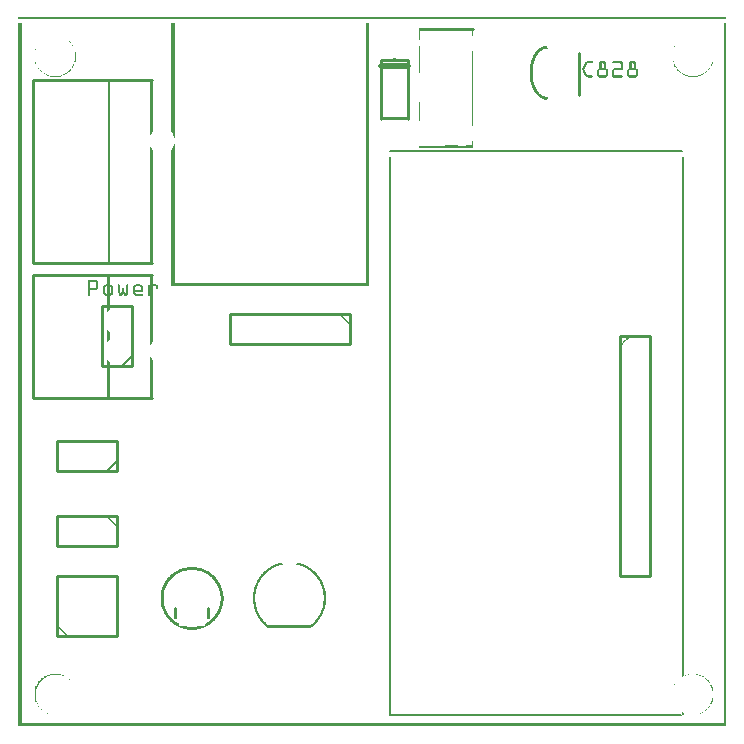
<source format=gto>
G04 MADE WITH FRITZING*
G04 WWW.FRITZING.ORG*
G04 DOUBLE SIDED*
G04 HOLES PLATED*
G04 CONTOUR ON CENTER OF CONTOUR VECTOR*
%ASAXBY*%
%FSLAX23Y23*%
%MOIN*%
%OFA0B0*%
%SFA1.0B1.0*%
%ADD10C,0.007960*%
%ADD11C,0.010417*%
%ADD12C,0.010000*%
%ADD13C,0.005000*%
%ADD14C,0.020000*%
%ADD15C,0.009799*%
%ADD16R,0.001000X0.001000*%
%LNSILK1*%
G90*
G70*
G54D10*
X1242Y1896D02*
X1242Y36D01*
D02*
X1242Y36D02*
X2212Y36D01*
D02*
X1242Y1917D02*
X2214Y1917D01*
G54D11*
D02*
X51Y1504D02*
X51Y1093D01*
D02*
X51Y1093D02*
X447Y1093D01*
D02*
X447Y1504D02*
X51Y1504D01*
G54D12*
D02*
X381Y1199D02*
X381Y1399D01*
D02*
X381Y1399D02*
X281Y1399D01*
D02*
X281Y1399D02*
X281Y1199D01*
D02*
X281Y1199D02*
X381Y1199D01*
G54D13*
D02*
X381Y1234D02*
X346Y1199D01*
G54D12*
D02*
X1301Y2218D02*
X1301Y2023D01*
D02*
X1211Y2023D02*
X1211Y2218D01*
D02*
X1211Y2218D02*
X1301Y2218D01*
G54D14*
D02*
X1211Y2198D02*
X1301Y2198D01*
G54D12*
D02*
X51Y2154D02*
X51Y1544D01*
D02*
X447Y2154D02*
X51Y2154D01*
G54D13*
D02*
X304Y1544D02*
X304Y2154D01*
G54D12*
D02*
X51Y1544D02*
X447Y1544D01*
G54D15*
D02*
X1516Y2324D02*
X1339Y2324D01*
G54D12*
D02*
X1106Y1374D02*
X706Y1374D01*
D02*
X706Y1374D02*
X706Y1274D01*
D02*
X706Y1274D02*
X1106Y1274D01*
D02*
X1106Y1274D02*
X1106Y1374D01*
D02*
X131Y299D02*
X331Y299D01*
D02*
X331Y299D02*
X331Y499D01*
D02*
X331Y499D02*
X131Y499D01*
D02*
X131Y499D02*
X131Y299D01*
D02*
X331Y849D02*
X331Y949D01*
D02*
X331Y949D02*
X131Y949D01*
D02*
X131Y949D02*
X131Y849D01*
D02*
X131Y849D02*
X331Y849D01*
G54D13*
D02*
X331Y884D02*
X296Y849D01*
G54D12*
D02*
X331Y699D02*
X131Y699D01*
D02*
X131Y699D02*
X131Y599D01*
D02*
X131Y599D02*
X331Y599D01*
D02*
X331Y599D02*
X331Y699D01*
D02*
X2006Y1299D02*
X2006Y499D01*
D02*
X2006Y499D02*
X2106Y499D01*
D02*
X2106Y499D02*
X2106Y1299D01*
D02*
X2106Y1299D02*
X2006Y1299D01*
D02*
X1870Y2244D02*
X1870Y2104D01*
G54D16*
X0Y2362D02*
X2361Y2362D01*
X0Y2361D02*
X2361Y2361D01*
X0Y2360D02*
X2361Y2360D01*
X0Y2359D02*
X2361Y2359D01*
X0Y2358D02*
X2361Y2358D01*
X0Y2357D02*
X2361Y2357D01*
X0Y2342D02*
X12Y2342D01*
X512Y2342D02*
X522Y2342D01*
X1161Y2342D02*
X1171Y2342D01*
X2354Y2342D02*
X2361Y2342D01*
X0Y2341D02*
X12Y2341D01*
X512Y2341D02*
X522Y2341D01*
X1161Y2341D02*
X1171Y2341D01*
X2354Y2341D02*
X2361Y2341D01*
X0Y2340D02*
X12Y2340D01*
X512Y2340D02*
X522Y2340D01*
X1161Y2340D02*
X1171Y2340D01*
X2354Y2340D02*
X2361Y2340D01*
X0Y2339D02*
X12Y2339D01*
X512Y2339D02*
X522Y2339D01*
X1161Y2339D02*
X1171Y2339D01*
X2354Y2339D02*
X2361Y2339D01*
X0Y2338D02*
X12Y2338D01*
X512Y2338D02*
X522Y2338D01*
X1161Y2338D02*
X1171Y2338D01*
X2354Y2338D02*
X2361Y2338D01*
X0Y2337D02*
X12Y2337D01*
X512Y2337D02*
X522Y2337D01*
X1161Y2337D02*
X1171Y2337D01*
X2354Y2337D02*
X2361Y2337D01*
X0Y2336D02*
X12Y2336D01*
X512Y2336D02*
X522Y2336D01*
X1161Y2336D02*
X1171Y2336D01*
X2354Y2336D02*
X2361Y2336D01*
X0Y2335D02*
X12Y2335D01*
X512Y2335D02*
X522Y2335D01*
X1161Y2335D02*
X1171Y2335D01*
X2354Y2335D02*
X2361Y2335D01*
X0Y2334D02*
X12Y2334D01*
X512Y2334D02*
X522Y2334D01*
X1161Y2334D02*
X1171Y2334D01*
X2354Y2334D02*
X2361Y2334D01*
X0Y2333D02*
X12Y2333D01*
X512Y2333D02*
X522Y2333D01*
X1161Y2333D02*
X1171Y2333D01*
X2354Y2333D02*
X2361Y2333D01*
X0Y2332D02*
X12Y2332D01*
X512Y2332D02*
X522Y2332D01*
X1161Y2332D02*
X1171Y2332D01*
X2354Y2332D02*
X2361Y2332D01*
X0Y2331D02*
X12Y2331D01*
X512Y2331D02*
X522Y2331D01*
X1161Y2331D02*
X1171Y2331D01*
X2354Y2331D02*
X2361Y2331D01*
X0Y2330D02*
X12Y2330D01*
X512Y2330D02*
X522Y2330D01*
X1161Y2330D02*
X1171Y2330D01*
X2354Y2330D02*
X2361Y2330D01*
X0Y2329D02*
X12Y2329D01*
X512Y2329D02*
X522Y2329D01*
X1161Y2329D02*
X1171Y2329D01*
X2354Y2329D02*
X2361Y2329D01*
X0Y2328D02*
X12Y2328D01*
X512Y2328D02*
X522Y2328D01*
X1161Y2328D02*
X1171Y2328D01*
X2354Y2328D02*
X2361Y2328D01*
X0Y2327D02*
X12Y2327D01*
X512Y2327D02*
X522Y2327D01*
X1161Y2327D02*
X1171Y2327D01*
X2354Y2327D02*
X2361Y2327D01*
X0Y2326D02*
X12Y2326D01*
X512Y2326D02*
X522Y2326D01*
X1161Y2326D02*
X1171Y2326D01*
X2354Y2326D02*
X2361Y2326D01*
X0Y2325D02*
X12Y2325D01*
X512Y2325D02*
X522Y2325D01*
X1161Y2325D02*
X1171Y2325D01*
X2354Y2325D02*
X2361Y2325D01*
X0Y2324D02*
X12Y2324D01*
X512Y2324D02*
X522Y2324D01*
X1161Y2324D02*
X1171Y2324D01*
X1336Y2324D02*
X1341Y2324D01*
X1513Y2324D02*
X1518Y2324D01*
X2354Y2324D02*
X2361Y2324D01*
X0Y2323D02*
X12Y2323D01*
X512Y2323D02*
X522Y2323D01*
X1161Y2323D02*
X1171Y2323D01*
X1336Y2323D02*
X1341Y2323D01*
X1513Y2323D02*
X1518Y2323D01*
X2354Y2323D02*
X2361Y2323D01*
X0Y2322D02*
X12Y2322D01*
X512Y2322D02*
X522Y2322D01*
X1161Y2322D02*
X1171Y2322D01*
X1336Y2322D02*
X1341Y2322D01*
X1513Y2322D02*
X1518Y2322D01*
X2354Y2322D02*
X2361Y2322D01*
X0Y2321D02*
X12Y2321D01*
X512Y2321D02*
X522Y2321D01*
X1161Y2321D02*
X1171Y2321D01*
X1336Y2321D02*
X1341Y2321D01*
X1513Y2321D02*
X1518Y2321D01*
X2354Y2321D02*
X2361Y2321D01*
X0Y2320D02*
X12Y2320D01*
X512Y2320D02*
X522Y2320D01*
X1161Y2320D02*
X1171Y2320D01*
X1336Y2320D02*
X1341Y2320D01*
X1513Y2320D02*
X1518Y2320D01*
X2354Y2320D02*
X2361Y2320D01*
X0Y2319D02*
X12Y2319D01*
X512Y2319D02*
X522Y2319D01*
X1161Y2319D02*
X1171Y2319D01*
X1336Y2319D02*
X1341Y2319D01*
X1513Y2319D02*
X1518Y2319D01*
X2354Y2319D02*
X2361Y2319D01*
X0Y2318D02*
X12Y2318D01*
X512Y2318D02*
X522Y2318D01*
X1161Y2318D02*
X1171Y2318D01*
X1336Y2318D02*
X1341Y2318D01*
X1513Y2318D02*
X1518Y2318D01*
X2354Y2318D02*
X2361Y2318D01*
X0Y2317D02*
X12Y2317D01*
X512Y2317D02*
X522Y2317D01*
X1161Y2317D02*
X1171Y2317D01*
X1336Y2317D02*
X1341Y2317D01*
X1513Y2317D02*
X1518Y2317D01*
X2354Y2317D02*
X2361Y2317D01*
X0Y2316D02*
X12Y2316D01*
X512Y2316D02*
X522Y2316D01*
X1161Y2316D02*
X1171Y2316D01*
X1336Y2316D02*
X1341Y2316D01*
X1513Y2316D02*
X1518Y2316D01*
X2354Y2316D02*
X2361Y2316D01*
X0Y2315D02*
X12Y2315D01*
X512Y2315D02*
X522Y2315D01*
X1161Y2315D02*
X1171Y2315D01*
X1336Y2315D02*
X1341Y2315D01*
X1513Y2315D02*
X1518Y2315D01*
X2354Y2315D02*
X2361Y2315D01*
X0Y2314D02*
X12Y2314D01*
X512Y2314D02*
X522Y2314D01*
X1161Y2314D02*
X1171Y2314D01*
X1336Y2314D02*
X1341Y2314D01*
X1513Y2314D02*
X1518Y2314D01*
X2354Y2314D02*
X2361Y2314D01*
X0Y2313D02*
X12Y2313D01*
X512Y2313D02*
X522Y2313D01*
X1161Y2313D02*
X1171Y2313D01*
X1336Y2313D02*
X1341Y2313D01*
X1513Y2313D02*
X1518Y2313D01*
X2354Y2313D02*
X2361Y2313D01*
X0Y2312D02*
X12Y2312D01*
X512Y2312D02*
X522Y2312D01*
X1161Y2312D02*
X1171Y2312D01*
X1336Y2312D02*
X1341Y2312D01*
X1513Y2312D02*
X1518Y2312D01*
X2354Y2312D02*
X2361Y2312D01*
X0Y2311D02*
X12Y2311D01*
X512Y2311D02*
X522Y2311D01*
X1161Y2311D02*
X1171Y2311D01*
X1336Y2311D02*
X1341Y2311D01*
X1513Y2311D02*
X1518Y2311D01*
X2354Y2311D02*
X2361Y2311D01*
X0Y2310D02*
X12Y2310D01*
X512Y2310D02*
X522Y2310D01*
X1161Y2310D02*
X1171Y2310D01*
X1336Y2310D02*
X1341Y2310D01*
X1513Y2310D02*
X1518Y2310D01*
X2354Y2310D02*
X2361Y2310D01*
X0Y2309D02*
X12Y2309D01*
X512Y2309D02*
X522Y2309D01*
X1161Y2309D02*
X1171Y2309D01*
X1336Y2309D02*
X1341Y2309D01*
X1513Y2309D02*
X1518Y2309D01*
X2354Y2309D02*
X2361Y2309D01*
X0Y2308D02*
X12Y2308D01*
X512Y2308D02*
X522Y2308D01*
X1161Y2308D02*
X1171Y2308D01*
X1336Y2308D02*
X1341Y2308D01*
X1513Y2308D02*
X1518Y2308D01*
X2354Y2308D02*
X2361Y2308D01*
X0Y2307D02*
X12Y2307D01*
X512Y2307D02*
X522Y2307D01*
X1161Y2307D02*
X1171Y2307D01*
X1336Y2307D02*
X1341Y2307D01*
X1513Y2307D02*
X1518Y2307D01*
X2354Y2307D02*
X2361Y2307D01*
X0Y2306D02*
X12Y2306D01*
X512Y2306D02*
X522Y2306D01*
X1161Y2306D02*
X1171Y2306D01*
X1336Y2306D02*
X1341Y2306D01*
X1513Y2306D02*
X1518Y2306D01*
X2354Y2306D02*
X2361Y2306D01*
X0Y2305D02*
X12Y2305D01*
X512Y2305D02*
X522Y2305D01*
X1161Y2305D02*
X1171Y2305D01*
X1336Y2305D02*
X1341Y2305D01*
X1513Y2305D02*
X1518Y2305D01*
X2354Y2305D02*
X2361Y2305D01*
X0Y2304D02*
X12Y2304D01*
X512Y2304D02*
X522Y2304D01*
X1161Y2304D02*
X1171Y2304D01*
X1336Y2304D02*
X1341Y2304D01*
X1513Y2304D02*
X1518Y2304D01*
X2354Y2304D02*
X2361Y2304D01*
X0Y2303D02*
X12Y2303D01*
X512Y2303D02*
X522Y2303D01*
X1161Y2303D02*
X1171Y2303D01*
X1336Y2303D02*
X1341Y2303D01*
X1513Y2303D02*
X1518Y2303D01*
X2354Y2303D02*
X2361Y2303D01*
X0Y2302D02*
X12Y2302D01*
X512Y2302D02*
X522Y2302D01*
X1161Y2302D02*
X1171Y2302D01*
X1336Y2302D02*
X1341Y2302D01*
X1513Y2302D02*
X1518Y2302D01*
X2354Y2302D02*
X2361Y2302D01*
X0Y2301D02*
X12Y2301D01*
X512Y2301D02*
X522Y2301D01*
X1161Y2301D02*
X1171Y2301D01*
X1336Y2301D02*
X1341Y2301D01*
X1514Y2301D02*
X1518Y2301D01*
X2354Y2301D02*
X2361Y2301D01*
X0Y2300D02*
X12Y2300D01*
X512Y2300D02*
X522Y2300D01*
X1161Y2300D02*
X1171Y2300D01*
X1336Y2300D02*
X1341Y2300D01*
X1515Y2300D02*
X1518Y2300D01*
X2354Y2300D02*
X2361Y2300D01*
X0Y2299D02*
X12Y2299D01*
X512Y2299D02*
X522Y2299D01*
X1161Y2299D02*
X1171Y2299D01*
X1336Y2299D02*
X1341Y2299D01*
X1515Y2299D02*
X1518Y2299D01*
X2354Y2299D02*
X2361Y2299D01*
X0Y2298D02*
X12Y2298D01*
X512Y2298D02*
X522Y2298D01*
X1161Y2298D02*
X1171Y2298D01*
X1336Y2298D02*
X1341Y2298D01*
X1516Y2298D02*
X1518Y2298D01*
X2354Y2298D02*
X2361Y2298D01*
X0Y2297D02*
X12Y2297D01*
X512Y2297D02*
X522Y2297D01*
X1161Y2297D02*
X1171Y2297D01*
X1336Y2297D02*
X1341Y2297D01*
X1517Y2297D02*
X1518Y2297D01*
X2354Y2297D02*
X2361Y2297D01*
X0Y2296D02*
X12Y2296D01*
X512Y2296D02*
X522Y2296D01*
X1161Y2296D02*
X1171Y2296D01*
X1336Y2296D02*
X1341Y2296D01*
X1517Y2296D02*
X1518Y2296D01*
X2223Y2296D02*
X2223Y2296D01*
X2354Y2296D02*
X2361Y2296D01*
X0Y2295D02*
X12Y2295D01*
X512Y2295D02*
X522Y2295D01*
X1161Y2295D02*
X1171Y2295D01*
X1336Y2295D02*
X1341Y2295D01*
X1518Y2295D02*
X1518Y2295D01*
X2354Y2295D02*
X2361Y2295D01*
X0Y2294D02*
X12Y2294D01*
X512Y2294D02*
X522Y2294D01*
X1161Y2294D02*
X1171Y2294D01*
X1336Y2294D02*
X1341Y2294D01*
X1518Y2294D02*
X1518Y2294D01*
X2354Y2294D02*
X2361Y2294D01*
X0Y2293D02*
X12Y2293D01*
X512Y2293D02*
X522Y2293D01*
X1161Y2293D02*
X1171Y2293D01*
X1336Y2293D02*
X1341Y2293D01*
X2354Y2293D02*
X2361Y2293D01*
X0Y2292D02*
X12Y2292D01*
X512Y2292D02*
X522Y2292D01*
X1161Y2292D02*
X1171Y2292D01*
X1336Y2292D02*
X1341Y2292D01*
X2354Y2292D02*
X2361Y2292D01*
X0Y2291D02*
X12Y2291D01*
X512Y2291D02*
X522Y2291D01*
X1161Y2291D02*
X1171Y2291D01*
X1336Y2291D02*
X1341Y2291D01*
X2354Y2291D02*
X2361Y2291D01*
X0Y2290D02*
X12Y2290D01*
X512Y2290D02*
X522Y2290D01*
X1161Y2290D02*
X1171Y2290D01*
X1336Y2290D02*
X1340Y2290D01*
X2354Y2290D02*
X2361Y2290D01*
X0Y2289D02*
X12Y2289D01*
X512Y2289D02*
X522Y2289D01*
X1161Y2289D02*
X1171Y2289D01*
X1336Y2289D02*
X1340Y2289D01*
X2354Y2289D02*
X2361Y2289D01*
X0Y2288D02*
X12Y2288D01*
X512Y2288D02*
X522Y2288D01*
X1161Y2288D02*
X1171Y2288D01*
X1336Y2288D02*
X1339Y2288D01*
X2354Y2288D02*
X2361Y2288D01*
X0Y2287D02*
X12Y2287D01*
X512Y2287D02*
X522Y2287D01*
X1161Y2287D02*
X1171Y2287D01*
X1336Y2287D02*
X1339Y2287D01*
X2354Y2287D02*
X2361Y2287D01*
X0Y2286D02*
X12Y2286D01*
X512Y2286D02*
X522Y2286D01*
X1161Y2286D02*
X1171Y2286D01*
X1336Y2286D02*
X1339Y2286D01*
X2206Y2286D02*
X2206Y2286D01*
X2354Y2286D02*
X2361Y2286D01*
X0Y2285D02*
X12Y2285D01*
X512Y2285D02*
X522Y2285D01*
X1161Y2285D02*
X1171Y2285D01*
X1336Y2285D02*
X1339Y2285D01*
X2354Y2285D02*
X2361Y2285D01*
X0Y2284D02*
X12Y2284D01*
X512Y2284D02*
X522Y2284D01*
X1161Y2284D02*
X1171Y2284D01*
X1336Y2284D02*
X1338Y2284D01*
X2354Y2284D02*
X2361Y2284D01*
X0Y2283D02*
X12Y2283D01*
X512Y2283D02*
X522Y2283D01*
X1161Y2283D02*
X1171Y2283D01*
X1336Y2283D02*
X1338Y2283D01*
X2354Y2283D02*
X2361Y2283D01*
X0Y2282D02*
X12Y2282D01*
X76Y2282D02*
X76Y2282D01*
X171Y2282D02*
X172Y2282D01*
X512Y2282D02*
X522Y2282D01*
X1161Y2282D02*
X1171Y2282D01*
X1336Y2282D02*
X1338Y2282D01*
X2354Y2282D02*
X2361Y2282D01*
X0Y2281D02*
X12Y2281D01*
X172Y2281D02*
X172Y2281D01*
X512Y2281D02*
X522Y2281D01*
X1161Y2281D02*
X1171Y2281D01*
X1336Y2281D02*
X1338Y2281D01*
X2354Y2281D02*
X2361Y2281D01*
X0Y2280D02*
X12Y2280D01*
X512Y2280D02*
X522Y2280D01*
X1161Y2280D02*
X1171Y2280D01*
X1336Y2280D02*
X1338Y2280D01*
X2354Y2280D02*
X2361Y2280D01*
X0Y2279D02*
X12Y2279D01*
X73Y2279D02*
X73Y2279D01*
X174Y2279D02*
X175Y2279D01*
X512Y2279D02*
X522Y2279D01*
X1161Y2279D02*
X1171Y2279D01*
X1336Y2279D02*
X1338Y2279D01*
X2199Y2279D02*
X2199Y2279D01*
X2354Y2279D02*
X2361Y2279D01*
X0Y2278D02*
X12Y2278D01*
X175Y2278D02*
X175Y2278D01*
X512Y2278D02*
X522Y2278D01*
X1161Y2278D02*
X1171Y2278D01*
X1336Y2278D02*
X1337Y2278D01*
X2354Y2278D02*
X2361Y2278D01*
X0Y2277D02*
X12Y2277D01*
X512Y2277D02*
X522Y2277D01*
X1161Y2277D02*
X1171Y2277D01*
X1336Y2277D02*
X1337Y2277D01*
X2354Y2277D02*
X2361Y2277D01*
X0Y2276D02*
X12Y2276D01*
X512Y2276D02*
X522Y2276D01*
X1161Y2276D02*
X1171Y2276D01*
X1336Y2276D02*
X1337Y2276D01*
X2196Y2276D02*
X2197Y2276D01*
X2354Y2276D02*
X2361Y2276D01*
X0Y2275D02*
X12Y2275D01*
X512Y2275D02*
X522Y2275D01*
X1161Y2275D02*
X1171Y2275D01*
X1336Y2275D02*
X1337Y2275D01*
X2196Y2275D02*
X2196Y2275D01*
X2354Y2275D02*
X2361Y2275D01*
X0Y2274D02*
X12Y2274D01*
X512Y2274D02*
X522Y2274D01*
X1161Y2274D02*
X1171Y2274D01*
X1336Y2274D02*
X1337Y2274D01*
X2354Y2274D02*
X2361Y2274D01*
X0Y2273D02*
X12Y2273D01*
X512Y2273D02*
X522Y2273D01*
X1161Y2273D02*
X1171Y2273D01*
X1336Y2273D02*
X1337Y2273D01*
X2354Y2273D02*
X2361Y2273D01*
X0Y2272D02*
X12Y2272D01*
X512Y2272D02*
X522Y2272D01*
X1161Y2272D02*
X1171Y2272D01*
X1336Y2272D02*
X1337Y2272D01*
X2354Y2272D02*
X2361Y2272D01*
X0Y2271D02*
X12Y2271D01*
X512Y2271D02*
X522Y2271D01*
X1161Y2271D02*
X1171Y2271D01*
X1336Y2271D02*
X1337Y2271D01*
X2354Y2271D02*
X2361Y2271D01*
X0Y2270D02*
X12Y2270D01*
X512Y2270D02*
X522Y2270D01*
X1161Y2270D02*
X1171Y2270D01*
X1336Y2270D02*
X1338Y2270D01*
X2354Y2270D02*
X2361Y2270D01*
X0Y2269D02*
X12Y2269D01*
X66Y2269D02*
X66Y2269D01*
X182Y2269D02*
X182Y2269D01*
X512Y2269D02*
X522Y2269D01*
X1161Y2269D02*
X1171Y2269D01*
X1336Y2269D02*
X1338Y2269D01*
X2354Y2269D02*
X2361Y2269D01*
X0Y2268D02*
X12Y2268D01*
X182Y2268D02*
X182Y2268D01*
X512Y2268D02*
X522Y2268D01*
X1161Y2268D02*
X1171Y2268D01*
X1336Y2268D02*
X1338Y2268D01*
X2354Y2268D02*
X2361Y2268D01*
X0Y2267D02*
X12Y2267D01*
X512Y2267D02*
X522Y2267D01*
X1161Y2267D02*
X1171Y2267D01*
X1336Y2267D02*
X1338Y2267D01*
X2354Y2267D02*
X2361Y2267D01*
X0Y2266D02*
X12Y2266D01*
X512Y2266D02*
X522Y2266D01*
X1161Y2266D02*
X1171Y2266D01*
X1336Y2266D02*
X1338Y2266D01*
X1757Y2266D02*
X1763Y2266D01*
X2190Y2266D02*
X2190Y2266D01*
X2354Y2266D02*
X2361Y2266D01*
X0Y2265D02*
X12Y2265D01*
X512Y2265D02*
X522Y2265D01*
X1161Y2265D02*
X1171Y2265D01*
X1336Y2265D02*
X1338Y2265D01*
X1753Y2265D02*
X1763Y2265D01*
X2189Y2265D02*
X2190Y2265D01*
X2354Y2265D02*
X2361Y2265D01*
X0Y2264D02*
X12Y2264D01*
X512Y2264D02*
X522Y2264D01*
X1161Y2264D02*
X1171Y2264D01*
X1336Y2264D02*
X1339Y2264D01*
X1750Y2264D02*
X1764Y2264D01*
X2189Y2264D02*
X2189Y2264D01*
X2354Y2264D02*
X2361Y2264D01*
X0Y2263D02*
X12Y2263D01*
X512Y2263D02*
X522Y2263D01*
X1161Y2263D02*
X1171Y2263D01*
X1336Y2263D02*
X1339Y2263D01*
X1748Y2263D02*
X1764Y2263D01*
X2189Y2263D02*
X2189Y2263D01*
X2354Y2263D02*
X2361Y2263D01*
X0Y2262D02*
X12Y2262D01*
X512Y2262D02*
X522Y2262D01*
X1161Y2262D02*
X1171Y2262D01*
X1336Y2262D02*
X1339Y2262D01*
X1745Y2262D02*
X1764Y2262D01*
X2354Y2262D02*
X2361Y2262D01*
X0Y2261D02*
X12Y2261D01*
X512Y2261D02*
X522Y2261D01*
X1161Y2261D02*
X1171Y2261D01*
X1336Y2261D02*
X1340Y2261D01*
X1744Y2261D02*
X1764Y2261D01*
X2354Y2261D02*
X2361Y2261D01*
X0Y2260D02*
X12Y2260D01*
X512Y2260D02*
X522Y2260D01*
X1161Y2260D02*
X1171Y2260D01*
X1336Y2260D02*
X1340Y2260D01*
X1742Y2260D02*
X1765Y2260D01*
X2354Y2260D02*
X2361Y2260D01*
X0Y2259D02*
X12Y2259D01*
X512Y2259D02*
X522Y2259D01*
X1161Y2259D02*
X1171Y2259D01*
X1336Y2259D02*
X1340Y2259D01*
X1740Y2259D02*
X1765Y2259D01*
X2186Y2259D02*
X2187Y2259D01*
X2354Y2259D02*
X2361Y2259D01*
X0Y2258D02*
X12Y2258D01*
X512Y2258D02*
X522Y2258D01*
X1161Y2258D02*
X1171Y2258D01*
X1336Y2258D02*
X1341Y2258D01*
X1739Y2258D02*
X1765Y2258D01*
X2186Y2258D02*
X2187Y2258D01*
X2354Y2258D02*
X2361Y2258D01*
X0Y2257D02*
X12Y2257D01*
X512Y2257D02*
X522Y2257D01*
X1161Y2257D02*
X1171Y2257D01*
X1336Y2257D02*
X1341Y2257D01*
X1738Y2257D02*
X1764Y2257D01*
X2186Y2257D02*
X2186Y2257D01*
X2354Y2257D02*
X2361Y2257D01*
X0Y2256D02*
X12Y2256D01*
X188Y2256D02*
X188Y2256D01*
X512Y2256D02*
X522Y2256D01*
X1161Y2256D02*
X1171Y2256D01*
X1336Y2256D02*
X1341Y2256D01*
X1737Y2256D02*
X1757Y2256D01*
X2186Y2256D02*
X2186Y2256D01*
X2315Y2256D02*
X2315Y2256D01*
X2354Y2256D02*
X2361Y2256D01*
X0Y2255D02*
X12Y2255D01*
X59Y2255D02*
X59Y2255D01*
X188Y2255D02*
X188Y2255D01*
X512Y2255D02*
X522Y2255D01*
X1161Y2255D02*
X1171Y2255D01*
X1336Y2255D02*
X1341Y2255D01*
X1518Y2255D02*
X1518Y2255D01*
X1735Y2255D02*
X1753Y2255D01*
X2186Y2255D02*
X2186Y2255D01*
X2354Y2255D02*
X2361Y2255D01*
X0Y2254D02*
X12Y2254D01*
X59Y2254D02*
X59Y2254D01*
X512Y2254D02*
X522Y2254D01*
X1161Y2254D02*
X1171Y2254D01*
X1336Y2254D02*
X1341Y2254D01*
X1518Y2254D02*
X1518Y2254D01*
X1734Y2254D02*
X1750Y2254D01*
X2354Y2254D02*
X2361Y2254D01*
X0Y2253D02*
X12Y2253D01*
X512Y2253D02*
X522Y2253D01*
X1161Y2253D02*
X1171Y2253D01*
X1336Y2253D02*
X1341Y2253D01*
X1517Y2253D02*
X1518Y2253D01*
X1733Y2253D02*
X1748Y2253D01*
X2354Y2253D02*
X2361Y2253D01*
X0Y2252D02*
X12Y2252D01*
X512Y2252D02*
X522Y2252D01*
X1161Y2252D02*
X1171Y2252D01*
X1336Y2252D02*
X1341Y2252D01*
X1517Y2252D02*
X1518Y2252D01*
X1732Y2252D02*
X1747Y2252D01*
X2354Y2252D02*
X2361Y2252D01*
X0Y2251D02*
X12Y2251D01*
X512Y2251D02*
X522Y2251D01*
X1161Y2251D02*
X1171Y2251D01*
X1336Y2251D02*
X1341Y2251D01*
X1516Y2251D02*
X1518Y2251D01*
X1731Y2251D02*
X1745Y2251D01*
X2354Y2251D02*
X2361Y2251D01*
X0Y2250D02*
X12Y2250D01*
X512Y2250D02*
X522Y2250D01*
X1161Y2250D02*
X1171Y2250D01*
X1336Y2250D02*
X1341Y2250D01*
X1515Y2250D02*
X1518Y2250D01*
X1730Y2250D02*
X1744Y2250D01*
X2354Y2250D02*
X2361Y2250D01*
X0Y2249D02*
X12Y2249D01*
X512Y2249D02*
X522Y2249D01*
X1161Y2249D02*
X1171Y2249D01*
X1336Y2249D02*
X1341Y2249D01*
X1515Y2249D02*
X1518Y2249D01*
X1729Y2249D02*
X1742Y2249D01*
X2183Y2249D02*
X2184Y2249D01*
X2354Y2249D02*
X2361Y2249D01*
X0Y2248D02*
X12Y2248D01*
X512Y2248D02*
X522Y2248D01*
X1161Y2248D02*
X1171Y2248D01*
X1336Y2248D02*
X1341Y2248D01*
X1514Y2248D02*
X1518Y2248D01*
X1728Y2248D02*
X1741Y2248D01*
X2183Y2248D02*
X2184Y2248D01*
X2354Y2248D02*
X2361Y2248D01*
X0Y2247D02*
X12Y2247D01*
X512Y2247D02*
X522Y2247D01*
X1161Y2247D02*
X1171Y2247D01*
X1336Y2247D02*
X1341Y2247D01*
X1513Y2247D02*
X1518Y2247D01*
X1728Y2247D02*
X1740Y2247D01*
X2183Y2247D02*
X2183Y2247D01*
X2354Y2247D02*
X2361Y2247D01*
X0Y2246D02*
X12Y2246D01*
X56Y2246D02*
X56Y2246D01*
X191Y2246D02*
X191Y2246D01*
X512Y2246D02*
X522Y2246D01*
X1161Y2246D02*
X1171Y2246D01*
X1336Y2246D02*
X1341Y2246D01*
X1513Y2246D02*
X1518Y2246D01*
X1727Y2246D02*
X1739Y2246D01*
X2183Y2246D02*
X2183Y2246D01*
X2318Y2246D02*
X2318Y2246D01*
X2354Y2246D02*
X2361Y2246D01*
X0Y2245D02*
X12Y2245D01*
X56Y2245D02*
X56Y2245D01*
X191Y2245D02*
X192Y2245D01*
X512Y2245D02*
X522Y2245D01*
X1161Y2245D02*
X1171Y2245D01*
X1336Y2245D02*
X1341Y2245D01*
X1513Y2245D02*
X1518Y2245D01*
X1726Y2245D02*
X1738Y2245D01*
X2183Y2245D02*
X2183Y2245D01*
X2318Y2245D02*
X2318Y2245D01*
X2354Y2245D02*
X2361Y2245D01*
X0Y2244D02*
X12Y2244D01*
X56Y2244D02*
X56Y2244D01*
X191Y2244D02*
X192Y2244D01*
X512Y2244D02*
X522Y2244D01*
X1161Y2244D02*
X1171Y2244D01*
X1336Y2244D02*
X1341Y2244D01*
X1513Y2244D02*
X1518Y2244D01*
X1725Y2244D02*
X1737Y2244D01*
X2183Y2244D02*
X2183Y2244D01*
X2318Y2244D02*
X2318Y2244D01*
X2354Y2244D02*
X2361Y2244D01*
X0Y2243D02*
X12Y2243D01*
X56Y2243D02*
X56Y2243D01*
X191Y2243D02*
X192Y2243D01*
X512Y2243D02*
X522Y2243D01*
X1161Y2243D02*
X1171Y2243D01*
X1336Y2243D02*
X1341Y2243D01*
X1513Y2243D02*
X1518Y2243D01*
X1725Y2243D02*
X1736Y2243D01*
X2183Y2243D02*
X2183Y2243D01*
X2318Y2243D02*
X2318Y2243D01*
X2354Y2243D02*
X2361Y2243D01*
X0Y2242D02*
X12Y2242D01*
X56Y2242D02*
X56Y2242D01*
X192Y2242D02*
X192Y2242D01*
X512Y2242D02*
X522Y2242D01*
X1161Y2242D02*
X1171Y2242D01*
X1336Y2242D02*
X1341Y2242D01*
X1513Y2242D02*
X1518Y2242D01*
X1724Y2242D02*
X1735Y2242D01*
X2183Y2242D02*
X2183Y2242D01*
X2318Y2242D02*
X2318Y2242D01*
X2354Y2242D02*
X2361Y2242D01*
X0Y2241D02*
X12Y2241D01*
X56Y2241D02*
X56Y2241D01*
X192Y2241D02*
X192Y2241D01*
X512Y2241D02*
X522Y2241D01*
X1161Y2241D02*
X1171Y2241D01*
X1336Y2241D02*
X1341Y2241D01*
X1513Y2241D02*
X1518Y2241D01*
X1723Y2241D02*
X1734Y2241D01*
X2354Y2241D02*
X2361Y2241D01*
X0Y2240D02*
X12Y2240D01*
X56Y2240D02*
X56Y2240D01*
X192Y2240D02*
X192Y2240D01*
X512Y2240D02*
X522Y2240D01*
X1161Y2240D02*
X1171Y2240D01*
X1336Y2240D02*
X1341Y2240D01*
X1513Y2240D02*
X1518Y2240D01*
X1723Y2240D02*
X1734Y2240D01*
X2354Y2240D02*
X2361Y2240D01*
X0Y2239D02*
X12Y2239D01*
X56Y2239D02*
X56Y2239D01*
X192Y2239D02*
X192Y2239D01*
X512Y2239D02*
X522Y2239D01*
X1161Y2239D02*
X1171Y2239D01*
X1336Y2239D02*
X1341Y2239D01*
X1513Y2239D02*
X1518Y2239D01*
X1722Y2239D02*
X1733Y2239D01*
X2354Y2239D02*
X2361Y2239D01*
X0Y2238D02*
X12Y2238D01*
X192Y2238D02*
X192Y2238D01*
X512Y2238D02*
X522Y2238D01*
X1161Y2238D02*
X1171Y2238D01*
X1336Y2238D02*
X1341Y2238D01*
X1513Y2238D02*
X1518Y2238D01*
X1721Y2238D02*
X1732Y2238D01*
X2354Y2238D02*
X2361Y2238D01*
X0Y2237D02*
X12Y2237D01*
X192Y2237D02*
X192Y2237D01*
X512Y2237D02*
X522Y2237D01*
X1161Y2237D02*
X1171Y2237D01*
X1336Y2237D02*
X1341Y2237D01*
X1513Y2237D02*
X1518Y2237D01*
X1721Y2237D02*
X1732Y2237D01*
X2354Y2237D02*
X2361Y2237D01*
X0Y2236D02*
X12Y2236D01*
X192Y2236D02*
X192Y2236D01*
X512Y2236D02*
X522Y2236D01*
X1161Y2236D02*
X1171Y2236D01*
X1336Y2236D02*
X1341Y2236D01*
X1513Y2236D02*
X1518Y2236D01*
X1720Y2236D02*
X1731Y2236D01*
X2354Y2236D02*
X2361Y2236D01*
X0Y2235D02*
X12Y2235D01*
X192Y2235D02*
X192Y2235D01*
X512Y2235D02*
X522Y2235D01*
X1161Y2235D02*
X1171Y2235D01*
X1336Y2235D02*
X1341Y2235D01*
X1513Y2235D02*
X1518Y2235D01*
X1720Y2235D02*
X1730Y2235D01*
X2354Y2235D02*
X2361Y2235D01*
X0Y2234D02*
X12Y2234D01*
X192Y2234D02*
X192Y2234D01*
X512Y2234D02*
X522Y2234D01*
X1161Y2234D02*
X1171Y2234D01*
X1336Y2234D02*
X1341Y2234D01*
X1513Y2234D02*
X1518Y2234D01*
X1719Y2234D02*
X1730Y2234D01*
X2354Y2234D02*
X2361Y2234D01*
X0Y2233D02*
X12Y2233D01*
X192Y2233D02*
X192Y2233D01*
X512Y2233D02*
X522Y2233D01*
X1161Y2233D02*
X1171Y2233D01*
X1336Y2233D02*
X1341Y2233D01*
X1513Y2233D02*
X1518Y2233D01*
X1719Y2233D02*
X1729Y2233D01*
X2354Y2233D02*
X2361Y2233D01*
X0Y2232D02*
X12Y2232D01*
X192Y2232D02*
X192Y2232D01*
X512Y2232D02*
X522Y2232D01*
X1161Y2232D02*
X1171Y2232D01*
X1336Y2232D02*
X1341Y2232D01*
X1513Y2232D02*
X1518Y2232D01*
X1718Y2232D02*
X1728Y2232D01*
X2354Y2232D02*
X2361Y2232D01*
X0Y2231D02*
X12Y2231D01*
X192Y2231D02*
X192Y2231D01*
X512Y2231D02*
X522Y2231D01*
X1161Y2231D02*
X1171Y2231D01*
X1336Y2231D02*
X1341Y2231D01*
X1513Y2231D02*
X1518Y2231D01*
X1718Y2231D02*
X1728Y2231D01*
X2354Y2231D02*
X2361Y2231D01*
X0Y2230D02*
X12Y2230D01*
X192Y2230D02*
X192Y2230D01*
X512Y2230D02*
X522Y2230D01*
X1161Y2230D02*
X1171Y2230D01*
X1336Y2230D02*
X1341Y2230D01*
X1513Y2230D02*
X1518Y2230D01*
X1717Y2230D02*
X1727Y2230D01*
X2354Y2230D02*
X2361Y2230D01*
X0Y2229D02*
X12Y2229D01*
X192Y2229D02*
X192Y2229D01*
X512Y2229D02*
X522Y2229D01*
X1161Y2229D02*
X1171Y2229D01*
X1336Y2229D02*
X1341Y2229D01*
X1513Y2229D02*
X1518Y2229D01*
X1717Y2229D02*
X1727Y2229D01*
X2354Y2229D02*
X2361Y2229D01*
X0Y2228D02*
X12Y2228D01*
X192Y2228D02*
X192Y2228D01*
X512Y2228D02*
X522Y2228D01*
X1161Y2228D02*
X1171Y2228D01*
X1336Y2228D02*
X1341Y2228D01*
X1513Y2228D02*
X1518Y2228D01*
X1716Y2228D02*
X1726Y2228D01*
X2354Y2228D02*
X2361Y2228D01*
X0Y2227D02*
X12Y2227D01*
X56Y2227D02*
X56Y2227D01*
X192Y2227D02*
X192Y2227D01*
X512Y2227D02*
X522Y2227D01*
X1161Y2227D02*
X1171Y2227D01*
X1336Y2227D02*
X1341Y2227D01*
X1513Y2227D02*
X1518Y2227D01*
X1716Y2227D02*
X1726Y2227D01*
X2354Y2227D02*
X2361Y2227D01*
X0Y2226D02*
X12Y2226D01*
X56Y2226D02*
X56Y2226D01*
X192Y2226D02*
X192Y2226D01*
X512Y2226D02*
X522Y2226D01*
X1161Y2226D02*
X1171Y2226D01*
X1251Y2226D02*
X1260Y2226D01*
X1336Y2226D02*
X1341Y2226D01*
X1513Y2226D02*
X1518Y2226D01*
X1715Y2226D02*
X1725Y2226D01*
X2183Y2226D02*
X2183Y2226D01*
X2354Y2226D02*
X2361Y2226D01*
X0Y2225D02*
X12Y2225D01*
X56Y2225D02*
X56Y2225D01*
X192Y2225D02*
X192Y2225D01*
X512Y2225D02*
X522Y2225D01*
X1161Y2225D02*
X1171Y2225D01*
X1251Y2225D02*
X1260Y2225D01*
X1336Y2225D02*
X1341Y2225D01*
X1513Y2225D02*
X1518Y2225D01*
X1715Y2225D02*
X1725Y2225D01*
X2183Y2225D02*
X2183Y2225D01*
X2318Y2225D02*
X2318Y2225D01*
X2354Y2225D02*
X2361Y2225D01*
X0Y2224D02*
X12Y2224D01*
X56Y2224D02*
X56Y2224D01*
X191Y2224D02*
X192Y2224D01*
X512Y2224D02*
X522Y2224D01*
X1161Y2224D02*
X1171Y2224D01*
X1251Y2224D02*
X1260Y2224D01*
X1336Y2224D02*
X1341Y2224D01*
X1513Y2224D02*
X1518Y2224D01*
X1715Y2224D02*
X1724Y2224D01*
X2183Y2224D02*
X2183Y2224D01*
X2318Y2224D02*
X2318Y2224D01*
X2354Y2224D02*
X2361Y2224D01*
X0Y2223D02*
X12Y2223D01*
X56Y2223D02*
X56Y2223D01*
X191Y2223D02*
X192Y2223D01*
X512Y2223D02*
X522Y2223D01*
X1161Y2223D02*
X1171Y2223D01*
X1251Y2223D02*
X1260Y2223D01*
X1336Y2223D02*
X1341Y2223D01*
X1513Y2223D02*
X1518Y2223D01*
X1714Y2223D02*
X1724Y2223D01*
X2183Y2223D02*
X2183Y2223D01*
X2318Y2223D02*
X2318Y2223D01*
X2354Y2223D02*
X2361Y2223D01*
X0Y2222D02*
X12Y2222D01*
X56Y2222D02*
X56Y2222D01*
X191Y2222D02*
X192Y2222D01*
X512Y2222D02*
X522Y2222D01*
X1161Y2222D02*
X1171Y2222D01*
X1251Y2222D02*
X1260Y2222D01*
X1336Y2222D02*
X1341Y2222D01*
X1513Y2222D02*
X1518Y2222D01*
X1714Y2222D02*
X1723Y2222D01*
X2183Y2222D02*
X2183Y2222D01*
X2318Y2222D02*
X2318Y2222D01*
X2354Y2222D02*
X2361Y2222D01*
X0Y2221D02*
X12Y2221D01*
X56Y2221D02*
X56Y2221D01*
X191Y2221D02*
X192Y2221D01*
X512Y2221D02*
X522Y2221D01*
X1161Y2221D02*
X1171Y2221D01*
X1251Y2221D02*
X1260Y2221D01*
X1336Y2221D02*
X1341Y2221D01*
X1513Y2221D02*
X1518Y2221D01*
X1713Y2221D02*
X1723Y2221D01*
X2183Y2221D02*
X2183Y2221D01*
X2318Y2221D02*
X2318Y2221D01*
X2354Y2221D02*
X2361Y2221D01*
X0Y2220D02*
X12Y2220D01*
X56Y2220D02*
X57Y2220D01*
X191Y2220D02*
X192Y2220D01*
X512Y2220D02*
X522Y2220D01*
X1161Y2220D02*
X1171Y2220D01*
X1251Y2220D02*
X1260Y2220D01*
X1336Y2220D02*
X1341Y2220D01*
X1513Y2220D02*
X1518Y2220D01*
X1713Y2220D02*
X1723Y2220D01*
X2183Y2220D02*
X2184Y2220D01*
X2318Y2220D02*
X2318Y2220D01*
X2354Y2220D02*
X2361Y2220D01*
X0Y2219D02*
X12Y2219D01*
X56Y2219D02*
X57Y2219D01*
X191Y2219D02*
X192Y2219D01*
X512Y2219D02*
X522Y2219D01*
X1161Y2219D02*
X1171Y2219D01*
X1251Y2219D02*
X1260Y2219D01*
X1336Y2219D02*
X1341Y2219D01*
X1513Y2219D02*
X1518Y2219D01*
X1713Y2219D02*
X1722Y2219D01*
X2183Y2219D02*
X2184Y2219D01*
X2317Y2219D02*
X2318Y2219D01*
X2354Y2219D02*
X2361Y2219D01*
X0Y2218D02*
X12Y2218D01*
X56Y2218D02*
X57Y2218D01*
X190Y2218D02*
X192Y2218D01*
X512Y2218D02*
X522Y2218D01*
X1161Y2218D02*
X1171Y2218D01*
X1336Y2218D02*
X1341Y2218D01*
X1513Y2218D02*
X1518Y2218D01*
X1712Y2218D02*
X1722Y2218D01*
X2183Y2218D02*
X2184Y2218D01*
X2317Y2218D02*
X2318Y2218D01*
X2354Y2218D02*
X2361Y2218D01*
X0Y2217D02*
X12Y2217D01*
X56Y2217D02*
X57Y2217D01*
X190Y2217D02*
X192Y2217D01*
X512Y2217D02*
X522Y2217D01*
X1161Y2217D02*
X1171Y2217D01*
X1336Y2217D02*
X1341Y2217D01*
X1513Y2217D02*
X1518Y2217D01*
X1712Y2217D02*
X1722Y2217D01*
X2183Y2217D02*
X2184Y2217D01*
X2317Y2217D02*
X2318Y2217D01*
X2354Y2217D02*
X2361Y2217D01*
X0Y2216D02*
X12Y2216D01*
X190Y2216D02*
X192Y2216D01*
X512Y2216D02*
X522Y2216D01*
X1161Y2216D02*
X1171Y2216D01*
X1336Y2216D02*
X1341Y2216D01*
X1513Y2216D02*
X1518Y2216D01*
X1712Y2216D02*
X1721Y2216D01*
X2183Y2216D02*
X2185Y2216D01*
X2354Y2216D02*
X2361Y2216D01*
X0Y2215D02*
X12Y2215D01*
X190Y2215D02*
X192Y2215D01*
X512Y2215D02*
X522Y2215D01*
X1161Y2215D02*
X1171Y2215D01*
X1336Y2215D02*
X1341Y2215D01*
X1513Y2215D02*
X1518Y2215D01*
X1711Y2215D02*
X1721Y2215D01*
X1899Y2215D02*
X1913Y2215D01*
X1942Y2215D02*
X1956Y2215D01*
X1985Y2215D02*
X2010Y2215D01*
X2042Y2215D02*
X2056Y2215D01*
X2183Y2215D02*
X2185Y2215D01*
X2354Y2215D02*
X2361Y2215D01*
X0Y2214D02*
X12Y2214D01*
X189Y2214D02*
X192Y2214D01*
X512Y2214D02*
X522Y2214D01*
X1161Y2214D02*
X1171Y2214D01*
X1336Y2214D02*
X1341Y2214D01*
X1513Y2214D02*
X1518Y2214D01*
X1711Y2214D02*
X1720Y2214D01*
X1896Y2214D02*
X1915Y2214D01*
X1940Y2214D02*
X1958Y2214D01*
X1983Y2214D02*
X2012Y2214D01*
X2040Y2214D02*
X2058Y2214D01*
X2183Y2214D02*
X2185Y2214D01*
X2354Y2214D02*
X2361Y2214D01*
X0Y2213D02*
X12Y2213D01*
X189Y2213D02*
X192Y2213D01*
X512Y2213D02*
X522Y2213D01*
X1161Y2213D02*
X1171Y2213D01*
X1336Y2213D02*
X1341Y2213D01*
X1513Y2213D02*
X1518Y2213D01*
X1711Y2213D02*
X1720Y2213D01*
X1894Y2213D02*
X1915Y2213D01*
X1939Y2213D02*
X1958Y2213D01*
X1982Y2213D02*
X2014Y2213D01*
X2039Y2213D02*
X2058Y2213D01*
X2183Y2213D02*
X2185Y2213D01*
X2354Y2213D02*
X2361Y2213D01*
X0Y2212D02*
X12Y2212D01*
X59Y2212D02*
X59Y2212D01*
X512Y2212D02*
X522Y2212D01*
X1161Y2212D02*
X1171Y2212D01*
X1336Y2212D02*
X1341Y2212D01*
X1513Y2212D02*
X1518Y2212D01*
X1711Y2212D02*
X1720Y2212D01*
X1893Y2212D02*
X1916Y2212D01*
X1939Y2212D02*
X1959Y2212D01*
X1982Y2212D02*
X2014Y2212D01*
X2039Y2212D02*
X2059Y2212D01*
X2186Y2212D02*
X2186Y2212D01*
X2315Y2212D02*
X2315Y2212D01*
X2354Y2212D02*
X2361Y2212D01*
X0Y2211D02*
X12Y2211D01*
X59Y2211D02*
X59Y2211D01*
X188Y2211D02*
X188Y2211D01*
X512Y2211D02*
X522Y2211D01*
X1161Y2211D02*
X1171Y2211D01*
X1336Y2211D02*
X1341Y2211D01*
X1513Y2211D02*
X1518Y2211D01*
X1710Y2211D02*
X1720Y2211D01*
X1892Y2211D02*
X1916Y2211D01*
X1939Y2211D02*
X1959Y2211D01*
X1982Y2211D02*
X2015Y2211D01*
X2039Y2211D02*
X2059Y2211D01*
X2186Y2211D02*
X2186Y2211D01*
X2315Y2211D02*
X2315Y2211D01*
X2354Y2211D02*
X2361Y2211D01*
X0Y2210D02*
X12Y2210D01*
X59Y2210D02*
X59Y2210D01*
X188Y2210D02*
X188Y2210D01*
X512Y2210D02*
X522Y2210D01*
X1161Y2210D02*
X1171Y2210D01*
X1336Y2210D02*
X1341Y2210D01*
X1513Y2210D02*
X1518Y2210D01*
X1710Y2210D02*
X1719Y2210D01*
X1891Y2210D02*
X1915Y2210D01*
X1939Y2210D02*
X1959Y2210D01*
X1983Y2210D02*
X2015Y2210D01*
X2039Y2210D02*
X2059Y2210D01*
X2186Y2210D02*
X2187Y2210D01*
X2315Y2210D02*
X2315Y2210D01*
X2354Y2210D02*
X2361Y2210D01*
X0Y2209D02*
X12Y2209D01*
X59Y2209D02*
X60Y2209D01*
X188Y2209D02*
X188Y2209D01*
X512Y2209D02*
X522Y2209D01*
X1161Y2209D02*
X1171Y2209D01*
X1336Y2209D02*
X1341Y2209D01*
X1513Y2209D02*
X1518Y2209D01*
X1710Y2209D02*
X1719Y2209D01*
X1891Y2209D02*
X1914Y2209D01*
X1939Y2209D02*
X1959Y2209D01*
X1983Y2209D02*
X2016Y2209D01*
X2039Y2209D02*
X2059Y2209D01*
X2186Y2209D02*
X2187Y2209D01*
X2314Y2209D02*
X2315Y2209D01*
X2354Y2209D02*
X2361Y2209D01*
X0Y2208D02*
X12Y2208D01*
X59Y2208D02*
X60Y2208D01*
X187Y2208D02*
X188Y2208D01*
X512Y2208D02*
X522Y2208D01*
X1161Y2208D02*
X1171Y2208D01*
X1336Y2208D02*
X1341Y2208D01*
X1513Y2208D02*
X1518Y2208D01*
X1710Y2208D02*
X1719Y2208D01*
X1890Y2208D02*
X1898Y2208D01*
X1939Y2208D02*
X1945Y2208D01*
X1952Y2208D02*
X1959Y2208D01*
X2009Y2208D02*
X2016Y2208D01*
X2039Y2208D02*
X2045Y2208D01*
X2052Y2208D02*
X2059Y2208D01*
X2186Y2208D02*
X2187Y2208D01*
X2314Y2208D02*
X2315Y2208D01*
X2354Y2208D02*
X2361Y2208D01*
X0Y2207D02*
X12Y2207D01*
X59Y2207D02*
X61Y2207D01*
X187Y2207D02*
X188Y2207D01*
X512Y2207D02*
X522Y2207D01*
X1161Y2207D02*
X1171Y2207D01*
X1336Y2207D02*
X1341Y2207D01*
X1513Y2207D02*
X1518Y2207D01*
X1709Y2207D02*
X1718Y2207D01*
X1890Y2207D02*
X1897Y2207D01*
X1939Y2207D02*
X1945Y2207D01*
X1953Y2207D02*
X1959Y2207D01*
X2010Y2207D02*
X2016Y2207D01*
X2039Y2207D02*
X2045Y2207D01*
X2053Y2207D02*
X2059Y2207D01*
X2186Y2207D02*
X2188Y2207D01*
X2313Y2207D02*
X2315Y2207D01*
X2354Y2207D02*
X2361Y2207D01*
X0Y2206D02*
X12Y2206D01*
X512Y2206D02*
X522Y2206D01*
X1161Y2206D02*
X1171Y2206D01*
X1336Y2206D02*
X1341Y2206D01*
X1513Y2206D02*
X1518Y2206D01*
X1709Y2206D02*
X1718Y2206D01*
X1889Y2206D02*
X1896Y2206D01*
X1939Y2206D02*
X1945Y2206D01*
X1953Y2206D02*
X1959Y2206D01*
X2010Y2206D02*
X2016Y2206D01*
X2039Y2206D02*
X2045Y2206D01*
X2053Y2206D02*
X2059Y2206D01*
X2186Y2206D02*
X2188Y2206D01*
X2354Y2206D02*
X2361Y2206D01*
X0Y2205D02*
X12Y2205D01*
X512Y2205D02*
X522Y2205D01*
X1161Y2205D02*
X1171Y2205D01*
X1336Y2205D02*
X1341Y2205D01*
X1513Y2205D02*
X1518Y2205D01*
X1709Y2205D02*
X1718Y2205D01*
X1889Y2205D02*
X1896Y2205D01*
X1939Y2205D02*
X1945Y2205D01*
X1953Y2205D02*
X1959Y2205D01*
X2010Y2205D02*
X2016Y2205D01*
X2039Y2205D02*
X2045Y2205D01*
X2053Y2205D02*
X2059Y2205D01*
X2186Y2205D02*
X2189Y2205D01*
X2312Y2205D02*
X2312Y2205D01*
X2354Y2205D02*
X2361Y2205D01*
X0Y2204D02*
X12Y2204D01*
X185Y2204D02*
X185Y2204D01*
X512Y2204D02*
X522Y2204D01*
X1161Y2204D02*
X1171Y2204D01*
X1336Y2204D02*
X1341Y2204D01*
X1513Y2204D02*
X1518Y2204D01*
X1709Y2204D02*
X1718Y2204D01*
X1888Y2204D02*
X1895Y2204D01*
X1939Y2204D02*
X1945Y2204D01*
X1953Y2204D02*
X1959Y2204D01*
X2010Y2204D02*
X2016Y2204D01*
X2039Y2204D02*
X2045Y2204D01*
X2053Y2204D02*
X2059Y2204D01*
X2186Y2204D02*
X2189Y2204D01*
X2312Y2204D02*
X2312Y2204D01*
X2354Y2204D02*
X2361Y2204D01*
X0Y2203D02*
X12Y2203D01*
X185Y2203D02*
X185Y2203D01*
X512Y2203D02*
X522Y2203D01*
X1161Y2203D02*
X1171Y2203D01*
X1336Y2203D02*
X1341Y2203D01*
X1513Y2203D02*
X1518Y2203D01*
X1708Y2203D02*
X1718Y2203D01*
X1888Y2203D02*
X1895Y2203D01*
X1939Y2203D02*
X1945Y2203D01*
X1953Y2203D02*
X1959Y2203D01*
X2010Y2203D02*
X2016Y2203D01*
X2039Y2203D02*
X2045Y2203D01*
X2053Y2203D02*
X2059Y2203D01*
X2186Y2203D02*
X2190Y2203D01*
X2311Y2203D02*
X2312Y2203D01*
X2354Y2203D02*
X2361Y2203D01*
X0Y2202D02*
X12Y2202D01*
X63Y2202D02*
X63Y2202D01*
X184Y2202D02*
X185Y2202D01*
X512Y2202D02*
X522Y2202D01*
X1161Y2202D02*
X1171Y2202D01*
X1336Y2202D02*
X1341Y2202D01*
X1513Y2202D02*
X1518Y2202D01*
X1708Y2202D02*
X1717Y2202D01*
X1887Y2202D02*
X1894Y2202D01*
X1939Y2202D02*
X1945Y2202D01*
X1953Y2202D02*
X1959Y2202D01*
X2010Y2202D02*
X2016Y2202D01*
X2039Y2202D02*
X2045Y2202D01*
X2053Y2202D02*
X2059Y2202D01*
X2189Y2202D02*
X2190Y2202D01*
X2311Y2202D02*
X2312Y2202D01*
X2354Y2202D02*
X2361Y2202D01*
X0Y2201D02*
X12Y2201D01*
X63Y2201D02*
X63Y2201D01*
X184Y2201D02*
X185Y2201D01*
X512Y2201D02*
X522Y2201D01*
X1161Y2201D02*
X1171Y2201D01*
X1336Y2201D02*
X1341Y2201D01*
X1513Y2201D02*
X1518Y2201D01*
X1708Y2201D02*
X1717Y2201D01*
X1887Y2201D02*
X1894Y2201D01*
X1939Y2201D02*
X1945Y2201D01*
X1953Y2201D02*
X1959Y2201D01*
X2010Y2201D02*
X2016Y2201D01*
X2039Y2201D02*
X2045Y2201D01*
X2053Y2201D02*
X2059Y2201D01*
X2189Y2201D02*
X2191Y2201D01*
X2310Y2201D02*
X2312Y2201D01*
X2354Y2201D02*
X2361Y2201D01*
X0Y2200D02*
X12Y2200D01*
X63Y2200D02*
X64Y2200D01*
X183Y2200D02*
X185Y2200D01*
X512Y2200D02*
X522Y2200D01*
X1161Y2200D02*
X1171Y2200D01*
X1336Y2200D02*
X1341Y2200D01*
X1513Y2200D02*
X1518Y2200D01*
X1708Y2200D02*
X1717Y2200D01*
X1886Y2200D02*
X1893Y2200D01*
X1939Y2200D02*
X1945Y2200D01*
X1953Y2200D02*
X1959Y2200D01*
X2010Y2200D02*
X2016Y2200D01*
X2039Y2200D02*
X2045Y2200D01*
X2053Y2200D02*
X2059Y2200D01*
X2189Y2200D02*
X2191Y2200D01*
X2310Y2200D02*
X2312Y2200D01*
X2354Y2200D02*
X2361Y2200D01*
X0Y2199D02*
X12Y2199D01*
X512Y2199D02*
X522Y2199D01*
X1161Y2199D02*
X1171Y2199D01*
X1336Y2199D02*
X1341Y2199D01*
X1513Y2199D02*
X1518Y2199D01*
X1708Y2199D02*
X1717Y2199D01*
X1886Y2199D02*
X1892Y2199D01*
X1939Y2199D02*
X1945Y2199D01*
X1953Y2199D02*
X1959Y2199D01*
X2010Y2199D02*
X2016Y2199D01*
X2039Y2199D02*
X2045Y2199D01*
X2053Y2199D02*
X2059Y2199D01*
X2189Y2199D02*
X2192Y2199D01*
X2354Y2199D02*
X2361Y2199D01*
X0Y2198D02*
X12Y2198D01*
X182Y2198D02*
X182Y2198D01*
X512Y2198D02*
X522Y2198D01*
X1161Y2198D02*
X1171Y2198D01*
X1336Y2198D02*
X1341Y2198D01*
X1513Y2198D02*
X1518Y2198D01*
X1708Y2198D02*
X1717Y2198D01*
X1885Y2198D02*
X1892Y2198D01*
X1939Y2198D02*
X1945Y2198D01*
X1953Y2198D02*
X1959Y2198D01*
X2010Y2198D02*
X2016Y2198D01*
X2039Y2198D02*
X2045Y2198D01*
X2053Y2198D02*
X2059Y2198D01*
X2189Y2198D02*
X2192Y2198D01*
X2354Y2198D02*
X2361Y2198D01*
X0Y2197D02*
X12Y2197D01*
X66Y2197D02*
X66Y2197D01*
X182Y2197D02*
X182Y2197D01*
X512Y2197D02*
X522Y2197D01*
X1161Y2197D02*
X1171Y2197D01*
X1336Y2197D02*
X1341Y2197D01*
X1513Y2197D02*
X1518Y2197D01*
X1707Y2197D02*
X1717Y2197D01*
X1885Y2197D02*
X1891Y2197D01*
X1939Y2197D02*
X1945Y2197D01*
X1953Y2197D02*
X1959Y2197D01*
X2010Y2197D02*
X2016Y2197D01*
X2039Y2197D02*
X2045Y2197D01*
X2053Y2197D02*
X2059Y2197D01*
X2189Y2197D02*
X2193Y2197D01*
X2308Y2197D02*
X2308Y2197D01*
X2354Y2197D02*
X2361Y2197D01*
X0Y2196D02*
X12Y2196D01*
X66Y2196D02*
X66Y2196D01*
X181Y2196D02*
X182Y2196D01*
X512Y2196D02*
X522Y2196D01*
X1161Y2196D02*
X1171Y2196D01*
X1336Y2196D02*
X1341Y2196D01*
X1513Y2196D02*
X1518Y2196D01*
X1707Y2196D02*
X1716Y2196D01*
X1884Y2196D02*
X1891Y2196D01*
X1939Y2196D02*
X1945Y2196D01*
X1953Y2196D02*
X1959Y2196D01*
X2010Y2196D02*
X2016Y2196D01*
X2039Y2196D02*
X2045Y2196D01*
X2053Y2196D02*
X2059Y2196D01*
X2192Y2196D02*
X2194Y2196D01*
X2307Y2196D02*
X2308Y2196D01*
X2354Y2196D02*
X2361Y2196D01*
X0Y2195D02*
X12Y2195D01*
X66Y2195D02*
X67Y2195D01*
X180Y2195D02*
X182Y2195D01*
X512Y2195D02*
X522Y2195D01*
X1161Y2195D02*
X1171Y2195D01*
X1336Y2195D02*
X1341Y2195D01*
X1513Y2195D02*
X1518Y2195D01*
X1707Y2195D02*
X1716Y2195D01*
X1884Y2195D02*
X1890Y2195D01*
X1939Y2195D02*
X1945Y2195D01*
X1953Y2195D02*
X1959Y2195D01*
X2010Y2195D02*
X2016Y2195D01*
X2039Y2195D02*
X2045Y2195D01*
X2053Y2195D02*
X2059Y2195D01*
X2193Y2195D02*
X2194Y2195D01*
X2307Y2195D02*
X2308Y2195D01*
X2354Y2195D02*
X2361Y2195D01*
X0Y2194D02*
X12Y2194D01*
X66Y2194D02*
X68Y2194D01*
X180Y2194D02*
X182Y2194D01*
X512Y2194D02*
X522Y2194D01*
X1161Y2194D02*
X1171Y2194D01*
X1336Y2194D02*
X1341Y2194D01*
X1513Y2194D02*
X1518Y2194D01*
X1707Y2194D02*
X1716Y2194D01*
X1883Y2194D02*
X1890Y2194D01*
X1939Y2194D02*
X1945Y2194D01*
X1953Y2194D02*
X1959Y2194D01*
X2010Y2194D02*
X2016Y2194D01*
X2039Y2194D02*
X2045Y2194D01*
X2053Y2194D02*
X2059Y2194D01*
X2193Y2194D02*
X2195Y2194D01*
X2306Y2194D02*
X2308Y2194D01*
X2354Y2194D02*
X2361Y2194D01*
X0Y2193D02*
X12Y2193D01*
X66Y2193D02*
X68Y2193D01*
X179Y2193D02*
X182Y2193D01*
X512Y2193D02*
X522Y2193D01*
X1161Y2193D02*
X1171Y2193D01*
X1336Y2193D02*
X1341Y2193D01*
X1513Y2193D02*
X1518Y2193D01*
X1707Y2193D02*
X1716Y2193D01*
X1883Y2193D02*
X1889Y2193D01*
X1939Y2193D02*
X1945Y2193D01*
X1953Y2193D02*
X1959Y2193D01*
X2010Y2193D02*
X2016Y2193D01*
X2039Y2193D02*
X2045Y2193D01*
X2053Y2193D02*
X2059Y2193D01*
X2193Y2193D02*
X2196Y2193D01*
X2305Y2193D02*
X2308Y2193D01*
X2354Y2193D02*
X2361Y2193D01*
X0Y2192D02*
X12Y2192D01*
X69Y2192D02*
X69Y2192D01*
X178Y2192D02*
X178Y2192D01*
X512Y2192D02*
X522Y2192D01*
X1161Y2192D02*
X1171Y2192D01*
X1336Y2192D02*
X1341Y2192D01*
X1513Y2192D02*
X1518Y2192D01*
X1707Y2192D02*
X1716Y2192D01*
X1883Y2192D02*
X1889Y2192D01*
X1939Y2192D02*
X1945Y2192D01*
X1953Y2192D02*
X1959Y2192D01*
X2010Y2192D02*
X2016Y2192D01*
X2039Y2192D02*
X2045Y2192D01*
X2053Y2192D02*
X2059Y2192D01*
X2196Y2192D02*
X2197Y2192D01*
X2305Y2192D02*
X2305Y2192D01*
X2354Y2192D02*
X2361Y2192D01*
X0Y2191D02*
X12Y2191D01*
X69Y2191D02*
X70Y2191D01*
X177Y2191D02*
X178Y2191D01*
X512Y2191D02*
X522Y2191D01*
X1161Y2191D02*
X1171Y2191D01*
X1336Y2191D02*
X1341Y2191D01*
X1513Y2191D02*
X1518Y2191D01*
X1707Y2191D02*
X1716Y2191D01*
X1882Y2191D02*
X1889Y2191D01*
X1936Y2191D02*
X1961Y2191D01*
X1986Y2191D02*
X2016Y2191D01*
X2036Y2191D02*
X2061Y2191D01*
X2196Y2191D02*
X2197Y2191D01*
X2304Y2191D02*
X2305Y2191D01*
X2354Y2191D02*
X2361Y2191D01*
X0Y2190D02*
X12Y2190D01*
X69Y2190D02*
X71Y2190D01*
X177Y2190D02*
X178Y2190D01*
X512Y2190D02*
X522Y2190D01*
X1161Y2190D02*
X1171Y2190D01*
X1336Y2190D02*
X1341Y2190D01*
X1513Y2190D02*
X1518Y2190D01*
X1707Y2190D02*
X1716Y2190D01*
X1882Y2190D02*
X1888Y2190D01*
X1935Y2190D02*
X1963Y2190D01*
X1985Y2190D02*
X2015Y2190D01*
X2035Y2190D02*
X2063Y2190D01*
X2196Y2190D02*
X2198Y2190D01*
X2303Y2190D02*
X2305Y2190D01*
X2354Y2190D02*
X2361Y2190D01*
X0Y2189D02*
X12Y2189D01*
X512Y2189D02*
X522Y2189D01*
X1161Y2189D02*
X1171Y2189D01*
X1336Y2189D02*
X1341Y2189D01*
X1513Y2189D02*
X1518Y2189D01*
X1707Y2189D02*
X1716Y2189D01*
X1882Y2189D02*
X1888Y2189D01*
X1934Y2189D02*
X1964Y2189D01*
X1984Y2189D02*
X2015Y2189D01*
X2034Y2189D02*
X2064Y2189D01*
X2196Y2189D02*
X2199Y2189D01*
X2302Y2189D02*
X2302Y2189D01*
X2354Y2189D02*
X2361Y2189D01*
X0Y2188D02*
X12Y2188D01*
X175Y2188D02*
X175Y2188D01*
X512Y2188D02*
X522Y2188D01*
X1161Y2188D02*
X1171Y2188D01*
X1336Y2188D02*
X1341Y2188D01*
X1513Y2188D02*
X1518Y2188D01*
X1706Y2188D02*
X1715Y2188D01*
X1882Y2188D02*
X1888Y2188D01*
X1933Y2188D02*
X1965Y2188D01*
X1983Y2188D02*
X2015Y2188D01*
X2033Y2188D02*
X2065Y2188D01*
X2196Y2188D02*
X2200Y2188D01*
X2301Y2188D02*
X2302Y2188D01*
X2354Y2188D02*
X2361Y2188D01*
X0Y2187D02*
X12Y2187D01*
X73Y2187D02*
X73Y2187D01*
X174Y2187D02*
X175Y2187D01*
X512Y2187D02*
X522Y2187D01*
X1161Y2187D02*
X1171Y2187D01*
X1336Y2187D02*
X1341Y2187D01*
X1513Y2187D02*
X1518Y2187D01*
X1706Y2187D02*
X1715Y2187D01*
X1882Y2187D02*
X1888Y2187D01*
X1933Y2187D02*
X1965Y2187D01*
X1983Y2187D02*
X2014Y2187D01*
X2032Y2187D02*
X2065Y2187D01*
X2196Y2187D02*
X2201Y2187D01*
X2300Y2187D02*
X2302Y2187D01*
X2354Y2187D02*
X2361Y2187D01*
X0Y2186D02*
X12Y2186D01*
X73Y2186D02*
X74Y2186D01*
X173Y2186D02*
X175Y2186D01*
X512Y2186D02*
X522Y2186D01*
X1161Y2186D02*
X1171Y2186D01*
X1336Y2186D02*
X1341Y2186D01*
X1513Y2186D02*
X1518Y2186D01*
X1706Y2186D02*
X1715Y2186D01*
X1882Y2186D02*
X1888Y2186D01*
X1932Y2186D02*
X1965Y2186D01*
X1982Y2186D02*
X2013Y2186D01*
X2032Y2186D02*
X2065Y2186D01*
X2199Y2186D02*
X2202Y2186D01*
X2299Y2186D02*
X2299Y2186D01*
X2354Y2186D02*
X2361Y2186D01*
X0Y2185D02*
X12Y2185D01*
X73Y2185D02*
X75Y2185D01*
X172Y2185D02*
X175Y2185D01*
X512Y2185D02*
X522Y2185D01*
X1161Y2185D02*
X1171Y2185D01*
X1336Y2185D02*
X1341Y2185D01*
X1513Y2185D02*
X1518Y2185D01*
X1706Y2185D02*
X1715Y2185D01*
X1882Y2185D02*
X1889Y2185D01*
X1932Y2185D02*
X1966Y2185D01*
X1982Y2185D02*
X2011Y2185D01*
X2032Y2185D02*
X2066Y2185D01*
X2199Y2185D02*
X2203Y2185D01*
X2298Y2185D02*
X2298Y2185D01*
X2354Y2185D02*
X2361Y2185D01*
X0Y2184D02*
X12Y2184D01*
X73Y2184D02*
X76Y2184D01*
X171Y2184D02*
X175Y2184D01*
X512Y2184D02*
X522Y2184D01*
X1161Y2184D02*
X1171Y2184D01*
X1336Y2184D02*
X1341Y2184D01*
X1513Y2184D02*
X1518Y2184D01*
X1706Y2184D02*
X1715Y2184D01*
X1883Y2184D02*
X1889Y2184D01*
X1932Y2184D02*
X1938Y2184D01*
X1960Y2184D02*
X1966Y2184D01*
X1982Y2184D02*
X1988Y2184D01*
X2032Y2184D02*
X2038Y2184D01*
X2060Y2184D02*
X2066Y2184D01*
X2199Y2184D02*
X2204Y2184D01*
X2297Y2184D02*
X2298Y2184D01*
X2354Y2184D02*
X2361Y2184D01*
X0Y2183D02*
X12Y2183D01*
X73Y2183D02*
X77Y2183D01*
X170Y2183D02*
X175Y2183D01*
X512Y2183D02*
X522Y2183D01*
X1161Y2183D02*
X1171Y2183D01*
X1336Y2183D02*
X1341Y2183D01*
X1513Y2183D02*
X1518Y2183D01*
X1706Y2183D02*
X1715Y2183D01*
X1883Y2183D02*
X1890Y2183D01*
X1932Y2183D02*
X1938Y2183D01*
X1960Y2183D02*
X1966Y2183D01*
X1982Y2183D02*
X1988Y2183D01*
X2032Y2183D02*
X2038Y2183D01*
X2060Y2183D02*
X2066Y2183D01*
X2199Y2183D02*
X2205Y2183D01*
X2296Y2183D02*
X2298Y2183D01*
X2354Y2183D02*
X2361Y2183D01*
X0Y2182D02*
X12Y2182D01*
X76Y2182D02*
X79Y2182D01*
X169Y2182D02*
X172Y2182D01*
X512Y2182D02*
X522Y2182D01*
X1161Y2182D02*
X1171Y2182D01*
X1336Y2182D02*
X1341Y2182D01*
X1513Y2182D02*
X1518Y2182D01*
X1706Y2182D02*
X1715Y2182D01*
X1883Y2182D02*
X1890Y2182D01*
X1932Y2182D02*
X1938Y2182D01*
X1960Y2182D02*
X1966Y2182D01*
X1982Y2182D02*
X1988Y2182D01*
X2032Y2182D02*
X2038Y2182D01*
X2060Y2182D02*
X2066Y2182D01*
X2203Y2182D02*
X2206Y2182D01*
X2295Y2182D02*
X2295Y2182D01*
X2354Y2182D02*
X2361Y2182D01*
X0Y2181D02*
X12Y2181D01*
X76Y2181D02*
X80Y2181D01*
X168Y2181D02*
X172Y2181D01*
X512Y2181D02*
X522Y2181D01*
X1161Y2181D02*
X1171Y2181D01*
X1336Y2181D02*
X1341Y2181D01*
X1513Y2181D02*
X1518Y2181D01*
X1706Y2181D02*
X1715Y2181D01*
X1884Y2181D02*
X1891Y2181D01*
X1932Y2181D02*
X1938Y2181D01*
X1960Y2181D02*
X1966Y2181D01*
X1982Y2181D02*
X1988Y2181D01*
X2032Y2181D02*
X2038Y2181D01*
X2060Y2181D02*
X2066Y2181D01*
X2203Y2181D02*
X2207Y2181D01*
X2294Y2181D02*
X2295Y2181D01*
X2354Y2181D02*
X2361Y2181D01*
X0Y2180D02*
X12Y2180D01*
X76Y2180D02*
X81Y2180D01*
X166Y2180D02*
X172Y2180D01*
X512Y2180D02*
X522Y2180D01*
X1161Y2180D02*
X1171Y2180D01*
X1336Y2180D02*
X1341Y2180D01*
X1513Y2180D02*
X1518Y2180D01*
X1706Y2180D02*
X1715Y2180D01*
X1884Y2180D02*
X1891Y2180D01*
X1932Y2180D02*
X1938Y2180D01*
X1960Y2180D02*
X1966Y2180D01*
X1982Y2180D02*
X1988Y2180D01*
X2032Y2180D02*
X2038Y2180D01*
X2060Y2180D02*
X2066Y2180D01*
X2203Y2180D02*
X2209Y2180D01*
X2292Y2180D02*
X2295Y2180D01*
X2354Y2180D02*
X2361Y2180D01*
X0Y2179D02*
X12Y2179D01*
X165Y2179D02*
X165Y2179D01*
X512Y2179D02*
X522Y2179D01*
X1161Y2179D02*
X1171Y2179D01*
X1336Y2179D02*
X1341Y2179D01*
X1513Y2179D02*
X1518Y2179D01*
X1706Y2179D02*
X1715Y2179D01*
X1885Y2179D02*
X1892Y2179D01*
X1932Y2179D02*
X1938Y2179D01*
X1960Y2179D02*
X1966Y2179D01*
X1982Y2179D02*
X1988Y2179D01*
X2032Y2179D02*
X2038Y2179D01*
X2060Y2179D02*
X2066Y2179D01*
X2206Y2179D02*
X2210Y2179D01*
X2291Y2179D02*
X2292Y2179D01*
X2354Y2179D02*
X2361Y2179D01*
X0Y2178D02*
X12Y2178D01*
X83Y2178D02*
X84Y2178D01*
X164Y2178D02*
X165Y2178D01*
X512Y2178D02*
X522Y2178D01*
X1161Y2178D02*
X1171Y2178D01*
X1336Y2178D02*
X1341Y2178D01*
X1513Y2178D02*
X1518Y2178D01*
X1706Y2178D02*
X1715Y2178D01*
X1885Y2178D02*
X1892Y2178D01*
X1932Y2178D02*
X1938Y2178D01*
X1960Y2178D02*
X1966Y2178D01*
X1982Y2178D02*
X1988Y2178D01*
X2032Y2178D02*
X2038Y2178D01*
X2060Y2178D02*
X2066Y2178D01*
X2206Y2178D02*
X2211Y2178D01*
X2290Y2178D02*
X2292Y2178D01*
X2354Y2178D02*
X2361Y2178D01*
X0Y2177D02*
X12Y2177D01*
X83Y2177D02*
X85Y2177D01*
X162Y2177D02*
X165Y2177D01*
X512Y2177D02*
X522Y2177D01*
X1161Y2177D02*
X1171Y2177D01*
X1513Y2177D02*
X1518Y2177D01*
X1706Y2177D02*
X1715Y2177D01*
X1886Y2177D02*
X1893Y2177D01*
X1932Y2177D02*
X1938Y2177D01*
X1960Y2177D02*
X1966Y2177D01*
X1982Y2177D02*
X1988Y2177D01*
X2032Y2177D02*
X2038Y2177D01*
X2060Y2177D02*
X2066Y2177D01*
X2206Y2177D02*
X2213Y2177D01*
X2288Y2177D02*
X2292Y2177D01*
X2354Y2177D02*
X2361Y2177D01*
X0Y2176D02*
X12Y2176D01*
X86Y2176D02*
X87Y2176D01*
X161Y2176D02*
X162Y2176D01*
X512Y2176D02*
X522Y2176D01*
X1161Y2176D02*
X1171Y2176D01*
X1513Y2176D02*
X1518Y2176D01*
X1706Y2176D02*
X1715Y2176D01*
X1886Y2176D02*
X1893Y2176D01*
X1932Y2176D02*
X1938Y2176D01*
X1960Y2176D02*
X1966Y2176D01*
X1982Y2176D02*
X1988Y2176D01*
X2032Y2176D02*
X2038Y2176D01*
X2060Y2176D02*
X2066Y2176D01*
X2212Y2176D02*
X2215Y2176D01*
X2287Y2176D02*
X2289Y2176D01*
X2354Y2176D02*
X2361Y2176D01*
X0Y2175D02*
X12Y2175D01*
X86Y2175D02*
X88Y2175D01*
X159Y2175D02*
X162Y2175D01*
X512Y2175D02*
X522Y2175D01*
X1161Y2175D02*
X1171Y2175D01*
X1513Y2175D02*
X1518Y2175D01*
X1706Y2175D02*
X1715Y2175D01*
X1887Y2175D02*
X1894Y2175D01*
X1932Y2175D02*
X1938Y2175D01*
X1960Y2175D02*
X1966Y2175D01*
X1982Y2175D02*
X1988Y2175D01*
X2032Y2175D02*
X2038Y2175D01*
X2060Y2175D02*
X2066Y2175D01*
X2213Y2175D02*
X2216Y2175D01*
X2285Y2175D02*
X2288Y2175D01*
X2354Y2175D02*
X2361Y2175D01*
X0Y2174D02*
X12Y2174D01*
X86Y2174D02*
X90Y2174D01*
X157Y2174D02*
X162Y2174D01*
X512Y2174D02*
X522Y2174D01*
X1161Y2174D02*
X1171Y2174D01*
X1513Y2174D02*
X1518Y2174D01*
X1706Y2174D02*
X1715Y2174D01*
X1887Y2174D02*
X1894Y2174D01*
X1932Y2174D02*
X1938Y2174D01*
X1960Y2174D02*
X1966Y2174D01*
X1982Y2174D02*
X1988Y2174D01*
X2032Y2174D02*
X2038Y2174D01*
X2060Y2174D02*
X2066Y2174D01*
X2213Y2174D02*
X2218Y2174D01*
X2283Y2174D02*
X2288Y2174D01*
X2354Y2174D02*
X2361Y2174D01*
X0Y2173D02*
X12Y2173D01*
X86Y2173D02*
X92Y2173D01*
X156Y2173D02*
X162Y2173D01*
X512Y2173D02*
X522Y2173D01*
X1161Y2173D02*
X1171Y2173D01*
X1513Y2173D02*
X1518Y2173D01*
X1706Y2173D02*
X1715Y2173D01*
X1888Y2173D02*
X1895Y2173D01*
X1932Y2173D02*
X1938Y2173D01*
X1960Y2173D02*
X1966Y2173D01*
X1982Y2173D02*
X1988Y2173D01*
X2032Y2173D02*
X2038Y2173D01*
X2060Y2173D02*
X2066Y2173D01*
X2213Y2173D02*
X2220Y2173D01*
X2281Y2173D02*
X2288Y2173D01*
X2354Y2173D02*
X2361Y2173D01*
X0Y2172D02*
X12Y2172D01*
X93Y2172D02*
X94Y2172D01*
X154Y2172D02*
X155Y2172D01*
X512Y2172D02*
X522Y2172D01*
X1161Y2172D02*
X1171Y2172D01*
X1513Y2172D02*
X1518Y2172D01*
X1706Y2172D02*
X1715Y2172D01*
X1888Y2172D02*
X1895Y2172D01*
X1932Y2172D02*
X1938Y2172D01*
X1960Y2172D02*
X1966Y2172D01*
X1982Y2172D02*
X1988Y2172D01*
X2032Y2172D02*
X2038Y2172D01*
X2060Y2172D02*
X2066Y2172D01*
X2216Y2172D02*
X2222Y2172D01*
X2279Y2172D02*
X2282Y2172D01*
X2354Y2172D02*
X2361Y2172D01*
X0Y2171D02*
X12Y2171D01*
X93Y2171D02*
X96Y2171D01*
X151Y2171D02*
X155Y2171D01*
X512Y2171D02*
X522Y2171D01*
X1161Y2171D02*
X1171Y2171D01*
X1513Y2171D02*
X1518Y2171D01*
X1706Y2171D02*
X1715Y2171D01*
X1889Y2171D02*
X1896Y2171D01*
X1932Y2171D02*
X1938Y2171D01*
X1960Y2171D02*
X1966Y2171D01*
X1982Y2171D02*
X1988Y2171D01*
X2032Y2171D02*
X2038Y2171D01*
X2060Y2171D02*
X2066Y2171D01*
X2216Y2171D02*
X2224Y2171D01*
X2277Y2171D02*
X2282Y2171D01*
X2354Y2171D02*
X2361Y2171D01*
X0Y2170D02*
X12Y2170D01*
X93Y2170D02*
X98Y2170D01*
X149Y2170D02*
X155Y2170D01*
X512Y2170D02*
X522Y2170D01*
X1161Y2170D02*
X1171Y2170D01*
X1513Y2170D02*
X1518Y2170D01*
X1706Y2170D02*
X1715Y2170D01*
X1889Y2170D02*
X1896Y2170D01*
X1932Y2170D02*
X1938Y2170D01*
X1960Y2170D02*
X1966Y2170D01*
X1982Y2170D02*
X1988Y2170D01*
X2032Y2170D02*
X2038Y2170D01*
X2060Y2170D02*
X2066Y2170D01*
X2216Y2170D02*
X2227Y2170D01*
X2274Y2170D02*
X2282Y2170D01*
X2354Y2170D02*
X2361Y2170D01*
X0Y2169D02*
X12Y2169D01*
X99Y2169D02*
X101Y2169D01*
X146Y2169D02*
X148Y2169D01*
X512Y2169D02*
X522Y2169D01*
X1161Y2169D02*
X1171Y2169D01*
X1513Y2169D02*
X1518Y2169D01*
X1706Y2169D02*
X1715Y2169D01*
X1890Y2169D02*
X1897Y2169D01*
X1932Y2169D02*
X1938Y2169D01*
X1960Y2169D02*
X1966Y2169D01*
X1982Y2169D02*
X1988Y2169D01*
X2032Y2169D02*
X2038Y2169D01*
X2060Y2169D02*
X2066Y2169D01*
X2223Y2169D02*
X2230Y2169D01*
X2271Y2169D02*
X2275Y2169D01*
X2354Y2169D02*
X2361Y2169D01*
X0Y2168D02*
X12Y2168D01*
X99Y2168D02*
X104Y2168D01*
X143Y2168D02*
X148Y2168D01*
X512Y2168D02*
X522Y2168D01*
X1161Y2168D02*
X1171Y2168D01*
X1513Y2168D02*
X1518Y2168D01*
X1706Y2168D02*
X1715Y2168D01*
X1890Y2168D02*
X1912Y2168D01*
X1932Y2168D02*
X1966Y2168D01*
X1982Y2168D02*
X2012Y2168D01*
X2032Y2168D02*
X2066Y2168D01*
X2223Y2168D02*
X2234Y2168D01*
X2268Y2168D02*
X2275Y2168D01*
X2354Y2168D02*
X2361Y2168D01*
X0Y2167D02*
X12Y2167D01*
X99Y2167D02*
X108Y2167D01*
X139Y2167D02*
X148Y2167D01*
X512Y2167D02*
X522Y2167D01*
X1161Y2167D02*
X1171Y2167D01*
X1513Y2167D02*
X1518Y2167D01*
X1706Y2167D02*
X1715Y2167D01*
X1891Y2167D02*
X1914Y2167D01*
X1932Y2167D02*
X1966Y2167D01*
X1982Y2167D02*
X2014Y2167D01*
X2032Y2167D02*
X2066Y2167D01*
X2223Y2167D02*
X2238Y2167D01*
X2263Y2167D02*
X2275Y2167D01*
X2354Y2167D02*
X2361Y2167D01*
X0Y2166D02*
X12Y2166D01*
X109Y2166D02*
X113Y2166D01*
X134Y2166D02*
X142Y2166D01*
X512Y2166D02*
X522Y2166D01*
X1161Y2166D02*
X1171Y2166D01*
X1513Y2166D02*
X1518Y2166D01*
X1706Y2166D02*
X1715Y2166D01*
X1891Y2166D02*
X1915Y2166D01*
X1932Y2166D02*
X1965Y2166D01*
X1982Y2166D02*
X2015Y2166D01*
X2032Y2166D02*
X2065Y2166D01*
X2232Y2166D02*
X2247Y2166D01*
X2254Y2166D02*
X2265Y2166D01*
X2354Y2166D02*
X2361Y2166D01*
X0Y2165D02*
X12Y2165D01*
X109Y2165D02*
X142Y2165D01*
X512Y2165D02*
X522Y2165D01*
X1161Y2165D02*
X1171Y2165D01*
X1513Y2165D02*
X1518Y2165D01*
X1706Y2165D02*
X1715Y2165D01*
X1892Y2165D02*
X1916Y2165D01*
X1933Y2165D02*
X1965Y2165D01*
X1982Y2165D02*
X2016Y2165D01*
X2033Y2165D02*
X2065Y2165D01*
X2233Y2165D02*
X2265Y2165D01*
X2354Y2165D02*
X2361Y2165D01*
X0Y2164D02*
X12Y2164D01*
X109Y2164D02*
X142Y2164D01*
X512Y2164D02*
X522Y2164D01*
X1161Y2164D02*
X1171Y2164D01*
X1513Y2164D02*
X1518Y2164D01*
X1707Y2164D02*
X1716Y2164D01*
X1893Y2164D02*
X1916Y2164D01*
X1933Y2164D02*
X1964Y2164D01*
X1982Y2164D02*
X2016Y2164D01*
X2033Y2164D02*
X2064Y2164D01*
X2233Y2164D02*
X2265Y2164D01*
X2354Y2164D02*
X2361Y2164D01*
X0Y2163D02*
X12Y2163D01*
X110Y2163D02*
X142Y2163D01*
X512Y2163D02*
X522Y2163D01*
X1161Y2163D02*
X1171Y2163D01*
X1513Y2163D02*
X1518Y2163D01*
X1707Y2163D02*
X1716Y2163D01*
X1894Y2163D02*
X1915Y2163D01*
X1934Y2163D02*
X1963Y2163D01*
X1982Y2163D02*
X2015Y2163D01*
X2034Y2163D02*
X2063Y2163D01*
X2233Y2163D02*
X2265Y2163D01*
X2354Y2163D02*
X2361Y2163D01*
X0Y2162D02*
X12Y2162D01*
X512Y2162D02*
X522Y2162D01*
X1161Y2162D02*
X1171Y2162D01*
X1513Y2162D02*
X1518Y2162D01*
X1707Y2162D02*
X1716Y2162D01*
X1896Y2162D02*
X1914Y2162D01*
X1935Y2162D02*
X1962Y2162D01*
X1982Y2162D02*
X2014Y2162D01*
X2035Y2162D02*
X2062Y2162D01*
X2354Y2162D02*
X2361Y2162D01*
X0Y2161D02*
X12Y2161D01*
X512Y2161D02*
X522Y2161D01*
X1161Y2161D02*
X1171Y2161D01*
X1513Y2161D02*
X1518Y2161D01*
X1707Y2161D02*
X1716Y2161D01*
X1900Y2161D02*
X1912Y2161D01*
X1939Y2161D02*
X1959Y2161D01*
X1983Y2161D02*
X2012Y2161D01*
X2039Y2161D02*
X2059Y2161D01*
X2354Y2161D02*
X2361Y2161D01*
X0Y2160D02*
X12Y2160D01*
X512Y2160D02*
X522Y2160D01*
X1161Y2160D02*
X1171Y2160D01*
X1513Y2160D02*
X1518Y2160D01*
X1707Y2160D02*
X1716Y2160D01*
X2354Y2160D02*
X2361Y2160D01*
X0Y2159D02*
X12Y2159D01*
X512Y2159D02*
X522Y2159D01*
X1161Y2159D02*
X1171Y2159D01*
X1513Y2159D02*
X1518Y2159D01*
X1707Y2159D02*
X1716Y2159D01*
X2354Y2159D02*
X2361Y2159D01*
X0Y2158D02*
X12Y2158D01*
X512Y2158D02*
X522Y2158D01*
X1161Y2158D02*
X1171Y2158D01*
X1513Y2158D02*
X1518Y2158D01*
X1707Y2158D02*
X1716Y2158D01*
X2354Y2158D02*
X2361Y2158D01*
X0Y2157D02*
X12Y2157D01*
X512Y2157D02*
X522Y2157D01*
X1161Y2157D02*
X1171Y2157D01*
X1513Y2157D02*
X1518Y2157D01*
X1707Y2157D02*
X1716Y2157D01*
X2354Y2157D02*
X2361Y2157D01*
X0Y2156D02*
X12Y2156D01*
X512Y2156D02*
X522Y2156D01*
X1161Y2156D02*
X1171Y2156D01*
X1513Y2156D02*
X1518Y2156D01*
X1708Y2156D02*
X1717Y2156D01*
X2354Y2156D02*
X2361Y2156D01*
X0Y2155D02*
X12Y2155D01*
X512Y2155D02*
X522Y2155D01*
X1161Y2155D02*
X1171Y2155D01*
X1513Y2155D02*
X1518Y2155D01*
X1708Y2155D02*
X1717Y2155D01*
X2354Y2155D02*
X2361Y2155D01*
X0Y2154D02*
X12Y2154D01*
X442Y2154D02*
X451Y2154D01*
X512Y2154D02*
X522Y2154D01*
X1161Y2154D02*
X1171Y2154D01*
X1513Y2154D02*
X1518Y2154D01*
X1708Y2154D02*
X1717Y2154D01*
X2354Y2154D02*
X2361Y2154D01*
X0Y2153D02*
X12Y2153D01*
X442Y2153D02*
X451Y2153D01*
X512Y2153D02*
X522Y2153D01*
X1161Y2153D02*
X1171Y2153D01*
X1513Y2153D02*
X1518Y2153D01*
X1708Y2153D02*
X1717Y2153D01*
X2354Y2153D02*
X2361Y2153D01*
X0Y2152D02*
X12Y2152D01*
X442Y2152D02*
X451Y2152D01*
X512Y2152D02*
X522Y2152D01*
X1161Y2152D02*
X1171Y2152D01*
X1513Y2152D02*
X1518Y2152D01*
X1708Y2152D02*
X1717Y2152D01*
X2354Y2152D02*
X2361Y2152D01*
X0Y2151D02*
X12Y2151D01*
X442Y2151D02*
X451Y2151D01*
X512Y2151D02*
X522Y2151D01*
X1161Y2151D02*
X1171Y2151D01*
X1513Y2151D02*
X1518Y2151D01*
X1708Y2151D02*
X1717Y2151D01*
X2354Y2151D02*
X2361Y2151D01*
X0Y2150D02*
X12Y2150D01*
X442Y2150D02*
X451Y2150D01*
X512Y2150D02*
X522Y2150D01*
X1161Y2150D02*
X1171Y2150D01*
X1513Y2150D02*
X1518Y2150D01*
X1709Y2150D02*
X1718Y2150D01*
X2354Y2150D02*
X2361Y2150D01*
X0Y2149D02*
X12Y2149D01*
X442Y2149D02*
X451Y2149D01*
X512Y2149D02*
X522Y2149D01*
X1161Y2149D02*
X1171Y2149D01*
X1513Y2149D02*
X1518Y2149D01*
X1709Y2149D02*
X1718Y2149D01*
X2354Y2149D02*
X2361Y2149D01*
X0Y2148D02*
X12Y2148D01*
X442Y2148D02*
X451Y2148D01*
X512Y2148D02*
X522Y2148D01*
X1161Y2148D02*
X1171Y2148D01*
X1513Y2148D02*
X1518Y2148D01*
X1709Y2148D02*
X1718Y2148D01*
X2354Y2148D02*
X2361Y2148D01*
X0Y2147D02*
X12Y2147D01*
X442Y2147D02*
X451Y2147D01*
X512Y2147D02*
X522Y2147D01*
X1161Y2147D02*
X1171Y2147D01*
X1513Y2147D02*
X1518Y2147D01*
X1709Y2147D02*
X1718Y2147D01*
X2354Y2147D02*
X2361Y2147D01*
X0Y2146D02*
X12Y2146D01*
X442Y2146D02*
X451Y2146D01*
X512Y2146D02*
X522Y2146D01*
X1161Y2146D02*
X1171Y2146D01*
X1513Y2146D02*
X1518Y2146D01*
X1709Y2146D02*
X1719Y2146D01*
X2354Y2146D02*
X2361Y2146D01*
X0Y2145D02*
X12Y2145D01*
X442Y2145D02*
X451Y2145D01*
X512Y2145D02*
X522Y2145D01*
X1161Y2145D02*
X1171Y2145D01*
X1513Y2145D02*
X1518Y2145D01*
X1710Y2145D02*
X1719Y2145D01*
X2354Y2145D02*
X2361Y2145D01*
X0Y2144D02*
X12Y2144D01*
X442Y2144D02*
X451Y2144D01*
X512Y2144D02*
X522Y2144D01*
X1161Y2144D02*
X1171Y2144D01*
X1513Y2144D02*
X1518Y2144D01*
X1710Y2144D02*
X1719Y2144D01*
X2354Y2144D02*
X2361Y2144D01*
X0Y2143D02*
X12Y2143D01*
X442Y2143D02*
X451Y2143D01*
X512Y2143D02*
X522Y2143D01*
X1161Y2143D02*
X1171Y2143D01*
X1513Y2143D02*
X1518Y2143D01*
X1710Y2143D02*
X1719Y2143D01*
X2354Y2143D02*
X2361Y2143D01*
X0Y2142D02*
X12Y2142D01*
X442Y2142D02*
X451Y2142D01*
X512Y2142D02*
X522Y2142D01*
X1161Y2142D02*
X1171Y2142D01*
X1513Y2142D02*
X1518Y2142D01*
X1710Y2142D02*
X1720Y2142D01*
X2354Y2142D02*
X2361Y2142D01*
X0Y2141D02*
X12Y2141D01*
X442Y2141D02*
X451Y2141D01*
X512Y2141D02*
X522Y2141D01*
X1161Y2141D02*
X1171Y2141D01*
X1513Y2141D02*
X1518Y2141D01*
X1711Y2141D02*
X1720Y2141D01*
X2354Y2141D02*
X2361Y2141D01*
X0Y2140D02*
X12Y2140D01*
X442Y2140D02*
X451Y2140D01*
X512Y2140D02*
X522Y2140D01*
X1161Y2140D02*
X1171Y2140D01*
X1513Y2140D02*
X1518Y2140D01*
X1711Y2140D02*
X1720Y2140D01*
X2354Y2140D02*
X2361Y2140D01*
X0Y2139D02*
X12Y2139D01*
X442Y2139D02*
X451Y2139D01*
X512Y2139D02*
X522Y2139D01*
X1161Y2139D02*
X1171Y2139D01*
X1513Y2139D02*
X1518Y2139D01*
X1711Y2139D02*
X1721Y2139D01*
X2354Y2139D02*
X2361Y2139D01*
X0Y2138D02*
X12Y2138D01*
X442Y2138D02*
X451Y2138D01*
X512Y2138D02*
X522Y2138D01*
X1161Y2138D02*
X1171Y2138D01*
X1513Y2138D02*
X1518Y2138D01*
X1712Y2138D02*
X1721Y2138D01*
X2354Y2138D02*
X2361Y2138D01*
X0Y2137D02*
X12Y2137D01*
X442Y2137D02*
X451Y2137D01*
X512Y2137D02*
X522Y2137D01*
X1161Y2137D02*
X1171Y2137D01*
X1513Y2137D02*
X1518Y2137D01*
X1712Y2137D02*
X1721Y2137D01*
X2354Y2137D02*
X2361Y2137D01*
X0Y2136D02*
X12Y2136D01*
X442Y2136D02*
X451Y2136D01*
X512Y2136D02*
X522Y2136D01*
X1161Y2136D02*
X1171Y2136D01*
X1513Y2136D02*
X1518Y2136D01*
X1712Y2136D02*
X1722Y2136D01*
X2354Y2136D02*
X2361Y2136D01*
X0Y2135D02*
X12Y2135D01*
X442Y2135D02*
X451Y2135D01*
X512Y2135D02*
X522Y2135D01*
X1161Y2135D02*
X1171Y2135D01*
X1513Y2135D02*
X1518Y2135D01*
X1713Y2135D02*
X1722Y2135D01*
X2354Y2135D02*
X2361Y2135D01*
X0Y2134D02*
X12Y2134D01*
X442Y2134D02*
X451Y2134D01*
X512Y2134D02*
X522Y2134D01*
X1161Y2134D02*
X1171Y2134D01*
X1513Y2134D02*
X1518Y2134D01*
X1713Y2134D02*
X1722Y2134D01*
X2354Y2134D02*
X2361Y2134D01*
X0Y2133D02*
X12Y2133D01*
X442Y2133D02*
X451Y2133D01*
X512Y2133D02*
X522Y2133D01*
X1161Y2133D02*
X1171Y2133D01*
X1513Y2133D02*
X1518Y2133D01*
X1713Y2133D02*
X1723Y2133D01*
X2354Y2133D02*
X2361Y2133D01*
X0Y2132D02*
X12Y2132D01*
X442Y2132D02*
X451Y2132D01*
X512Y2132D02*
X522Y2132D01*
X1161Y2132D02*
X1171Y2132D01*
X1513Y2132D02*
X1518Y2132D01*
X1714Y2132D02*
X1723Y2132D01*
X2354Y2132D02*
X2361Y2132D01*
X0Y2131D02*
X12Y2131D01*
X442Y2131D02*
X451Y2131D01*
X512Y2131D02*
X522Y2131D01*
X1161Y2131D02*
X1171Y2131D01*
X1513Y2131D02*
X1518Y2131D01*
X1714Y2131D02*
X1724Y2131D01*
X2354Y2131D02*
X2361Y2131D01*
X0Y2130D02*
X12Y2130D01*
X442Y2130D02*
X451Y2130D01*
X512Y2130D02*
X522Y2130D01*
X1161Y2130D02*
X1171Y2130D01*
X1513Y2130D02*
X1518Y2130D01*
X1714Y2130D02*
X1724Y2130D01*
X2354Y2130D02*
X2361Y2130D01*
X0Y2129D02*
X12Y2129D01*
X442Y2129D02*
X451Y2129D01*
X512Y2129D02*
X522Y2129D01*
X1161Y2129D02*
X1171Y2129D01*
X1513Y2129D02*
X1518Y2129D01*
X1715Y2129D02*
X1725Y2129D01*
X2354Y2129D02*
X2361Y2129D01*
X0Y2128D02*
X12Y2128D01*
X442Y2128D02*
X451Y2128D01*
X512Y2128D02*
X522Y2128D01*
X1161Y2128D02*
X1171Y2128D01*
X1513Y2128D02*
X1518Y2128D01*
X1715Y2128D02*
X1725Y2128D01*
X2354Y2128D02*
X2361Y2128D01*
X0Y2127D02*
X12Y2127D01*
X442Y2127D02*
X451Y2127D01*
X512Y2127D02*
X522Y2127D01*
X1161Y2127D02*
X1171Y2127D01*
X1513Y2127D02*
X1518Y2127D01*
X1716Y2127D02*
X1725Y2127D01*
X2354Y2127D02*
X2361Y2127D01*
X0Y2126D02*
X12Y2126D01*
X442Y2126D02*
X451Y2126D01*
X512Y2126D02*
X522Y2126D01*
X1161Y2126D02*
X1171Y2126D01*
X1513Y2126D02*
X1518Y2126D01*
X1716Y2126D02*
X1726Y2126D01*
X2354Y2126D02*
X2361Y2126D01*
X0Y2125D02*
X12Y2125D01*
X442Y2125D02*
X451Y2125D01*
X512Y2125D02*
X522Y2125D01*
X1161Y2125D02*
X1171Y2125D01*
X1513Y2125D02*
X1518Y2125D01*
X1716Y2125D02*
X1726Y2125D01*
X2354Y2125D02*
X2361Y2125D01*
X0Y2124D02*
X12Y2124D01*
X442Y2124D02*
X451Y2124D01*
X512Y2124D02*
X522Y2124D01*
X1161Y2124D02*
X1171Y2124D01*
X1513Y2124D02*
X1518Y2124D01*
X1717Y2124D02*
X1727Y2124D01*
X2354Y2124D02*
X2361Y2124D01*
X0Y2123D02*
X12Y2123D01*
X442Y2123D02*
X451Y2123D01*
X512Y2123D02*
X522Y2123D01*
X1161Y2123D02*
X1171Y2123D01*
X1513Y2123D02*
X1518Y2123D01*
X1717Y2123D02*
X1728Y2123D01*
X2354Y2123D02*
X2361Y2123D01*
X0Y2122D02*
X12Y2122D01*
X442Y2122D02*
X451Y2122D01*
X512Y2122D02*
X522Y2122D01*
X1161Y2122D02*
X1171Y2122D01*
X1513Y2122D02*
X1518Y2122D01*
X1718Y2122D02*
X1728Y2122D01*
X2354Y2122D02*
X2361Y2122D01*
X0Y2121D02*
X12Y2121D01*
X442Y2121D02*
X451Y2121D01*
X512Y2121D02*
X522Y2121D01*
X1161Y2121D02*
X1171Y2121D01*
X1513Y2121D02*
X1518Y2121D01*
X1718Y2121D02*
X1729Y2121D01*
X2354Y2121D02*
X2361Y2121D01*
X0Y2120D02*
X12Y2120D01*
X442Y2120D02*
X451Y2120D01*
X512Y2120D02*
X522Y2120D01*
X1161Y2120D02*
X1171Y2120D01*
X1513Y2120D02*
X1518Y2120D01*
X1719Y2120D02*
X1729Y2120D01*
X2354Y2120D02*
X2361Y2120D01*
X0Y2119D02*
X12Y2119D01*
X442Y2119D02*
X451Y2119D01*
X512Y2119D02*
X522Y2119D01*
X1161Y2119D02*
X1171Y2119D01*
X1513Y2119D02*
X1518Y2119D01*
X1719Y2119D02*
X1730Y2119D01*
X2354Y2119D02*
X2361Y2119D01*
X0Y2118D02*
X12Y2118D01*
X442Y2118D02*
X451Y2118D01*
X512Y2118D02*
X522Y2118D01*
X1161Y2118D02*
X1171Y2118D01*
X1513Y2118D02*
X1518Y2118D01*
X1720Y2118D02*
X1731Y2118D01*
X2354Y2118D02*
X2361Y2118D01*
X0Y2117D02*
X12Y2117D01*
X442Y2117D02*
X451Y2117D01*
X512Y2117D02*
X522Y2117D01*
X1161Y2117D02*
X1171Y2117D01*
X1513Y2117D02*
X1518Y2117D01*
X1720Y2117D02*
X1731Y2117D01*
X2354Y2117D02*
X2361Y2117D01*
X0Y2116D02*
X12Y2116D01*
X442Y2116D02*
X451Y2116D01*
X512Y2116D02*
X522Y2116D01*
X1161Y2116D02*
X1171Y2116D01*
X1513Y2116D02*
X1518Y2116D01*
X1721Y2116D02*
X1732Y2116D01*
X2354Y2116D02*
X2361Y2116D01*
X0Y2115D02*
X12Y2115D01*
X442Y2115D02*
X451Y2115D01*
X512Y2115D02*
X522Y2115D01*
X1161Y2115D02*
X1171Y2115D01*
X1513Y2115D02*
X1518Y2115D01*
X1722Y2115D02*
X1733Y2115D01*
X2354Y2115D02*
X2361Y2115D01*
X0Y2114D02*
X12Y2114D01*
X442Y2114D02*
X451Y2114D01*
X512Y2114D02*
X522Y2114D01*
X1161Y2114D02*
X1171Y2114D01*
X1513Y2114D02*
X1518Y2114D01*
X1722Y2114D02*
X1733Y2114D01*
X2354Y2114D02*
X2361Y2114D01*
X0Y2113D02*
X12Y2113D01*
X442Y2113D02*
X451Y2113D01*
X512Y2113D02*
X522Y2113D01*
X1161Y2113D02*
X1171Y2113D01*
X1513Y2113D02*
X1518Y2113D01*
X1723Y2113D02*
X1734Y2113D01*
X2354Y2113D02*
X2361Y2113D01*
X0Y2112D02*
X12Y2112D01*
X442Y2112D02*
X451Y2112D01*
X512Y2112D02*
X522Y2112D01*
X1161Y2112D02*
X1171Y2112D01*
X1513Y2112D02*
X1518Y2112D01*
X1724Y2112D02*
X1735Y2112D01*
X2354Y2112D02*
X2361Y2112D01*
X0Y2111D02*
X12Y2111D01*
X442Y2111D02*
X451Y2111D01*
X512Y2111D02*
X522Y2111D01*
X1161Y2111D02*
X1171Y2111D01*
X1513Y2111D02*
X1518Y2111D01*
X1724Y2111D02*
X1736Y2111D01*
X2354Y2111D02*
X2361Y2111D01*
X0Y2110D02*
X12Y2110D01*
X442Y2110D02*
X451Y2110D01*
X512Y2110D02*
X522Y2110D01*
X1161Y2110D02*
X1171Y2110D01*
X1513Y2110D02*
X1518Y2110D01*
X1725Y2110D02*
X1737Y2110D01*
X2354Y2110D02*
X2361Y2110D01*
X0Y2109D02*
X12Y2109D01*
X442Y2109D02*
X451Y2109D01*
X512Y2109D02*
X522Y2109D01*
X1161Y2109D02*
X1171Y2109D01*
X1513Y2109D02*
X1518Y2109D01*
X1726Y2109D02*
X1737Y2109D01*
X2354Y2109D02*
X2361Y2109D01*
X0Y2108D02*
X12Y2108D01*
X442Y2108D02*
X451Y2108D01*
X512Y2108D02*
X522Y2108D01*
X1161Y2108D02*
X1171Y2108D01*
X1513Y2108D02*
X1518Y2108D01*
X1726Y2108D02*
X1738Y2108D01*
X2354Y2108D02*
X2361Y2108D01*
X0Y2107D02*
X12Y2107D01*
X442Y2107D02*
X451Y2107D01*
X512Y2107D02*
X522Y2107D01*
X1161Y2107D02*
X1171Y2107D01*
X1513Y2107D02*
X1518Y2107D01*
X1727Y2107D02*
X1739Y2107D01*
X2354Y2107D02*
X2361Y2107D01*
X0Y2106D02*
X12Y2106D01*
X442Y2106D02*
X451Y2106D01*
X512Y2106D02*
X522Y2106D01*
X1161Y2106D02*
X1171Y2106D01*
X1513Y2106D02*
X1518Y2106D01*
X1728Y2106D02*
X1741Y2106D01*
X2354Y2106D02*
X2361Y2106D01*
X0Y2105D02*
X12Y2105D01*
X442Y2105D02*
X451Y2105D01*
X512Y2105D02*
X522Y2105D01*
X1161Y2105D02*
X1171Y2105D01*
X1513Y2105D02*
X1518Y2105D01*
X1729Y2105D02*
X1742Y2105D01*
X2354Y2105D02*
X2361Y2105D01*
X0Y2104D02*
X12Y2104D01*
X442Y2104D02*
X451Y2104D01*
X512Y2104D02*
X522Y2104D01*
X1161Y2104D02*
X1171Y2104D01*
X1513Y2104D02*
X1518Y2104D01*
X1730Y2104D02*
X1743Y2104D01*
X2354Y2104D02*
X2361Y2104D01*
X0Y2103D02*
X12Y2103D01*
X442Y2103D02*
X451Y2103D01*
X512Y2103D02*
X522Y2103D01*
X1161Y2103D02*
X1171Y2103D01*
X1513Y2103D02*
X1518Y2103D01*
X1731Y2103D02*
X1744Y2103D01*
X2354Y2103D02*
X2361Y2103D01*
X0Y2102D02*
X12Y2102D01*
X442Y2102D02*
X451Y2102D01*
X512Y2102D02*
X522Y2102D01*
X1161Y2102D02*
X1171Y2102D01*
X1513Y2102D02*
X1518Y2102D01*
X1732Y2102D02*
X1746Y2102D01*
X2354Y2102D02*
X2361Y2102D01*
X0Y2101D02*
X12Y2101D01*
X442Y2101D02*
X451Y2101D01*
X512Y2101D02*
X522Y2101D01*
X1161Y2101D02*
X1171Y2101D01*
X1513Y2101D02*
X1518Y2101D01*
X1733Y2101D02*
X1748Y2101D01*
X2354Y2101D02*
X2361Y2101D01*
X0Y2100D02*
X12Y2100D01*
X442Y2100D02*
X451Y2100D01*
X512Y2100D02*
X522Y2100D01*
X1161Y2100D02*
X1171Y2100D01*
X1513Y2100D02*
X1518Y2100D01*
X1734Y2100D02*
X1749Y2100D01*
X2354Y2100D02*
X2361Y2100D01*
X0Y2099D02*
X12Y2099D01*
X442Y2099D02*
X451Y2099D01*
X512Y2099D02*
X522Y2099D01*
X1161Y2099D02*
X1171Y2099D01*
X1513Y2099D02*
X1518Y2099D01*
X1735Y2099D02*
X1752Y2099D01*
X2354Y2099D02*
X2361Y2099D01*
X0Y2098D02*
X12Y2098D01*
X442Y2098D02*
X451Y2098D01*
X512Y2098D02*
X522Y2098D01*
X1161Y2098D02*
X1171Y2098D01*
X1513Y2098D02*
X1518Y2098D01*
X1736Y2098D02*
X1755Y2098D01*
X2354Y2098D02*
X2361Y2098D01*
X0Y2097D02*
X12Y2097D01*
X442Y2097D02*
X451Y2097D01*
X512Y2097D02*
X522Y2097D01*
X1161Y2097D02*
X1171Y2097D01*
X1513Y2097D02*
X1518Y2097D01*
X1737Y2097D02*
X1762Y2097D01*
X2354Y2097D02*
X2361Y2097D01*
X0Y2096D02*
X12Y2096D01*
X442Y2096D02*
X451Y2096D01*
X512Y2096D02*
X522Y2096D01*
X1161Y2096D02*
X1171Y2096D01*
X1513Y2096D02*
X1518Y2096D01*
X1739Y2096D02*
X1765Y2096D01*
X2354Y2096D02*
X2361Y2096D01*
X0Y2095D02*
X12Y2095D01*
X442Y2095D02*
X451Y2095D01*
X512Y2095D02*
X522Y2095D01*
X1161Y2095D02*
X1171Y2095D01*
X1513Y2095D02*
X1518Y2095D01*
X1740Y2095D02*
X1766Y2095D01*
X2354Y2095D02*
X2361Y2095D01*
X0Y2094D02*
X12Y2094D01*
X442Y2094D02*
X451Y2094D01*
X512Y2094D02*
X522Y2094D01*
X1161Y2094D02*
X1171Y2094D01*
X1513Y2094D02*
X1518Y2094D01*
X1741Y2094D02*
X1767Y2094D01*
X2354Y2094D02*
X2361Y2094D01*
X0Y2093D02*
X12Y2093D01*
X442Y2093D02*
X451Y2093D01*
X512Y2093D02*
X522Y2093D01*
X1161Y2093D02*
X1171Y2093D01*
X1513Y2093D02*
X1518Y2093D01*
X1743Y2093D02*
X1766Y2093D01*
X2354Y2093D02*
X2361Y2093D01*
X0Y2092D02*
X12Y2092D01*
X442Y2092D02*
X451Y2092D01*
X512Y2092D02*
X522Y2092D01*
X1161Y2092D02*
X1171Y2092D01*
X1513Y2092D02*
X1518Y2092D01*
X1745Y2092D02*
X1766Y2092D01*
X2354Y2092D02*
X2361Y2092D01*
X0Y2091D02*
X12Y2091D01*
X442Y2091D02*
X451Y2091D01*
X512Y2091D02*
X522Y2091D01*
X1161Y2091D02*
X1171Y2091D01*
X1513Y2091D02*
X1518Y2091D01*
X1747Y2091D02*
X1766Y2091D01*
X2354Y2091D02*
X2361Y2091D01*
X0Y2090D02*
X12Y2090D01*
X442Y2090D02*
X451Y2090D01*
X512Y2090D02*
X522Y2090D01*
X1161Y2090D02*
X1171Y2090D01*
X1513Y2090D02*
X1518Y2090D01*
X1749Y2090D02*
X1765Y2090D01*
X2354Y2090D02*
X2361Y2090D01*
X0Y2089D02*
X12Y2089D01*
X442Y2089D02*
X451Y2089D01*
X512Y2089D02*
X522Y2089D01*
X1161Y2089D02*
X1171Y2089D01*
X1513Y2089D02*
X1518Y2089D01*
X1751Y2089D02*
X1765Y2089D01*
X2354Y2089D02*
X2361Y2089D01*
X0Y2088D02*
X12Y2088D01*
X442Y2088D02*
X451Y2088D01*
X512Y2088D02*
X522Y2088D01*
X1161Y2088D02*
X1171Y2088D01*
X1513Y2088D02*
X1518Y2088D01*
X1755Y2088D02*
X1764Y2088D01*
X2354Y2088D02*
X2361Y2088D01*
X0Y2087D02*
X12Y2087D01*
X442Y2087D02*
X451Y2087D01*
X512Y2087D02*
X522Y2087D01*
X1161Y2087D02*
X1171Y2087D01*
X1513Y2087D02*
X1518Y2087D01*
X1762Y2087D02*
X1763Y2087D01*
X2354Y2087D02*
X2361Y2087D01*
X0Y2086D02*
X12Y2086D01*
X442Y2086D02*
X451Y2086D01*
X512Y2086D02*
X522Y2086D01*
X1161Y2086D02*
X1171Y2086D01*
X1513Y2086D02*
X1518Y2086D01*
X2354Y2086D02*
X2361Y2086D01*
X0Y2085D02*
X12Y2085D01*
X442Y2085D02*
X451Y2085D01*
X512Y2085D02*
X522Y2085D01*
X1161Y2085D02*
X1171Y2085D01*
X1513Y2085D02*
X1518Y2085D01*
X2354Y2085D02*
X2361Y2085D01*
X0Y2084D02*
X12Y2084D01*
X442Y2084D02*
X451Y2084D01*
X512Y2084D02*
X522Y2084D01*
X1161Y2084D02*
X1171Y2084D01*
X1513Y2084D02*
X1518Y2084D01*
X2354Y2084D02*
X2361Y2084D01*
X0Y2083D02*
X12Y2083D01*
X442Y2083D02*
X451Y2083D01*
X512Y2083D02*
X522Y2083D01*
X1161Y2083D02*
X1171Y2083D01*
X1513Y2083D02*
X1518Y2083D01*
X2354Y2083D02*
X2361Y2083D01*
X0Y2082D02*
X12Y2082D01*
X442Y2082D02*
X451Y2082D01*
X512Y2082D02*
X522Y2082D01*
X1161Y2082D02*
X1171Y2082D01*
X1513Y2082D02*
X1518Y2082D01*
X2354Y2082D02*
X2361Y2082D01*
X0Y2081D02*
X12Y2081D01*
X442Y2081D02*
X451Y2081D01*
X512Y2081D02*
X522Y2081D01*
X1161Y2081D02*
X1171Y2081D01*
X1513Y2081D02*
X1518Y2081D01*
X2354Y2081D02*
X2361Y2081D01*
X0Y2080D02*
X12Y2080D01*
X442Y2080D02*
X451Y2080D01*
X512Y2080D02*
X522Y2080D01*
X1161Y2080D02*
X1171Y2080D01*
X1513Y2080D02*
X1518Y2080D01*
X2354Y2080D02*
X2361Y2080D01*
X0Y2079D02*
X12Y2079D01*
X442Y2079D02*
X451Y2079D01*
X512Y2079D02*
X522Y2079D01*
X1161Y2079D02*
X1171Y2079D01*
X1336Y2079D02*
X1341Y2079D01*
X1513Y2079D02*
X1518Y2079D01*
X2354Y2079D02*
X2361Y2079D01*
X0Y2078D02*
X12Y2078D01*
X442Y2078D02*
X451Y2078D01*
X512Y2078D02*
X522Y2078D01*
X1161Y2078D02*
X1171Y2078D01*
X1336Y2078D02*
X1341Y2078D01*
X1513Y2078D02*
X1518Y2078D01*
X2354Y2078D02*
X2361Y2078D01*
X0Y2077D02*
X12Y2077D01*
X442Y2077D02*
X451Y2077D01*
X512Y2077D02*
X522Y2077D01*
X1161Y2077D02*
X1171Y2077D01*
X1336Y2077D02*
X1341Y2077D01*
X1513Y2077D02*
X1518Y2077D01*
X2354Y2077D02*
X2361Y2077D01*
X0Y2076D02*
X12Y2076D01*
X442Y2076D02*
X451Y2076D01*
X512Y2076D02*
X522Y2076D01*
X1161Y2076D02*
X1171Y2076D01*
X1336Y2076D02*
X1341Y2076D01*
X1513Y2076D02*
X1518Y2076D01*
X2354Y2076D02*
X2361Y2076D01*
X0Y2075D02*
X12Y2075D01*
X442Y2075D02*
X451Y2075D01*
X512Y2075D02*
X522Y2075D01*
X1161Y2075D02*
X1171Y2075D01*
X1336Y2075D02*
X1341Y2075D01*
X1513Y2075D02*
X1518Y2075D01*
X2354Y2075D02*
X2361Y2075D01*
X0Y2074D02*
X12Y2074D01*
X442Y2074D02*
X451Y2074D01*
X512Y2074D02*
X522Y2074D01*
X1161Y2074D02*
X1171Y2074D01*
X1336Y2074D02*
X1341Y2074D01*
X1513Y2074D02*
X1518Y2074D01*
X2354Y2074D02*
X2361Y2074D01*
X0Y2073D02*
X12Y2073D01*
X442Y2073D02*
X451Y2073D01*
X512Y2073D02*
X522Y2073D01*
X1161Y2073D02*
X1171Y2073D01*
X1336Y2073D02*
X1341Y2073D01*
X1513Y2073D02*
X1518Y2073D01*
X2354Y2073D02*
X2361Y2073D01*
X0Y2072D02*
X12Y2072D01*
X442Y2072D02*
X451Y2072D01*
X512Y2072D02*
X522Y2072D01*
X1161Y2072D02*
X1171Y2072D01*
X1336Y2072D02*
X1341Y2072D01*
X1513Y2072D02*
X1518Y2072D01*
X2354Y2072D02*
X2361Y2072D01*
X0Y2071D02*
X12Y2071D01*
X442Y2071D02*
X451Y2071D01*
X512Y2071D02*
X522Y2071D01*
X1161Y2071D02*
X1171Y2071D01*
X1336Y2071D02*
X1341Y2071D01*
X1513Y2071D02*
X1518Y2071D01*
X2354Y2071D02*
X2361Y2071D01*
X0Y2070D02*
X12Y2070D01*
X442Y2070D02*
X451Y2070D01*
X512Y2070D02*
X522Y2070D01*
X1161Y2070D02*
X1171Y2070D01*
X1336Y2070D02*
X1341Y2070D01*
X1513Y2070D02*
X1518Y2070D01*
X2354Y2070D02*
X2361Y2070D01*
X0Y2069D02*
X12Y2069D01*
X442Y2069D02*
X451Y2069D01*
X512Y2069D02*
X522Y2069D01*
X1161Y2069D02*
X1171Y2069D01*
X1336Y2069D02*
X1341Y2069D01*
X1513Y2069D02*
X1518Y2069D01*
X2354Y2069D02*
X2361Y2069D01*
X0Y2068D02*
X12Y2068D01*
X442Y2068D02*
X451Y2068D01*
X512Y2068D02*
X522Y2068D01*
X1161Y2068D02*
X1171Y2068D01*
X1336Y2068D02*
X1341Y2068D01*
X1513Y2068D02*
X1518Y2068D01*
X2354Y2068D02*
X2361Y2068D01*
X0Y2067D02*
X12Y2067D01*
X442Y2067D02*
X451Y2067D01*
X512Y2067D02*
X522Y2067D01*
X1161Y2067D02*
X1171Y2067D01*
X1336Y2067D02*
X1341Y2067D01*
X1513Y2067D02*
X1518Y2067D01*
X2354Y2067D02*
X2361Y2067D01*
X0Y2066D02*
X12Y2066D01*
X442Y2066D02*
X451Y2066D01*
X512Y2066D02*
X522Y2066D01*
X1161Y2066D02*
X1171Y2066D01*
X1336Y2066D02*
X1341Y2066D01*
X1513Y2066D02*
X1518Y2066D01*
X2354Y2066D02*
X2361Y2066D01*
X0Y2065D02*
X12Y2065D01*
X442Y2065D02*
X451Y2065D01*
X512Y2065D02*
X522Y2065D01*
X1161Y2065D02*
X1171Y2065D01*
X1336Y2065D02*
X1341Y2065D01*
X1513Y2065D02*
X1518Y2065D01*
X2354Y2065D02*
X2361Y2065D01*
X0Y2064D02*
X12Y2064D01*
X442Y2064D02*
X451Y2064D01*
X512Y2064D02*
X522Y2064D01*
X1161Y2064D02*
X1171Y2064D01*
X1336Y2064D02*
X1341Y2064D01*
X1513Y2064D02*
X1518Y2064D01*
X2354Y2064D02*
X2361Y2064D01*
X0Y2063D02*
X12Y2063D01*
X442Y2063D02*
X451Y2063D01*
X512Y2063D02*
X522Y2063D01*
X1161Y2063D02*
X1171Y2063D01*
X1336Y2063D02*
X1341Y2063D01*
X1513Y2063D02*
X1518Y2063D01*
X2354Y2063D02*
X2361Y2063D01*
X0Y2062D02*
X12Y2062D01*
X442Y2062D02*
X451Y2062D01*
X512Y2062D02*
X522Y2062D01*
X1161Y2062D02*
X1171Y2062D01*
X1336Y2062D02*
X1341Y2062D01*
X1513Y2062D02*
X1518Y2062D01*
X2354Y2062D02*
X2361Y2062D01*
X0Y2061D02*
X12Y2061D01*
X442Y2061D02*
X451Y2061D01*
X512Y2061D02*
X522Y2061D01*
X1161Y2061D02*
X1171Y2061D01*
X1336Y2061D02*
X1341Y2061D01*
X1513Y2061D02*
X1518Y2061D01*
X2354Y2061D02*
X2361Y2061D01*
X0Y2060D02*
X12Y2060D01*
X442Y2060D02*
X451Y2060D01*
X512Y2060D02*
X522Y2060D01*
X1161Y2060D02*
X1171Y2060D01*
X1336Y2060D02*
X1341Y2060D01*
X1513Y2060D02*
X1518Y2060D01*
X2354Y2060D02*
X2361Y2060D01*
X0Y2059D02*
X12Y2059D01*
X442Y2059D02*
X451Y2059D01*
X512Y2059D02*
X522Y2059D01*
X1161Y2059D02*
X1171Y2059D01*
X1336Y2059D02*
X1341Y2059D01*
X1513Y2059D02*
X1518Y2059D01*
X2354Y2059D02*
X2361Y2059D01*
X0Y2058D02*
X12Y2058D01*
X442Y2058D02*
X451Y2058D01*
X512Y2058D02*
X522Y2058D01*
X1161Y2058D02*
X1171Y2058D01*
X1336Y2058D02*
X1341Y2058D01*
X1513Y2058D02*
X1518Y2058D01*
X2354Y2058D02*
X2361Y2058D01*
X0Y2057D02*
X12Y2057D01*
X442Y2057D02*
X451Y2057D01*
X512Y2057D02*
X522Y2057D01*
X1161Y2057D02*
X1171Y2057D01*
X1336Y2057D02*
X1341Y2057D01*
X1513Y2057D02*
X1518Y2057D01*
X2354Y2057D02*
X2361Y2057D01*
X0Y2056D02*
X12Y2056D01*
X442Y2056D02*
X451Y2056D01*
X512Y2056D02*
X522Y2056D01*
X1161Y2056D02*
X1171Y2056D01*
X1336Y2056D02*
X1341Y2056D01*
X1513Y2056D02*
X1518Y2056D01*
X2354Y2056D02*
X2361Y2056D01*
X0Y2055D02*
X12Y2055D01*
X442Y2055D02*
X451Y2055D01*
X512Y2055D02*
X522Y2055D01*
X1161Y2055D02*
X1171Y2055D01*
X1336Y2055D02*
X1341Y2055D01*
X1513Y2055D02*
X1518Y2055D01*
X2354Y2055D02*
X2361Y2055D01*
X0Y2054D02*
X12Y2054D01*
X442Y2054D02*
X451Y2054D01*
X512Y2054D02*
X522Y2054D01*
X1161Y2054D02*
X1171Y2054D01*
X1336Y2054D02*
X1341Y2054D01*
X1513Y2054D02*
X1518Y2054D01*
X2354Y2054D02*
X2361Y2054D01*
X0Y2053D02*
X12Y2053D01*
X442Y2053D02*
X451Y2053D01*
X512Y2053D02*
X522Y2053D01*
X1161Y2053D02*
X1171Y2053D01*
X1336Y2053D02*
X1341Y2053D01*
X1513Y2053D02*
X1518Y2053D01*
X2354Y2053D02*
X2361Y2053D01*
X0Y2052D02*
X12Y2052D01*
X442Y2052D02*
X451Y2052D01*
X512Y2052D02*
X522Y2052D01*
X1161Y2052D02*
X1171Y2052D01*
X1336Y2052D02*
X1341Y2052D01*
X1513Y2052D02*
X1518Y2052D01*
X2354Y2052D02*
X2361Y2052D01*
X0Y2051D02*
X12Y2051D01*
X442Y2051D02*
X451Y2051D01*
X512Y2051D02*
X522Y2051D01*
X1161Y2051D02*
X1171Y2051D01*
X1336Y2051D02*
X1341Y2051D01*
X1513Y2051D02*
X1518Y2051D01*
X2354Y2051D02*
X2361Y2051D01*
X0Y2050D02*
X12Y2050D01*
X442Y2050D02*
X451Y2050D01*
X512Y2050D02*
X522Y2050D01*
X1161Y2050D02*
X1171Y2050D01*
X1336Y2050D02*
X1341Y2050D01*
X1513Y2050D02*
X1518Y2050D01*
X2354Y2050D02*
X2361Y2050D01*
X0Y2049D02*
X12Y2049D01*
X442Y2049D02*
X451Y2049D01*
X512Y2049D02*
X522Y2049D01*
X1161Y2049D02*
X1171Y2049D01*
X1336Y2049D02*
X1341Y2049D01*
X1513Y2049D02*
X1518Y2049D01*
X2354Y2049D02*
X2361Y2049D01*
X0Y2048D02*
X12Y2048D01*
X442Y2048D02*
X451Y2048D01*
X512Y2048D02*
X522Y2048D01*
X1161Y2048D02*
X1171Y2048D01*
X1336Y2048D02*
X1341Y2048D01*
X1513Y2048D02*
X1518Y2048D01*
X2354Y2048D02*
X2361Y2048D01*
X0Y2047D02*
X12Y2047D01*
X442Y2047D02*
X451Y2047D01*
X512Y2047D02*
X522Y2047D01*
X1161Y2047D02*
X1171Y2047D01*
X1336Y2047D02*
X1341Y2047D01*
X1513Y2047D02*
X1518Y2047D01*
X2354Y2047D02*
X2361Y2047D01*
X0Y2046D02*
X12Y2046D01*
X442Y2046D02*
X451Y2046D01*
X512Y2046D02*
X522Y2046D01*
X1161Y2046D02*
X1171Y2046D01*
X1336Y2046D02*
X1341Y2046D01*
X1513Y2046D02*
X1518Y2046D01*
X2354Y2046D02*
X2361Y2046D01*
X0Y2045D02*
X12Y2045D01*
X442Y2045D02*
X451Y2045D01*
X512Y2045D02*
X522Y2045D01*
X1161Y2045D02*
X1171Y2045D01*
X1336Y2045D02*
X1341Y2045D01*
X1513Y2045D02*
X1518Y2045D01*
X2354Y2045D02*
X2361Y2045D01*
X0Y2044D02*
X12Y2044D01*
X442Y2044D02*
X451Y2044D01*
X512Y2044D02*
X522Y2044D01*
X1161Y2044D02*
X1171Y2044D01*
X1336Y2044D02*
X1341Y2044D01*
X1513Y2044D02*
X1518Y2044D01*
X2354Y2044D02*
X2361Y2044D01*
X0Y2043D02*
X12Y2043D01*
X442Y2043D02*
X451Y2043D01*
X512Y2043D02*
X522Y2043D01*
X1161Y2043D02*
X1171Y2043D01*
X1336Y2043D02*
X1341Y2043D01*
X1513Y2043D02*
X1518Y2043D01*
X2354Y2043D02*
X2361Y2043D01*
X0Y2042D02*
X12Y2042D01*
X442Y2042D02*
X451Y2042D01*
X512Y2042D02*
X522Y2042D01*
X1161Y2042D02*
X1171Y2042D01*
X1336Y2042D02*
X1341Y2042D01*
X1513Y2042D02*
X1518Y2042D01*
X2354Y2042D02*
X2361Y2042D01*
X0Y2041D02*
X12Y2041D01*
X442Y2041D02*
X451Y2041D01*
X512Y2041D02*
X522Y2041D01*
X1161Y2041D02*
X1171Y2041D01*
X1336Y2041D02*
X1341Y2041D01*
X1513Y2041D02*
X1518Y2041D01*
X2354Y2041D02*
X2361Y2041D01*
X0Y2040D02*
X12Y2040D01*
X442Y2040D02*
X451Y2040D01*
X512Y2040D02*
X522Y2040D01*
X1161Y2040D02*
X1171Y2040D01*
X1336Y2040D02*
X1341Y2040D01*
X1513Y2040D02*
X1518Y2040D01*
X2354Y2040D02*
X2361Y2040D01*
X0Y2039D02*
X12Y2039D01*
X442Y2039D02*
X451Y2039D01*
X512Y2039D02*
X522Y2039D01*
X1161Y2039D02*
X1171Y2039D01*
X1336Y2039D02*
X1341Y2039D01*
X1513Y2039D02*
X1518Y2039D01*
X2354Y2039D02*
X2361Y2039D01*
X0Y2038D02*
X12Y2038D01*
X442Y2038D02*
X451Y2038D01*
X512Y2038D02*
X522Y2038D01*
X1161Y2038D02*
X1171Y2038D01*
X1336Y2038D02*
X1341Y2038D01*
X1513Y2038D02*
X1518Y2038D01*
X2354Y2038D02*
X2361Y2038D01*
X0Y2037D02*
X12Y2037D01*
X442Y2037D02*
X451Y2037D01*
X512Y2037D02*
X522Y2037D01*
X1161Y2037D02*
X1171Y2037D01*
X1336Y2037D02*
X1341Y2037D01*
X1513Y2037D02*
X1518Y2037D01*
X2354Y2037D02*
X2361Y2037D01*
X0Y2036D02*
X12Y2036D01*
X442Y2036D02*
X451Y2036D01*
X512Y2036D02*
X522Y2036D01*
X1161Y2036D02*
X1171Y2036D01*
X1336Y2036D02*
X1341Y2036D01*
X1513Y2036D02*
X1518Y2036D01*
X2354Y2036D02*
X2361Y2036D01*
X0Y2035D02*
X12Y2035D01*
X442Y2035D02*
X451Y2035D01*
X512Y2035D02*
X522Y2035D01*
X1161Y2035D02*
X1171Y2035D01*
X1336Y2035D02*
X1341Y2035D01*
X1513Y2035D02*
X1518Y2035D01*
X2354Y2035D02*
X2361Y2035D01*
X0Y2034D02*
X12Y2034D01*
X442Y2034D02*
X451Y2034D01*
X512Y2034D02*
X522Y2034D01*
X1161Y2034D02*
X1171Y2034D01*
X1336Y2034D02*
X1341Y2034D01*
X1513Y2034D02*
X1518Y2034D01*
X2354Y2034D02*
X2361Y2034D01*
X0Y2033D02*
X12Y2033D01*
X442Y2033D02*
X451Y2033D01*
X512Y2033D02*
X522Y2033D01*
X1161Y2033D02*
X1171Y2033D01*
X1336Y2033D02*
X1341Y2033D01*
X1513Y2033D02*
X1518Y2033D01*
X2354Y2033D02*
X2361Y2033D01*
X0Y2032D02*
X12Y2032D01*
X442Y2032D02*
X451Y2032D01*
X512Y2032D02*
X522Y2032D01*
X1161Y2032D02*
X1171Y2032D01*
X1336Y2032D02*
X1341Y2032D01*
X1513Y2032D02*
X1518Y2032D01*
X2354Y2032D02*
X2361Y2032D01*
X0Y2031D02*
X12Y2031D01*
X442Y2031D02*
X451Y2031D01*
X512Y2031D02*
X522Y2031D01*
X1161Y2031D02*
X1171Y2031D01*
X1336Y2031D02*
X1341Y2031D01*
X1513Y2031D02*
X1518Y2031D01*
X2354Y2031D02*
X2361Y2031D01*
X0Y2030D02*
X12Y2030D01*
X442Y2030D02*
X451Y2030D01*
X512Y2030D02*
X522Y2030D01*
X1161Y2030D02*
X1171Y2030D01*
X1336Y2030D02*
X1341Y2030D01*
X1513Y2030D02*
X1518Y2030D01*
X2354Y2030D02*
X2361Y2030D01*
X0Y2029D02*
X12Y2029D01*
X442Y2029D02*
X451Y2029D01*
X512Y2029D02*
X522Y2029D01*
X1161Y2029D02*
X1171Y2029D01*
X1336Y2029D02*
X1341Y2029D01*
X1513Y2029D02*
X1518Y2029D01*
X2354Y2029D02*
X2361Y2029D01*
X0Y2028D02*
X12Y2028D01*
X442Y2028D02*
X451Y2028D01*
X512Y2028D02*
X522Y2028D01*
X1161Y2028D02*
X1171Y2028D01*
X1211Y2028D02*
X1300Y2028D01*
X1336Y2028D02*
X1341Y2028D01*
X1513Y2028D02*
X1518Y2028D01*
X2354Y2028D02*
X2361Y2028D01*
X0Y2027D02*
X12Y2027D01*
X442Y2027D02*
X451Y2027D01*
X512Y2027D02*
X522Y2027D01*
X1161Y2027D02*
X1171Y2027D01*
X1211Y2027D02*
X1300Y2027D01*
X1336Y2027D02*
X1341Y2027D01*
X1513Y2027D02*
X1518Y2027D01*
X2354Y2027D02*
X2361Y2027D01*
X0Y2026D02*
X12Y2026D01*
X442Y2026D02*
X451Y2026D01*
X512Y2026D02*
X522Y2026D01*
X1161Y2026D02*
X1171Y2026D01*
X1211Y2026D02*
X1300Y2026D01*
X1336Y2026D02*
X1341Y2026D01*
X1513Y2026D02*
X1518Y2026D01*
X2354Y2026D02*
X2361Y2026D01*
X0Y2025D02*
X12Y2025D01*
X442Y2025D02*
X451Y2025D01*
X512Y2025D02*
X522Y2025D01*
X1161Y2025D02*
X1171Y2025D01*
X1211Y2025D02*
X1300Y2025D01*
X1336Y2025D02*
X1341Y2025D01*
X1513Y2025D02*
X1518Y2025D01*
X2354Y2025D02*
X2361Y2025D01*
X0Y2024D02*
X12Y2024D01*
X442Y2024D02*
X451Y2024D01*
X512Y2024D02*
X522Y2024D01*
X1161Y2024D02*
X1171Y2024D01*
X1211Y2024D02*
X1300Y2024D01*
X1336Y2024D02*
X1341Y2024D01*
X1513Y2024D02*
X1518Y2024D01*
X2354Y2024D02*
X2361Y2024D01*
X0Y2023D02*
X12Y2023D01*
X442Y2023D02*
X451Y2023D01*
X512Y2023D02*
X522Y2023D01*
X1161Y2023D02*
X1171Y2023D01*
X1211Y2023D02*
X1300Y2023D01*
X1336Y2023D02*
X1341Y2023D01*
X1513Y2023D02*
X1518Y2023D01*
X2354Y2023D02*
X2361Y2023D01*
X0Y2022D02*
X12Y2022D01*
X442Y2022D02*
X451Y2022D01*
X512Y2022D02*
X522Y2022D01*
X1161Y2022D02*
X1171Y2022D01*
X1211Y2022D02*
X1300Y2022D01*
X1336Y2022D02*
X1341Y2022D01*
X1513Y2022D02*
X1518Y2022D01*
X2354Y2022D02*
X2361Y2022D01*
X0Y2021D02*
X12Y2021D01*
X442Y2021D02*
X451Y2021D01*
X512Y2021D02*
X522Y2021D01*
X1161Y2021D02*
X1171Y2021D01*
X1211Y2021D02*
X1300Y2021D01*
X1336Y2021D02*
X1341Y2021D01*
X1513Y2021D02*
X1518Y2021D01*
X2354Y2021D02*
X2361Y2021D01*
X0Y2020D02*
X12Y2020D01*
X442Y2020D02*
X451Y2020D01*
X512Y2020D02*
X522Y2020D01*
X1161Y2020D02*
X1171Y2020D01*
X1211Y2020D02*
X1248Y2020D01*
X1262Y2020D02*
X1300Y2020D01*
X1336Y2020D02*
X1341Y2020D01*
X1513Y2020D02*
X1518Y2020D01*
X2354Y2020D02*
X2361Y2020D01*
X0Y2019D02*
X12Y2019D01*
X442Y2019D02*
X451Y2019D01*
X512Y2019D02*
X522Y2019D01*
X1161Y2019D02*
X1171Y2019D01*
X1211Y2019D02*
X1243Y2019D01*
X1267Y2019D02*
X1300Y2019D01*
X1336Y2019D02*
X1341Y2019D01*
X1513Y2019D02*
X1518Y2019D01*
X2354Y2019D02*
X2361Y2019D01*
X0Y2018D02*
X12Y2018D01*
X442Y2018D02*
X451Y2018D01*
X512Y2018D02*
X522Y2018D01*
X1161Y2018D02*
X1171Y2018D01*
X1336Y2018D02*
X1341Y2018D01*
X1513Y2018D02*
X1518Y2018D01*
X2354Y2018D02*
X2361Y2018D01*
X0Y2017D02*
X12Y2017D01*
X442Y2017D02*
X451Y2017D01*
X512Y2017D02*
X522Y2017D01*
X1161Y2017D02*
X1171Y2017D01*
X1336Y2017D02*
X1338Y2017D01*
X1513Y2017D02*
X1518Y2017D01*
X2354Y2017D02*
X2361Y2017D01*
X0Y2016D02*
X12Y2016D01*
X442Y2016D02*
X451Y2016D01*
X512Y2016D02*
X522Y2016D01*
X1161Y2016D02*
X1171Y2016D01*
X1336Y2016D02*
X1337Y2016D01*
X1513Y2016D02*
X1518Y2016D01*
X2354Y2016D02*
X2361Y2016D01*
X0Y2015D02*
X12Y2015D01*
X442Y2015D02*
X451Y2015D01*
X512Y2015D02*
X522Y2015D01*
X1161Y2015D02*
X1171Y2015D01*
X1336Y2015D02*
X1337Y2015D01*
X1513Y2015D02*
X1518Y2015D01*
X2354Y2015D02*
X2361Y2015D01*
X0Y2014D02*
X12Y2014D01*
X442Y2014D02*
X451Y2014D01*
X512Y2014D02*
X522Y2014D01*
X1161Y2014D02*
X1171Y2014D01*
X1336Y2014D02*
X1337Y2014D01*
X1513Y2014D02*
X1518Y2014D01*
X2354Y2014D02*
X2361Y2014D01*
X0Y2013D02*
X12Y2013D01*
X442Y2013D02*
X451Y2013D01*
X512Y2013D02*
X522Y2013D01*
X1161Y2013D02*
X1171Y2013D01*
X1336Y2013D02*
X1337Y2013D01*
X1513Y2013D02*
X1518Y2013D01*
X2354Y2013D02*
X2361Y2013D01*
X0Y2012D02*
X12Y2012D01*
X442Y2012D02*
X451Y2012D01*
X512Y2012D02*
X522Y2012D01*
X1161Y2012D02*
X1171Y2012D01*
X1336Y2012D02*
X1337Y2012D01*
X1513Y2012D02*
X1518Y2012D01*
X2354Y2012D02*
X2361Y2012D01*
X0Y2011D02*
X12Y2011D01*
X442Y2011D02*
X451Y2011D01*
X512Y2011D02*
X522Y2011D01*
X1161Y2011D02*
X1171Y2011D01*
X1336Y2011D02*
X1337Y2011D01*
X1513Y2011D02*
X1518Y2011D01*
X2354Y2011D02*
X2361Y2011D01*
X0Y2010D02*
X12Y2010D01*
X442Y2010D02*
X451Y2010D01*
X512Y2010D02*
X522Y2010D01*
X1161Y2010D02*
X1171Y2010D01*
X1336Y2010D02*
X1337Y2010D01*
X1513Y2010D02*
X1518Y2010D01*
X2354Y2010D02*
X2361Y2010D01*
X0Y2009D02*
X12Y2009D01*
X442Y2009D02*
X451Y2009D01*
X512Y2009D02*
X522Y2009D01*
X1161Y2009D02*
X1171Y2009D01*
X1336Y2009D02*
X1337Y2009D01*
X1513Y2009D02*
X1518Y2009D01*
X2354Y2009D02*
X2361Y2009D01*
X0Y2008D02*
X12Y2008D01*
X442Y2008D02*
X451Y2008D01*
X512Y2008D02*
X522Y2008D01*
X1161Y2008D02*
X1171Y2008D01*
X1336Y2008D02*
X1337Y2008D01*
X1513Y2008D02*
X1518Y2008D01*
X2354Y2008D02*
X2361Y2008D01*
X0Y2007D02*
X12Y2007D01*
X442Y2007D02*
X451Y2007D01*
X512Y2007D02*
X522Y2007D01*
X1161Y2007D02*
X1171Y2007D01*
X1336Y2007D02*
X1337Y2007D01*
X1513Y2007D02*
X1518Y2007D01*
X2354Y2007D02*
X2361Y2007D01*
X0Y2006D02*
X12Y2006D01*
X442Y2006D02*
X451Y2006D01*
X512Y2006D02*
X522Y2006D01*
X1161Y2006D02*
X1171Y2006D01*
X1336Y2006D02*
X1337Y2006D01*
X1513Y2006D02*
X1518Y2006D01*
X2354Y2006D02*
X2361Y2006D01*
X0Y2005D02*
X12Y2005D01*
X442Y2005D02*
X451Y2005D01*
X512Y2005D02*
X522Y2005D01*
X1161Y2005D02*
X1171Y2005D01*
X1336Y2005D02*
X1337Y2005D01*
X1513Y2005D02*
X1518Y2005D01*
X2354Y2005D02*
X2361Y2005D01*
X0Y2004D02*
X12Y2004D01*
X442Y2004D02*
X451Y2004D01*
X512Y2004D02*
X522Y2004D01*
X1161Y2004D02*
X1171Y2004D01*
X1336Y2004D02*
X1337Y2004D01*
X1513Y2004D02*
X1518Y2004D01*
X2354Y2004D02*
X2361Y2004D01*
X0Y2003D02*
X12Y2003D01*
X442Y2003D02*
X451Y2003D01*
X512Y2003D02*
X522Y2003D01*
X1161Y2003D02*
X1171Y2003D01*
X1336Y2003D02*
X1337Y2003D01*
X1513Y2003D02*
X1518Y2003D01*
X2354Y2003D02*
X2361Y2003D01*
X0Y2002D02*
X12Y2002D01*
X442Y2002D02*
X451Y2002D01*
X512Y2002D02*
X522Y2002D01*
X1161Y2002D02*
X1171Y2002D01*
X1336Y2002D02*
X1337Y2002D01*
X1513Y2002D02*
X1518Y2002D01*
X2354Y2002D02*
X2361Y2002D01*
X0Y2001D02*
X12Y2001D01*
X442Y2001D02*
X451Y2001D01*
X512Y2001D02*
X522Y2001D01*
X1161Y2001D02*
X1171Y2001D01*
X1336Y2001D02*
X1337Y2001D01*
X1514Y2001D02*
X1518Y2001D01*
X2354Y2001D02*
X2361Y2001D01*
X0Y2000D02*
X12Y2000D01*
X442Y2000D02*
X451Y2000D01*
X512Y2000D02*
X522Y2000D01*
X1161Y2000D02*
X1171Y2000D01*
X1336Y2000D02*
X1337Y2000D01*
X1515Y2000D02*
X1518Y2000D01*
X2354Y2000D02*
X2361Y2000D01*
X0Y1999D02*
X12Y1999D01*
X442Y1999D02*
X451Y1999D01*
X512Y1999D02*
X522Y1999D01*
X1161Y1999D02*
X1171Y1999D01*
X1336Y1999D02*
X1337Y1999D01*
X1515Y1999D02*
X1518Y1999D01*
X2354Y1999D02*
X2361Y1999D01*
X0Y1998D02*
X12Y1998D01*
X442Y1998D02*
X451Y1998D01*
X512Y1998D02*
X522Y1998D01*
X1161Y1998D02*
X1171Y1998D01*
X1336Y1998D02*
X1337Y1998D01*
X1516Y1998D02*
X1518Y1998D01*
X2354Y1998D02*
X2361Y1998D01*
X0Y1997D02*
X12Y1997D01*
X442Y1997D02*
X451Y1997D01*
X512Y1997D02*
X522Y1997D01*
X1161Y1997D02*
X1171Y1997D01*
X1336Y1997D02*
X1337Y1997D01*
X1517Y1997D02*
X1518Y1997D01*
X2354Y1997D02*
X2361Y1997D01*
X0Y1996D02*
X12Y1996D01*
X442Y1996D02*
X451Y1996D01*
X512Y1996D02*
X522Y1996D01*
X1161Y1996D02*
X1171Y1996D01*
X1336Y1996D02*
X1337Y1996D01*
X1517Y1996D02*
X1518Y1996D01*
X2354Y1996D02*
X2361Y1996D01*
X0Y1995D02*
X12Y1995D01*
X442Y1995D02*
X451Y1995D01*
X512Y1995D02*
X522Y1995D01*
X1161Y1995D02*
X1171Y1995D01*
X1336Y1995D02*
X1337Y1995D01*
X1518Y1995D02*
X1518Y1995D01*
X2354Y1995D02*
X2361Y1995D01*
X0Y1994D02*
X12Y1994D01*
X442Y1994D02*
X451Y1994D01*
X512Y1994D02*
X522Y1994D01*
X1161Y1994D02*
X1171Y1994D01*
X1336Y1994D02*
X1337Y1994D01*
X1518Y1994D02*
X1518Y1994D01*
X2354Y1994D02*
X2361Y1994D01*
X0Y1993D02*
X12Y1993D01*
X442Y1993D02*
X451Y1993D01*
X512Y1993D02*
X522Y1993D01*
X1161Y1993D02*
X1171Y1993D01*
X1336Y1993D02*
X1337Y1993D01*
X2354Y1993D02*
X2361Y1993D01*
X0Y1992D02*
X12Y1992D01*
X442Y1992D02*
X451Y1992D01*
X512Y1992D02*
X522Y1992D01*
X1161Y1992D02*
X1171Y1992D01*
X1336Y1992D02*
X1337Y1992D01*
X2354Y1992D02*
X2361Y1992D01*
X0Y1991D02*
X12Y1991D01*
X442Y1991D02*
X451Y1991D01*
X512Y1991D02*
X522Y1991D01*
X1161Y1991D02*
X1171Y1991D01*
X1336Y1991D02*
X1337Y1991D01*
X2354Y1991D02*
X2361Y1991D01*
X0Y1990D02*
X12Y1990D01*
X442Y1990D02*
X451Y1990D01*
X512Y1990D02*
X522Y1990D01*
X1161Y1990D02*
X1171Y1990D01*
X1336Y1990D02*
X1337Y1990D01*
X2354Y1990D02*
X2361Y1990D01*
X0Y1989D02*
X12Y1989D01*
X442Y1989D02*
X451Y1989D01*
X512Y1989D02*
X522Y1989D01*
X1161Y1989D02*
X1171Y1989D01*
X1336Y1989D02*
X1337Y1989D01*
X2354Y1989D02*
X2361Y1989D01*
X0Y1988D02*
X12Y1988D01*
X442Y1988D02*
X451Y1988D01*
X512Y1988D02*
X522Y1988D01*
X1161Y1988D02*
X1171Y1988D01*
X1336Y1988D02*
X1337Y1988D01*
X2354Y1988D02*
X2361Y1988D01*
X0Y1987D02*
X12Y1987D01*
X442Y1987D02*
X451Y1987D01*
X512Y1987D02*
X522Y1987D01*
X1161Y1987D02*
X1171Y1987D01*
X1336Y1987D02*
X1337Y1987D01*
X2354Y1987D02*
X2361Y1987D01*
X0Y1986D02*
X12Y1986D01*
X442Y1986D02*
X451Y1986D01*
X512Y1986D02*
X522Y1986D01*
X1161Y1986D02*
X1171Y1986D01*
X1336Y1986D02*
X1337Y1986D01*
X2354Y1986D02*
X2361Y1986D01*
X0Y1985D02*
X12Y1985D01*
X442Y1985D02*
X451Y1985D01*
X512Y1985D02*
X522Y1985D01*
X1161Y1985D02*
X1171Y1985D01*
X1336Y1985D02*
X1337Y1985D01*
X2354Y1985D02*
X2361Y1985D01*
X0Y1984D02*
X12Y1984D01*
X442Y1984D02*
X451Y1984D01*
X512Y1984D02*
X522Y1984D01*
X1161Y1984D02*
X1171Y1984D01*
X1336Y1984D02*
X1337Y1984D01*
X2354Y1984D02*
X2361Y1984D01*
X0Y1983D02*
X12Y1983D01*
X442Y1983D02*
X451Y1983D01*
X512Y1983D02*
X522Y1983D01*
X1161Y1983D02*
X1171Y1983D01*
X1336Y1983D02*
X1337Y1983D01*
X2354Y1983D02*
X2361Y1983D01*
X0Y1982D02*
X12Y1982D01*
X442Y1982D02*
X451Y1982D01*
X512Y1982D02*
X522Y1982D01*
X1161Y1982D02*
X1171Y1982D01*
X1336Y1982D02*
X1337Y1982D01*
X2354Y1982D02*
X2361Y1982D01*
X0Y1981D02*
X12Y1981D01*
X442Y1981D02*
X451Y1981D01*
X512Y1981D02*
X522Y1981D01*
X1161Y1981D02*
X1171Y1981D01*
X1336Y1981D02*
X1337Y1981D01*
X2354Y1981D02*
X2361Y1981D01*
X0Y1980D02*
X12Y1980D01*
X442Y1980D02*
X450Y1980D01*
X512Y1980D02*
X522Y1980D01*
X1161Y1980D02*
X1171Y1980D01*
X1336Y1980D02*
X1337Y1980D01*
X2354Y1980D02*
X2361Y1980D01*
X0Y1979D02*
X12Y1979D01*
X442Y1979D02*
X449Y1979D01*
X512Y1979D02*
X522Y1979D01*
X1161Y1979D02*
X1171Y1979D01*
X1336Y1979D02*
X1337Y1979D01*
X2354Y1979D02*
X2361Y1979D01*
X0Y1978D02*
X12Y1978D01*
X442Y1978D02*
X448Y1978D01*
X513Y1978D02*
X522Y1978D01*
X1161Y1978D02*
X1171Y1978D01*
X1336Y1978D02*
X1337Y1978D01*
X2354Y1978D02*
X2361Y1978D01*
X0Y1977D02*
X12Y1977D01*
X442Y1977D02*
X447Y1977D01*
X513Y1977D02*
X522Y1977D01*
X1161Y1977D02*
X1171Y1977D01*
X1336Y1977D02*
X1337Y1977D01*
X2354Y1977D02*
X2361Y1977D01*
X0Y1976D02*
X12Y1976D01*
X442Y1976D02*
X446Y1976D01*
X514Y1976D02*
X522Y1976D01*
X1161Y1976D02*
X1171Y1976D01*
X1336Y1976D02*
X1337Y1976D01*
X2354Y1976D02*
X2361Y1976D01*
X0Y1975D02*
X12Y1975D01*
X442Y1975D02*
X446Y1975D01*
X515Y1975D02*
X522Y1975D01*
X1161Y1975D02*
X1171Y1975D01*
X1336Y1975D02*
X1337Y1975D01*
X2354Y1975D02*
X2361Y1975D01*
X0Y1974D02*
X12Y1974D01*
X442Y1974D02*
X445Y1974D01*
X516Y1974D02*
X522Y1974D01*
X1161Y1974D02*
X1171Y1974D01*
X1336Y1974D02*
X1337Y1974D01*
X2354Y1974D02*
X2361Y1974D01*
X0Y1973D02*
X12Y1973D01*
X442Y1973D02*
X444Y1973D01*
X516Y1973D02*
X522Y1973D01*
X1161Y1973D02*
X1171Y1973D01*
X1336Y1973D02*
X1337Y1973D01*
X2354Y1973D02*
X2361Y1973D01*
X0Y1972D02*
X12Y1972D01*
X442Y1972D02*
X444Y1972D01*
X517Y1972D02*
X522Y1972D01*
X1161Y1972D02*
X1171Y1972D01*
X1336Y1972D02*
X1337Y1972D01*
X2354Y1972D02*
X2361Y1972D01*
X0Y1971D02*
X12Y1971D01*
X442Y1971D02*
X443Y1971D01*
X518Y1971D02*
X522Y1971D01*
X1161Y1971D02*
X1171Y1971D01*
X1336Y1971D02*
X1337Y1971D01*
X2354Y1971D02*
X2361Y1971D01*
X0Y1970D02*
X12Y1970D01*
X442Y1970D02*
X442Y1970D01*
X518Y1970D02*
X522Y1970D01*
X1161Y1970D02*
X1171Y1970D01*
X1336Y1970D02*
X1337Y1970D01*
X2354Y1970D02*
X2361Y1970D01*
X0Y1969D02*
X12Y1969D01*
X442Y1969D02*
X442Y1969D01*
X519Y1969D02*
X522Y1969D01*
X1161Y1969D02*
X1171Y1969D01*
X1336Y1969D02*
X1337Y1969D01*
X2354Y1969D02*
X2361Y1969D01*
X0Y1968D02*
X12Y1968D01*
X519Y1968D02*
X522Y1968D01*
X1161Y1968D02*
X1171Y1968D01*
X1336Y1968D02*
X1337Y1968D01*
X2354Y1968D02*
X2361Y1968D01*
X0Y1967D02*
X12Y1967D01*
X520Y1967D02*
X522Y1967D01*
X1161Y1967D02*
X1171Y1967D01*
X1336Y1967D02*
X1337Y1967D01*
X2354Y1967D02*
X2361Y1967D01*
X0Y1966D02*
X12Y1966D01*
X520Y1966D02*
X522Y1966D01*
X1161Y1966D02*
X1171Y1966D01*
X1336Y1966D02*
X1337Y1966D01*
X2354Y1966D02*
X2361Y1966D01*
X0Y1965D02*
X12Y1965D01*
X521Y1965D02*
X522Y1965D01*
X1161Y1965D02*
X1171Y1965D01*
X1336Y1965D02*
X1337Y1965D01*
X2354Y1965D02*
X2361Y1965D01*
X0Y1964D02*
X12Y1964D01*
X521Y1964D02*
X522Y1964D01*
X1161Y1964D02*
X1171Y1964D01*
X1336Y1964D02*
X1337Y1964D01*
X2354Y1964D02*
X2361Y1964D01*
X0Y1963D02*
X12Y1963D01*
X521Y1963D02*
X522Y1963D01*
X1161Y1963D02*
X1171Y1963D01*
X1336Y1963D02*
X1337Y1963D01*
X2354Y1963D02*
X2361Y1963D01*
X0Y1962D02*
X12Y1962D01*
X522Y1962D02*
X522Y1962D01*
X1161Y1962D02*
X1171Y1962D01*
X1336Y1962D02*
X1337Y1962D01*
X2354Y1962D02*
X2361Y1962D01*
X0Y1961D02*
X12Y1961D01*
X522Y1961D02*
X522Y1961D01*
X1161Y1961D02*
X1171Y1961D01*
X1336Y1961D02*
X1337Y1961D01*
X2354Y1961D02*
X2361Y1961D01*
X0Y1960D02*
X12Y1960D01*
X522Y1960D02*
X522Y1960D01*
X1161Y1960D02*
X1171Y1960D01*
X1336Y1960D02*
X1337Y1960D01*
X2354Y1960D02*
X2361Y1960D01*
X0Y1959D02*
X12Y1959D01*
X522Y1959D02*
X522Y1959D01*
X1161Y1959D02*
X1171Y1959D01*
X1336Y1959D02*
X1337Y1959D01*
X2354Y1959D02*
X2361Y1959D01*
X0Y1958D02*
X12Y1958D01*
X1161Y1958D02*
X1171Y1958D01*
X1336Y1958D02*
X1337Y1958D01*
X2354Y1958D02*
X2361Y1958D01*
X0Y1957D02*
X12Y1957D01*
X1161Y1957D02*
X1171Y1957D01*
X1336Y1957D02*
X1337Y1957D01*
X2354Y1957D02*
X2361Y1957D01*
X0Y1956D02*
X12Y1956D01*
X1161Y1956D02*
X1171Y1956D01*
X1336Y1956D02*
X1337Y1956D01*
X2354Y1956D02*
X2361Y1956D01*
X0Y1955D02*
X12Y1955D01*
X1161Y1955D02*
X1171Y1955D01*
X1336Y1955D02*
X1337Y1955D01*
X1518Y1955D02*
X1518Y1955D01*
X2354Y1955D02*
X2361Y1955D01*
X0Y1954D02*
X12Y1954D01*
X1161Y1954D02*
X1171Y1954D01*
X1336Y1954D02*
X1337Y1954D01*
X1518Y1954D02*
X1518Y1954D01*
X2354Y1954D02*
X2361Y1954D01*
X0Y1953D02*
X12Y1953D01*
X1161Y1953D02*
X1171Y1953D01*
X1336Y1953D02*
X1337Y1953D01*
X1517Y1953D02*
X1518Y1953D01*
X2354Y1953D02*
X2361Y1953D01*
X0Y1952D02*
X12Y1952D01*
X1161Y1952D02*
X1171Y1952D01*
X1336Y1952D02*
X1337Y1952D01*
X1517Y1952D02*
X1518Y1952D01*
X2354Y1952D02*
X2361Y1952D01*
X0Y1951D02*
X12Y1951D01*
X1161Y1951D02*
X1171Y1951D01*
X1336Y1951D02*
X1337Y1951D01*
X1516Y1951D02*
X1518Y1951D01*
X2354Y1951D02*
X2361Y1951D01*
X0Y1950D02*
X12Y1950D01*
X1161Y1950D02*
X1171Y1950D01*
X1336Y1950D02*
X1337Y1950D01*
X1515Y1950D02*
X1518Y1950D01*
X2354Y1950D02*
X2361Y1950D01*
X0Y1949D02*
X12Y1949D01*
X1161Y1949D02*
X1171Y1949D01*
X1336Y1949D02*
X1337Y1949D01*
X1515Y1949D02*
X1518Y1949D01*
X2354Y1949D02*
X2361Y1949D01*
X0Y1948D02*
X12Y1948D01*
X1161Y1948D02*
X1171Y1948D01*
X1336Y1948D02*
X1337Y1948D01*
X1514Y1948D02*
X1518Y1948D01*
X2354Y1948D02*
X2361Y1948D01*
X0Y1947D02*
X12Y1947D01*
X1161Y1947D02*
X1171Y1947D01*
X1336Y1947D02*
X1337Y1947D01*
X1513Y1947D02*
X1518Y1947D01*
X2354Y1947D02*
X2361Y1947D01*
X0Y1946D02*
X12Y1946D01*
X1161Y1946D02*
X1171Y1946D01*
X1336Y1946D02*
X1337Y1946D01*
X1513Y1946D02*
X1518Y1946D01*
X2354Y1946D02*
X2361Y1946D01*
X0Y1945D02*
X12Y1945D01*
X1161Y1945D02*
X1171Y1945D01*
X1336Y1945D02*
X1337Y1945D01*
X1513Y1945D02*
X1518Y1945D01*
X2354Y1945D02*
X2361Y1945D01*
X0Y1944D02*
X12Y1944D01*
X1161Y1944D02*
X1171Y1944D01*
X1336Y1944D02*
X1337Y1944D01*
X1513Y1944D02*
X1518Y1944D01*
X2354Y1944D02*
X2361Y1944D01*
X0Y1943D02*
X12Y1943D01*
X1161Y1943D02*
X1171Y1943D01*
X1336Y1943D02*
X1337Y1943D01*
X1513Y1943D02*
X1518Y1943D01*
X2354Y1943D02*
X2361Y1943D01*
X0Y1942D02*
X12Y1942D01*
X1161Y1942D02*
X1171Y1942D01*
X1336Y1942D02*
X1337Y1942D01*
X1513Y1942D02*
X1518Y1942D01*
X2354Y1942D02*
X2361Y1942D01*
X0Y1941D02*
X12Y1941D01*
X1161Y1941D02*
X1171Y1941D01*
X1336Y1941D02*
X1337Y1941D01*
X1513Y1941D02*
X1518Y1941D01*
X2354Y1941D02*
X2361Y1941D01*
X0Y1940D02*
X12Y1940D01*
X522Y1940D02*
X522Y1940D01*
X1161Y1940D02*
X1171Y1940D01*
X1336Y1940D02*
X1337Y1940D01*
X1513Y1940D02*
X1518Y1940D01*
X2354Y1940D02*
X2361Y1940D01*
X0Y1939D02*
X12Y1939D01*
X522Y1939D02*
X522Y1939D01*
X1161Y1939D02*
X1171Y1939D01*
X1336Y1939D02*
X1337Y1939D01*
X1513Y1939D02*
X1518Y1939D01*
X2354Y1939D02*
X2361Y1939D01*
X0Y1938D02*
X12Y1938D01*
X522Y1938D02*
X522Y1938D01*
X1161Y1938D02*
X1171Y1938D01*
X1336Y1938D02*
X1337Y1938D01*
X1513Y1938D02*
X1518Y1938D01*
X2354Y1938D02*
X2361Y1938D01*
X0Y1937D02*
X12Y1937D01*
X522Y1937D02*
X522Y1937D01*
X1161Y1937D02*
X1171Y1937D01*
X1336Y1937D02*
X1337Y1937D01*
X1423Y1937D02*
X1460Y1937D01*
X1501Y1937D02*
X1518Y1937D01*
X2354Y1937D02*
X2361Y1937D01*
X0Y1936D02*
X12Y1936D01*
X521Y1936D02*
X522Y1936D01*
X1161Y1936D02*
X1171Y1936D01*
X1336Y1936D02*
X1337Y1936D01*
X1423Y1936D02*
X1462Y1936D01*
X1499Y1936D02*
X1518Y1936D01*
X2354Y1936D02*
X2361Y1936D01*
X0Y1935D02*
X12Y1935D01*
X521Y1935D02*
X522Y1935D01*
X1161Y1935D02*
X1171Y1935D01*
X1336Y1935D02*
X1337Y1935D01*
X1423Y1935D02*
X1464Y1935D01*
X1496Y1935D02*
X1518Y1935D01*
X2354Y1935D02*
X2361Y1935D01*
X0Y1934D02*
X12Y1934D01*
X521Y1934D02*
X522Y1934D01*
X1161Y1934D02*
X1171Y1934D01*
X1336Y1934D02*
X1337Y1934D01*
X1423Y1934D02*
X1467Y1934D01*
X1493Y1934D02*
X1518Y1934D01*
X2354Y1934D02*
X2361Y1934D01*
X0Y1933D02*
X12Y1933D01*
X520Y1933D02*
X522Y1933D01*
X1161Y1933D02*
X1171Y1933D01*
X1336Y1933D02*
X1337Y1933D01*
X1423Y1933D02*
X1471Y1933D01*
X1489Y1933D02*
X1518Y1933D01*
X2354Y1933D02*
X2361Y1933D01*
X0Y1932D02*
X12Y1932D01*
X520Y1932D02*
X522Y1932D01*
X1161Y1932D02*
X1171Y1932D01*
X1339Y1932D02*
X1515Y1932D01*
X2354Y1932D02*
X2361Y1932D01*
X0Y1931D02*
X12Y1931D01*
X519Y1931D02*
X522Y1931D01*
X1161Y1931D02*
X1171Y1931D01*
X1339Y1931D02*
X1515Y1931D01*
X2354Y1931D02*
X2361Y1931D01*
X0Y1930D02*
X12Y1930D01*
X442Y1930D02*
X442Y1930D01*
X519Y1930D02*
X522Y1930D01*
X1161Y1930D02*
X1171Y1930D01*
X1339Y1930D02*
X1515Y1930D01*
X2354Y1930D02*
X2361Y1930D01*
X0Y1929D02*
X12Y1929D01*
X442Y1929D02*
X442Y1929D01*
X518Y1929D02*
X522Y1929D01*
X1161Y1929D02*
X1171Y1929D01*
X1339Y1929D02*
X1515Y1929D01*
X2354Y1929D02*
X2361Y1929D01*
X0Y1928D02*
X12Y1928D01*
X442Y1928D02*
X443Y1928D01*
X518Y1928D02*
X522Y1928D01*
X1161Y1928D02*
X1171Y1928D01*
X1339Y1928D02*
X1515Y1928D01*
X2354Y1928D02*
X2361Y1928D01*
X0Y1927D02*
X12Y1927D01*
X442Y1927D02*
X444Y1927D01*
X517Y1927D02*
X522Y1927D01*
X1161Y1927D02*
X1171Y1927D01*
X2354Y1927D02*
X2361Y1927D01*
X0Y1926D02*
X12Y1926D01*
X442Y1926D02*
X444Y1926D01*
X516Y1926D02*
X522Y1926D01*
X1161Y1926D02*
X1171Y1926D01*
X2354Y1926D02*
X2361Y1926D01*
X0Y1925D02*
X12Y1925D01*
X442Y1925D02*
X445Y1925D01*
X516Y1925D02*
X522Y1925D01*
X1161Y1925D02*
X1171Y1925D01*
X2354Y1925D02*
X2361Y1925D01*
X0Y1924D02*
X12Y1924D01*
X442Y1924D02*
X446Y1924D01*
X515Y1924D02*
X522Y1924D01*
X1161Y1924D02*
X1171Y1924D01*
X2354Y1924D02*
X2361Y1924D01*
X0Y1923D02*
X12Y1923D01*
X442Y1923D02*
X446Y1923D01*
X514Y1923D02*
X522Y1923D01*
X1161Y1923D02*
X1171Y1923D01*
X2354Y1923D02*
X2361Y1923D01*
X0Y1922D02*
X12Y1922D01*
X442Y1922D02*
X447Y1922D01*
X513Y1922D02*
X522Y1922D01*
X1161Y1922D02*
X1171Y1922D01*
X2354Y1922D02*
X2361Y1922D01*
X0Y1921D02*
X12Y1921D01*
X442Y1921D02*
X448Y1921D01*
X513Y1921D02*
X522Y1921D01*
X1161Y1921D02*
X1171Y1921D01*
X2354Y1921D02*
X2361Y1921D01*
X0Y1920D02*
X12Y1920D01*
X442Y1920D02*
X449Y1920D01*
X512Y1920D02*
X522Y1920D01*
X1161Y1920D02*
X1171Y1920D01*
X2354Y1920D02*
X2361Y1920D01*
X0Y1919D02*
X12Y1919D01*
X442Y1919D02*
X450Y1919D01*
X512Y1919D02*
X522Y1919D01*
X1161Y1919D02*
X1171Y1919D01*
X2354Y1919D02*
X2361Y1919D01*
X0Y1918D02*
X12Y1918D01*
X442Y1918D02*
X451Y1918D01*
X512Y1918D02*
X522Y1918D01*
X1161Y1918D02*
X1171Y1918D01*
X2354Y1918D02*
X2361Y1918D01*
X0Y1917D02*
X12Y1917D01*
X442Y1917D02*
X451Y1917D01*
X512Y1917D02*
X522Y1917D01*
X1161Y1917D02*
X1171Y1917D01*
X2354Y1917D02*
X2361Y1917D01*
X0Y1916D02*
X12Y1916D01*
X442Y1916D02*
X451Y1916D01*
X512Y1916D02*
X522Y1916D01*
X1161Y1916D02*
X1171Y1916D01*
X2354Y1916D02*
X2361Y1916D01*
X0Y1915D02*
X12Y1915D01*
X442Y1915D02*
X451Y1915D01*
X512Y1915D02*
X522Y1915D01*
X1161Y1915D02*
X1171Y1915D01*
X2354Y1915D02*
X2361Y1915D01*
X0Y1914D02*
X12Y1914D01*
X442Y1914D02*
X451Y1914D01*
X512Y1914D02*
X522Y1914D01*
X1161Y1914D02*
X1171Y1914D01*
X2354Y1914D02*
X2361Y1914D01*
X0Y1913D02*
X12Y1913D01*
X442Y1913D02*
X451Y1913D01*
X512Y1913D02*
X522Y1913D01*
X1161Y1913D02*
X1171Y1913D01*
X2354Y1913D02*
X2361Y1913D01*
X0Y1912D02*
X12Y1912D01*
X442Y1912D02*
X451Y1912D01*
X512Y1912D02*
X522Y1912D01*
X1161Y1912D02*
X1171Y1912D01*
X2354Y1912D02*
X2361Y1912D01*
X0Y1911D02*
X12Y1911D01*
X442Y1911D02*
X451Y1911D01*
X512Y1911D02*
X522Y1911D01*
X1161Y1911D02*
X1171Y1911D01*
X2354Y1911D02*
X2361Y1911D01*
X0Y1910D02*
X12Y1910D01*
X442Y1910D02*
X451Y1910D01*
X512Y1910D02*
X522Y1910D01*
X1161Y1910D02*
X1171Y1910D01*
X2354Y1910D02*
X2361Y1910D01*
X0Y1909D02*
X12Y1909D01*
X442Y1909D02*
X451Y1909D01*
X512Y1909D02*
X522Y1909D01*
X1161Y1909D02*
X1171Y1909D01*
X2354Y1909D02*
X2361Y1909D01*
X0Y1908D02*
X12Y1908D01*
X442Y1908D02*
X451Y1908D01*
X512Y1908D02*
X522Y1908D01*
X1161Y1908D02*
X1171Y1908D01*
X2354Y1908D02*
X2361Y1908D01*
X0Y1907D02*
X12Y1907D01*
X442Y1907D02*
X451Y1907D01*
X512Y1907D02*
X522Y1907D01*
X1161Y1907D02*
X1171Y1907D01*
X2354Y1907D02*
X2361Y1907D01*
X0Y1906D02*
X12Y1906D01*
X442Y1906D02*
X451Y1906D01*
X512Y1906D02*
X522Y1906D01*
X1161Y1906D02*
X1171Y1906D01*
X2354Y1906D02*
X2361Y1906D01*
X0Y1905D02*
X12Y1905D01*
X442Y1905D02*
X451Y1905D01*
X512Y1905D02*
X522Y1905D01*
X1161Y1905D02*
X1171Y1905D01*
X2354Y1905D02*
X2361Y1905D01*
X0Y1904D02*
X12Y1904D01*
X442Y1904D02*
X451Y1904D01*
X512Y1904D02*
X522Y1904D01*
X1161Y1904D02*
X1171Y1904D01*
X2354Y1904D02*
X2361Y1904D01*
X0Y1903D02*
X12Y1903D01*
X442Y1903D02*
X451Y1903D01*
X512Y1903D02*
X522Y1903D01*
X1161Y1903D02*
X1171Y1903D01*
X2354Y1903D02*
X2361Y1903D01*
X0Y1902D02*
X12Y1902D01*
X442Y1902D02*
X451Y1902D01*
X512Y1902D02*
X522Y1902D01*
X1161Y1902D02*
X1171Y1902D01*
X2354Y1902D02*
X2361Y1902D01*
X0Y1901D02*
X12Y1901D01*
X442Y1901D02*
X451Y1901D01*
X512Y1901D02*
X522Y1901D01*
X1161Y1901D02*
X1171Y1901D01*
X2354Y1901D02*
X2361Y1901D01*
X0Y1900D02*
X12Y1900D01*
X442Y1900D02*
X451Y1900D01*
X512Y1900D02*
X522Y1900D01*
X1161Y1900D02*
X1171Y1900D01*
X2354Y1900D02*
X2361Y1900D01*
X0Y1899D02*
X12Y1899D01*
X442Y1899D02*
X451Y1899D01*
X512Y1899D02*
X522Y1899D01*
X1161Y1899D02*
X1171Y1899D01*
X2354Y1899D02*
X2361Y1899D01*
X0Y1898D02*
X12Y1898D01*
X442Y1898D02*
X451Y1898D01*
X512Y1898D02*
X522Y1898D01*
X1161Y1898D02*
X1171Y1898D01*
X2354Y1898D02*
X2361Y1898D01*
X0Y1897D02*
X12Y1897D01*
X442Y1897D02*
X451Y1897D01*
X512Y1897D02*
X522Y1897D01*
X1161Y1897D02*
X1171Y1897D01*
X2354Y1897D02*
X2361Y1897D01*
X0Y1896D02*
X12Y1896D01*
X442Y1896D02*
X451Y1896D01*
X512Y1896D02*
X522Y1896D01*
X1161Y1896D02*
X1171Y1896D01*
X2213Y1896D02*
X2220Y1896D01*
X2354Y1896D02*
X2361Y1896D01*
X0Y1895D02*
X12Y1895D01*
X442Y1895D02*
X451Y1895D01*
X512Y1895D02*
X522Y1895D01*
X1161Y1895D02*
X1171Y1895D01*
X2213Y1895D02*
X2220Y1895D01*
X2354Y1895D02*
X2361Y1895D01*
X0Y1894D02*
X12Y1894D01*
X442Y1894D02*
X451Y1894D01*
X512Y1894D02*
X522Y1894D01*
X1161Y1894D02*
X1171Y1894D01*
X2213Y1894D02*
X2220Y1894D01*
X2354Y1894D02*
X2361Y1894D01*
X0Y1893D02*
X12Y1893D01*
X442Y1893D02*
X451Y1893D01*
X512Y1893D02*
X522Y1893D01*
X1161Y1893D02*
X1171Y1893D01*
X2213Y1893D02*
X2220Y1893D01*
X2354Y1893D02*
X2361Y1893D01*
X0Y1892D02*
X12Y1892D01*
X442Y1892D02*
X451Y1892D01*
X512Y1892D02*
X522Y1892D01*
X1161Y1892D02*
X1171Y1892D01*
X2213Y1892D02*
X2220Y1892D01*
X2354Y1892D02*
X2361Y1892D01*
X0Y1891D02*
X12Y1891D01*
X442Y1891D02*
X451Y1891D01*
X512Y1891D02*
X522Y1891D01*
X1161Y1891D02*
X1171Y1891D01*
X2213Y1891D02*
X2220Y1891D01*
X2354Y1891D02*
X2361Y1891D01*
X0Y1890D02*
X12Y1890D01*
X442Y1890D02*
X451Y1890D01*
X512Y1890D02*
X522Y1890D01*
X1161Y1890D02*
X1171Y1890D01*
X2213Y1890D02*
X2220Y1890D01*
X2354Y1890D02*
X2361Y1890D01*
X0Y1889D02*
X12Y1889D01*
X442Y1889D02*
X451Y1889D01*
X512Y1889D02*
X522Y1889D01*
X1161Y1889D02*
X1171Y1889D01*
X2213Y1889D02*
X2220Y1889D01*
X2354Y1889D02*
X2361Y1889D01*
X0Y1888D02*
X12Y1888D01*
X442Y1888D02*
X451Y1888D01*
X512Y1888D02*
X522Y1888D01*
X1161Y1888D02*
X1171Y1888D01*
X2213Y1888D02*
X2220Y1888D01*
X2354Y1888D02*
X2361Y1888D01*
X0Y1887D02*
X12Y1887D01*
X442Y1887D02*
X451Y1887D01*
X512Y1887D02*
X522Y1887D01*
X1161Y1887D02*
X1171Y1887D01*
X2213Y1887D02*
X2220Y1887D01*
X2354Y1887D02*
X2361Y1887D01*
X0Y1886D02*
X12Y1886D01*
X442Y1886D02*
X451Y1886D01*
X512Y1886D02*
X522Y1886D01*
X1161Y1886D02*
X1171Y1886D01*
X2213Y1886D02*
X2220Y1886D01*
X2354Y1886D02*
X2361Y1886D01*
X0Y1885D02*
X12Y1885D01*
X442Y1885D02*
X451Y1885D01*
X512Y1885D02*
X522Y1885D01*
X1161Y1885D02*
X1171Y1885D01*
X2213Y1885D02*
X2220Y1885D01*
X2354Y1885D02*
X2361Y1885D01*
X0Y1884D02*
X12Y1884D01*
X442Y1884D02*
X451Y1884D01*
X512Y1884D02*
X522Y1884D01*
X1161Y1884D02*
X1171Y1884D01*
X2213Y1884D02*
X2220Y1884D01*
X2354Y1884D02*
X2361Y1884D01*
X0Y1883D02*
X12Y1883D01*
X442Y1883D02*
X451Y1883D01*
X512Y1883D02*
X522Y1883D01*
X1161Y1883D02*
X1171Y1883D01*
X2213Y1883D02*
X2220Y1883D01*
X2354Y1883D02*
X2361Y1883D01*
X0Y1882D02*
X12Y1882D01*
X442Y1882D02*
X451Y1882D01*
X512Y1882D02*
X522Y1882D01*
X1161Y1882D02*
X1171Y1882D01*
X2213Y1882D02*
X2220Y1882D01*
X2354Y1882D02*
X2361Y1882D01*
X0Y1881D02*
X12Y1881D01*
X442Y1881D02*
X451Y1881D01*
X512Y1881D02*
X522Y1881D01*
X1161Y1881D02*
X1171Y1881D01*
X2213Y1881D02*
X2220Y1881D01*
X2354Y1881D02*
X2361Y1881D01*
X0Y1880D02*
X12Y1880D01*
X442Y1880D02*
X451Y1880D01*
X512Y1880D02*
X522Y1880D01*
X1161Y1880D02*
X1171Y1880D01*
X2213Y1880D02*
X2220Y1880D01*
X2354Y1880D02*
X2361Y1880D01*
X0Y1879D02*
X12Y1879D01*
X442Y1879D02*
X451Y1879D01*
X512Y1879D02*
X522Y1879D01*
X1161Y1879D02*
X1171Y1879D01*
X2213Y1879D02*
X2220Y1879D01*
X2354Y1879D02*
X2361Y1879D01*
X0Y1878D02*
X12Y1878D01*
X442Y1878D02*
X451Y1878D01*
X512Y1878D02*
X522Y1878D01*
X1161Y1878D02*
X1171Y1878D01*
X2213Y1878D02*
X2220Y1878D01*
X2354Y1878D02*
X2361Y1878D01*
X0Y1877D02*
X12Y1877D01*
X442Y1877D02*
X451Y1877D01*
X512Y1877D02*
X522Y1877D01*
X1161Y1877D02*
X1171Y1877D01*
X2213Y1877D02*
X2220Y1877D01*
X2354Y1877D02*
X2361Y1877D01*
X0Y1876D02*
X12Y1876D01*
X442Y1876D02*
X451Y1876D01*
X512Y1876D02*
X522Y1876D01*
X1161Y1876D02*
X1171Y1876D01*
X2213Y1876D02*
X2220Y1876D01*
X2354Y1876D02*
X2361Y1876D01*
X0Y1875D02*
X12Y1875D01*
X442Y1875D02*
X451Y1875D01*
X512Y1875D02*
X522Y1875D01*
X1161Y1875D02*
X1171Y1875D01*
X2213Y1875D02*
X2220Y1875D01*
X2354Y1875D02*
X2361Y1875D01*
X0Y1874D02*
X12Y1874D01*
X442Y1874D02*
X451Y1874D01*
X512Y1874D02*
X522Y1874D01*
X1161Y1874D02*
X1171Y1874D01*
X2213Y1874D02*
X2220Y1874D01*
X2354Y1874D02*
X2361Y1874D01*
X0Y1873D02*
X12Y1873D01*
X442Y1873D02*
X451Y1873D01*
X512Y1873D02*
X522Y1873D01*
X1161Y1873D02*
X1171Y1873D01*
X2213Y1873D02*
X2220Y1873D01*
X2354Y1873D02*
X2361Y1873D01*
X0Y1872D02*
X12Y1872D01*
X442Y1872D02*
X451Y1872D01*
X512Y1872D02*
X522Y1872D01*
X1161Y1872D02*
X1171Y1872D01*
X2213Y1872D02*
X2220Y1872D01*
X2354Y1872D02*
X2361Y1872D01*
X0Y1871D02*
X12Y1871D01*
X442Y1871D02*
X451Y1871D01*
X512Y1871D02*
X522Y1871D01*
X1161Y1871D02*
X1171Y1871D01*
X2213Y1871D02*
X2220Y1871D01*
X2354Y1871D02*
X2361Y1871D01*
X0Y1870D02*
X12Y1870D01*
X442Y1870D02*
X451Y1870D01*
X512Y1870D02*
X522Y1870D01*
X1161Y1870D02*
X1171Y1870D01*
X2213Y1870D02*
X2220Y1870D01*
X2354Y1870D02*
X2361Y1870D01*
X0Y1869D02*
X12Y1869D01*
X442Y1869D02*
X451Y1869D01*
X512Y1869D02*
X522Y1869D01*
X1161Y1869D02*
X1171Y1869D01*
X2213Y1869D02*
X2220Y1869D01*
X2354Y1869D02*
X2361Y1869D01*
X0Y1868D02*
X12Y1868D01*
X442Y1868D02*
X451Y1868D01*
X512Y1868D02*
X522Y1868D01*
X1161Y1868D02*
X1171Y1868D01*
X2213Y1868D02*
X2220Y1868D01*
X2354Y1868D02*
X2361Y1868D01*
X0Y1867D02*
X12Y1867D01*
X442Y1867D02*
X451Y1867D01*
X512Y1867D02*
X522Y1867D01*
X1161Y1867D02*
X1171Y1867D01*
X2213Y1867D02*
X2220Y1867D01*
X2354Y1867D02*
X2361Y1867D01*
X0Y1866D02*
X12Y1866D01*
X442Y1866D02*
X451Y1866D01*
X512Y1866D02*
X522Y1866D01*
X1161Y1866D02*
X1171Y1866D01*
X2213Y1866D02*
X2220Y1866D01*
X2354Y1866D02*
X2361Y1866D01*
X0Y1865D02*
X12Y1865D01*
X442Y1865D02*
X451Y1865D01*
X512Y1865D02*
X522Y1865D01*
X1161Y1865D02*
X1171Y1865D01*
X2213Y1865D02*
X2220Y1865D01*
X2354Y1865D02*
X2361Y1865D01*
X0Y1864D02*
X12Y1864D01*
X442Y1864D02*
X451Y1864D01*
X512Y1864D02*
X522Y1864D01*
X1161Y1864D02*
X1171Y1864D01*
X2213Y1864D02*
X2220Y1864D01*
X2354Y1864D02*
X2361Y1864D01*
X0Y1863D02*
X12Y1863D01*
X442Y1863D02*
X451Y1863D01*
X512Y1863D02*
X522Y1863D01*
X1161Y1863D02*
X1171Y1863D01*
X2213Y1863D02*
X2220Y1863D01*
X2354Y1863D02*
X2361Y1863D01*
X0Y1862D02*
X12Y1862D01*
X442Y1862D02*
X451Y1862D01*
X512Y1862D02*
X522Y1862D01*
X1161Y1862D02*
X1171Y1862D01*
X2213Y1862D02*
X2220Y1862D01*
X2354Y1862D02*
X2361Y1862D01*
X0Y1861D02*
X12Y1861D01*
X442Y1861D02*
X451Y1861D01*
X512Y1861D02*
X522Y1861D01*
X1161Y1861D02*
X1171Y1861D01*
X2213Y1861D02*
X2220Y1861D01*
X2354Y1861D02*
X2361Y1861D01*
X0Y1860D02*
X12Y1860D01*
X442Y1860D02*
X451Y1860D01*
X512Y1860D02*
X522Y1860D01*
X1161Y1860D02*
X1171Y1860D01*
X2213Y1860D02*
X2220Y1860D01*
X2354Y1860D02*
X2361Y1860D01*
X0Y1859D02*
X12Y1859D01*
X442Y1859D02*
X451Y1859D01*
X512Y1859D02*
X522Y1859D01*
X1161Y1859D02*
X1171Y1859D01*
X2213Y1859D02*
X2220Y1859D01*
X2354Y1859D02*
X2361Y1859D01*
X0Y1858D02*
X12Y1858D01*
X442Y1858D02*
X451Y1858D01*
X512Y1858D02*
X522Y1858D01*
X1161Y1858D02*
X1171Y1858D01*
X2213Y1858D02*
X2220Y1858D01*
X2354Y1858D02*
X2361Y1858D01*
X0Y1857D02*
X12Y1857D01*
X442Y1857D02*
X451Y1857D01*
X512Y1857D02*
X522Y1857D01*
X1161Y1857D02*
X1171Y1857D01*
X2213Y1857D02*
X2220Y1857D01*
X2354Y1857D02*
X2361Y1857D01*
X0Y1856D02*
X12Y1856D01*
X442Y1856D02*
X451Y1856D01*
X512Y1856D02*
X522Y1856D01*
X1161Y1856D02*
X1171Y1856D01*
X2213Y1856D02*
X2220Y1856D01*
X2354Y1856D02*
X2361Y1856D01*
X0Y1855D02*
X12Y1855D01*
X442Y1855D02*
X451Y1855D01*
X512Y1855D02*
X522Y1855D01*
X1161Y1855D02*
X1171Y1855D01*
X2213Y1855D02*
X2220Y1855D01*
X2354Y1855D02*
X2361Y1855D01*
X0Y1854D02*
X12Y1854D01*
X442Y1854D02*
X451Y1854D01*
X512Y1854D02*
X522Y1854D01*
X1161Y1854D02*
X1171Y1854D01*
X2213Y1854D02*
X2220Y1854D01*
X2354Y1854D02*
X2361Y1854D01*
X0Y1853D02*
X12Y1853D01*
X442Y1853D02*
X451Y1853D01*
X512Y1853D02*
X522Y1853D01*
X1161Y1853D02*
X1171Y1853D01*
X2213Y1853D02*
X2220Y1853D01*
X2354Y1853D02*
X2361Y1853D01*
X0Y1852D02*
X12Y1852D01*
X442Y1852D02*
X451Y1852D01*
X512Y1852D02*
X522Y1852D01*
X1161Y1852D02*
X1171Y1852D01*
X2213Y1852D02*
X2220Y1852D01*
X2354Y1852D02*
X2361Y1852D01*
X0Y1851D02*
X12Y1851D01*
X442Y1851D02*
X451Y1851D01*
X512Y1851D02*
X522Y1851D01*
X1161Y1851D02*
X1171Y1851D01*
X2213Y1851D02*
X2220Y1851D01*
X2354Y1851D02*
X2361Y1851D01*
X0Y1850D02*
X12Y1850D01*
X442Y1850D02*
X451Y1850D01*
X512Y1850D02*
X522Y1850D01*
X1161Y1850D02*
X1171Y1850D01*
X2213Y1850D02*
X2220Y1850D01*
X2354Y1850D02*
X2361Y1850D01*
X0Y1849D02*
X12Y1849D01*
X442Y1849D02*
X451Y1849D01*
X512Y1849D02*
X522Y1849D01*
X1161Y1849D02*
X1171Y1849D01*
X2213Y1849D02*
X2220Y1849D01*
X2354Y1849D02*
X2361Y1849D01*
X0Y1848D02*
X12Y1848D01*
X442Y1848D02*
X451Y1848D01*
X512Y1848D02*
X522Y1848D01*
X1161Y1848D02*
X1171Y1848D01*
X2213Y1848D02*
X2220Y1848D01*
X2354Y1848D02*
X2361Y1848D01*
X0Y1847D02*
X12Y1847D01*
X442Y1847D02*
X451Y1847D01*
X512Y1847D02*
X522Y1847D01*
X1161Y1847D02*
X1171Y1847D01*
X2213Y1847D02*
X2220Y1847D01*
X2354Y1847D02*
X2361Y1847D01*
X0Y1846D02*
X12Y1846D01*
X442Y1846D02*
X451Y1846D01*
X512Y1846D02*
X522Y1846D01*
X1161Y1846D02*
X1171Y1846D01*
X2213Y1846D02*
X2220Y1846D01*
X2354Y1846D02*
X2361Y1846D01*
X0Y1845D02*
X12Y1845D01*
X442Y1845D02*
X451Y1845D01*
X512Y1845D02*
X522Y1845D01*
X1161Y1845D02*
X1171Y1845D01*
X2213Y1845D02*
X2220Y1845D01*
X2354Y1845D02*
X2361Y1845D01*
X0Y1844D02*
X12Y1844D01*
X442Y1844D02*
X451Y1844D01*
X512Y1844D02*
X522Y1844D01*
X1161Y1844D02*
X1171Y1844D01*
X2213Y1844D02*
X2220Y1844D01*
X2354Y1844D02*
X2361Y1844D01*
X0Y1843D02*
X12Y1843D01*
X442Y1843D02*
X451Y1843D01*
X512Y1843D02*
X522Y1843D01*
X1161Y1843D02*
X1171Y1843D01*
X2213Y1843D02*
X2220Y1843D01*
X2354Y1843D02*
X2361Y1843D01*
X0Y1842D02*
X12Y1842D01*
X442Y1842D02*
X451Y1842D01*
X512Y1842D02*
X522Y1842D01*
X1161Y1842D02*
X1171Y1842D01*
X2213Y1842D02*
X2220Y1842D01*
X2354Y1842D02*
X2361Y1842D01*
X0Y1841D02*
X12Y1841D01*
X442Y1841D02*
X451Y1841D01*
X512Y1841D02*
X522Y1841D01*
X1161Y1841D02*
X1171Y1841D01*
X2213Y1841D02*
X2220Y1841D01*
X2354Y1841D02*
X2361Y1841D01*
X0Y1840D02*
X12Y1840D01*
X442Y1840D02*
X451Y1840D01*
X512Y1840D02*
X522Y1840D01*
X1161Y1840D02*
X1171Y1840D01*
X2213Y1840D02*
X2220Y1840D01*
X2354Y1840D02*
X2361Y1840D01*
X0Y1839D02*
X12Y1839D01*
X442Y1839D02*
X451Y1839D01*
X512Y1839D02*
X522Y1839D01*
X1161Y1839D02*
X1171Y1839D01*
X2213Y1839D02*
X2220Y1839D01*
X2354Y1839D02*
X2361Y1839D01*
X0Y1838D02*
X12Y1838D01*
X442Y1838D02*
X451Y1838D01*
X512Y1838D02*
X522Y1838D01*
X1161Y1838D02*
X1171Y1838D01*
X2213Y1838D02*
X2220Y1838D01*
X2354Y1838D02*
X2361Y1838D01*
X0Y1837D02*
X12Y1837D01*
X442Y1837D02*
X451Y1837D01*
X512Y1837D02*
X522Y1837D01*
X1161Y1837D02*
X1171Y1837D01*
X2213Y1837D02*
X2220Y1837D01*
X2354Y1837D02*
X2361Y1837D01*
X0Y1836D02*
X12Y1836D01*
X442Y1836D02*
X451Y1836D01*
X512Y1836D02*
X522Y1836D01*
X1161Y1836D02*
X1171Y1836D01*
X2213Y1836D02*
X2220Y1836D01*
X2354Y1836D02*
X2361Y1836D01*
X0Y1835D02*
X12Y1835D01*
X442Y1835D02*
X451Y1835D01*
X512Y1835D02*
X522Y1835D01*
X1161Y1835D02*
X1171Y1835D01*
X2213Y1835D02*
X2220Y1835D01*
X2354Y1835D02*
X2361Y1835D01*
X0Y1834D02*
X12Y1834D01*
X442Y1834D02*
X451Y1834D01*
X512Y1834D02*
X522Y1834D01*
X1161Y1834D02*
X1171Y1834D01*
X2213Y1834D02*
X2220Y1834D01*
X2354Y1834D02*
X2361Y1834D01*
X0Y1833D02*
X12Y1833D01*
X442Y1833D02*
X451Y1833D01*
X512Y1833D02*
X522Y1833D01*
X1161Y1833D02*
X1171Y1833D01*
X2213Y1833D02*
X2220Y1833D01*
X2354Y1833D02*
X2361Y1833D01*
X0Y1832D02*
X12Y1832D01*
X442Y1832D02*
X451Y1832D01*
X512Y1832D02*
X522Y1832D01*
X1161Y1832D02*
X1171Y1832D01*
X2213Y1832D02*
X2220Y1832D01*
X2354Y1832D02*
X2361Y1832D01*
X0Y1831D02*
X12Y1831D01*
X442Y1831D02*
X451Y1831D01*
X512Y1831D02*
X522Y1831D01*
X1161Y1831D02*
X1171Y1831D01*
X2213Y1831D02*
X2220Y1831D01*
X2354Y1831D02*
X2361Y1831D01*
X0Y1830D02*
X12Y1830D01*
X442Y1830D02*
X451Y1830D01*
X512Y1830D02*
X522Y1830D01*
X1161Y1830D02*
X1171Y1830D01*
X2213Y1830D02*
X2220Y1830D01*
X2354Y1830D02*
X2361Y1830D01*
X0Y1829D02*
X12Y1829D01*
X442Y1829D02*
X451Y1829D01*
X512Y1829D02*
X522Y1829D01*
X1161Y1829D02*
X1171Y1829D01*
X2213Y1829D02*
X2220Y1829D01*
X2354Y1829D02*
X2361Y1829D01*
X0Y1828D02*
X12Y1828D01*
X442Y1828D02*
X451Y1828D01*
X512Y1828D02*
X522Y1828D01*
X1161Y1828D02*
X1171Y1828D01*
X2213Y1828D02*
X2220Y1828D01*
X2354Y1828D02*
X2361Y1828D01*
X0Y1827D02*
X12Y1827D01*
X442Y1827D02*
X451Y1827D01*
X512Y1827D02*
X522Y1827D01*
X1161Y1827D02*
X1171Y1827D01*
X2213Y1827D02*
X2220Y1827D01*
X2354Y1827D02*
X2361Y1827D01*
X0Y1826D02*
X12Y1826D01*
X442Y1826D02*
X451Y1826D01*
X512Y1826D02*
X522Y1826D01*
X1161Y1826D02*
X1171Y1826D01*
X2213Y1826D02*
X2220Y1826D01*
X2354Y1826D02*
X2361Y1826D01*
X0Y1825D02*
X12Y1825D01*
X442Y1825D02*
X451Y1825D01*
X512Y1825D02*
X522Y1825D01*
X1161Y1825D02*
X1171Y1825D01*
X2213Y1825D02*
X2220Y1825D01*
X2354Y1825D02*
X2361Y1825D01*
X0Y1824D02*
X12Y1824D01*
X442Y1824D02*
X451Y1824D01*
X512Y1824D02*
X522Y1824D01*
X1161Y1824D02*
X1171Y1824D01*
X2213Y1824D02*
X2220Y1824D01*
X2354Y1824D02*
X2361Y1824D01*
X0Y1823D02*
X12Y1823D01*
X442Y1823D02*
X451Y1823D01*
X512Y1823D02*
X522Y1823D01*
X1161Y1823D02*
X1171Y1823D01*
X2213Y1823D02*
X2220Y1823D01*
X2354Y1823D02*
X2361Y1823D01*
X0Y1822D02*
X12Y1822D01*
X442Y1822D02*
X451Y1822D01*
X512Y1822D02*
X522Y1822D01*
X1161Y1822D02*
X1171Y1822D01*
X2213Y1822D02*
X2220Y1822D01*
X2354Y1822D02*
X2361Y1822D01*
X0Y1821D02*
X12Y1821D01*
X442Y1821D02*
X451Y1821D01*
X512Y1821D02*
X522Y1821D01*
X1161Y1821D02*
X1171Y1821D01*
X2213Y1821D02*
X2220Y1821D01*
X2354Y1821D02*
X2361Y1821D01*
X0Y1820D02*
X12Y1820D01*
X442Y1820D02*
X451Y1820D01*
X512Y1820D02*
X522Y1820D01*
X1161Y1820D02*
X1171Y1820D01*
X2213Y1820D02*
X2220Y1820D01*
X2354Y1820D02*
X2361Y1820D01*
X0Y1819D02*
X12Y1819D01*
X442Y1819D02*
X451Y1819D01*
X512Y1819D02*
X522Y1819D01*
X1161Y1819D02*
X1171Y1819D01*
X2213Y1819D02*
X2220Y1819D01*
X2354Y1819D02*
X2361Y1819D01*
X0Y1818D02*
X12Y1818D01*
X442Y1818D02*
X451Y1818D01*
X512Y1818D02*
X522Y1818D01*
X1161Y1818D02*
X1171Y1818D01*
X2213Y1818D02*
X2220Y1818D01*
X2354Y1818D02*
X2361Y1818D01*
X0Y1817D02*
X12Y1817D01*
X442Y1817D02*
X451Y1817D01*
X512Y1817D02*
X522Y1817D01*
X1161Y1817D02*
X1171Y1817D01*
X2213Y1817D02*
X2220Y1817D01*
X2354Y1817D02*
X2361Y1817D01*
X0Y1816D02*
X12Y1816D01*
X442Y1816D02*
X451Y1816D01*
X512Y1816D02*
X522Y1816D01*
X1161Y1816D02*
X1171Y1816D01*
X2213Y1816D02*
X2220Y1816D01*
X2354Y1816D02*
X2361Y1816D01*
X0Y1815D02*
X12Y1815D01*
X442Y1815D02*
X451Y1815D01*
X512Y1815D02*
X522Y1815D01*
X1161Y1815D02*
X1171Y1815D01*
X2213Y1815D02*
X2220Y1815D01*
X2354Y1815D02*
X2361Y1815D01*
X0Y1814D02*
X12Y1814D01*
X442Y1814D02*
X451Y1814D01*
X512Y1814D02*
X522Y1814D01*
X1161Y1814D02*
X1171Y1814D01*
X2213Y1814D02*
X2220Y1814D01*
X2354Y1814D02*
X2361Y1814D01*
X0Y1813D02*
X12Y1813D01*
X442Y1813D02*
X451Y1813D01*
X512Y1813D02*
X522Y1813D01*
X1161Y1813D02*
X1171Y1813D01*
X2213Y1813D02*
X2220Y1813D01*
X2354Y1813D02*
X2361Y1813D01*
X0Y1812D02*
X12Y1812D01*
X442Y1812D02*
X451Y1812D01*
X512Y1812D02*
X522Y1812D01*
X1161Y1812D02*
X1171Y1812D01*
X2213Y1812D02*
X2220Y1812D01*
X2354Y1812D02*
X2361Y1812D01*
X0Y1811D02*
X12Y1811D01*
X442Y1811D02*
X451Y1811D01*
X512Y1811D02*
X522Y1811D01*
X1161Y1811D02*
X1171Y1811D01*
X2213Y1811D02*
X2220Y1811D01*
X2354Y1811D02*
X2361Y1811D01*
X0Y1810D02*
X12Y1810D01*
X442Y1810D02*
X451Y1810D01*
X512Y1810D02*
X522Y1810D01*
X1161Y1810D02*
X1171Y1810D01*
X2213Y1810D02*
X2220Y1810D01*
X2354Y1810D02*
X2361Y1810D01*
X0Y1809D02*
X12Y1809D01*
X442Y1809D02*
X451Y1809D01*
X512Y1809D02*
X522Y1809D01*
X1161Y1809D02*
X1171Y1809D01*
X2213Y1809D02*
X2220Y1809D01*
X2354Y1809D02*
X2361Y1809D01*
X0Y1808D02*
X12Y1808D01*
X442Y1808D02*
X451Y1808D01*
X512Y1808D02*
X522Y1808D01*
X1161Y1808D02*
X1171Y1808D01*
X2213Y1808D02*
X2220Y1808D01*
X2354Y1808D02*
X2361Y1808D01*
X0Y1807D02*
X12Y1807D01*
X442Y1807D02*
X451Y1807D01*
X512Y1807D02*
X522Y1807D01*
X1161Y1807D02*
X1171Y1807D01*
X2213Y1807D02*
X2220Y1807D01*
X2354Y1807D02*
X2361Y1807D01*
X0Y1806D02*
X12Y1806D01*
X442Y1806D02*
X451Y1806D01*
X512Y1806D02*
X522Y1806D01*
X1161Y1806D02*
X1171Y1806D01*
X2213Y1806D02*
X2220Y1806D01*
X2354Y1806D02*
X2361Y1806D01*
X0Y1805D02*
X12Y1805D01*
X442Y1805D02*
X451Y1805D01*
X512Y1805D02*
X522Y1805D01*
X1161Y1805D02*
X1171Y1805D01*
X2213Y1805D02*
X2220Y1805D01*
X2354Y1805D02*
X2361Y1805D01*
X0Y1804D02*
X12Y1804D01*
X442Y1804D02*
X451Y1804D01*
X512Y1804D02*
X522Y1804D01*
X1161Y1804D02*
X1171Y1804D01*
X2213Y1804D02*
X2220Y1804D01*
X2354Y1804D02*
X2361Y1804D01*
X0Y1803D02*
X12Y1803D01*
X442Y1803D02*
X451Y1803D01*
X512Y1803D02*
X522Y1803D01*
X1161Y1803D02*
X1171Y1803D01*
X2213Y1803D02*
X2220Y1803D01*
X2354Y1803D02*
X2361Y1803D01*
X0Y1802D02*
X12Y1802D01*
X442Y1802D02*
X451Y1802D01*
X512Y1802D02*
X522Y1802D01*
X1161Y1802D02*
X1171Y1802D01*
X2213Y1802D02*
X2220Y1802D01*
X2354Y1802D02*
X2361Y1802D01*
X0Y1801D02*
X12Y1801D01*
X442Y1801D02*
X451Y1801D01*
X512Y1801D02*
X522Y1801D01*
X1161Y1801D02*
X1171Y1801D01*
X2213Y1801D02*
X2220Y1801D01*
X2354Y1801D02*
X2361Y1801D01*
X0Y1800D02*
X12Y1800D01*
X442Y1800D02*
X451Y1800D01*
X512Y1800D02*
X522Y1800D01*
X1161Y1800D02*
X1171Y1800D01*
X2213Y1800D02*
X2220Y1800D01*
X2354Y1800D02*
X2361Y1800D01*
X0Y1799D02*
X12Y1799D01*
X442Y1799D02*
X451Y1799D01*
X512Y1799D02*
X522Y1799D01*
X1161Y1799D02*
X1171Y1799D01*
X2213Y1799D02*
X2220Y1799D01*
X2354Y1799D02*
X2361Y1799D01*
X0Y1798D02*
X12Y1798D01*
X442Y1798D02*
X451Y1798D01*
X512Y1798D02*
X522Y1798D01*
X1161Y1798D02*
X1171Y1798D01*
X2213Y1798D02*
X2220Y1798D01*
X2354Y1798D02*
X2361Y1798D01*
X0Y1797D02*
X12Y1797D01*
X442Y1797D02*
X451Y1797D01*
X512Y1797D02*
X522Y1797D01*
X1161Y1797D02*
X1171Y1797D01*
X2213Y1797D02*
X2220Y1797D01*
X2354Y1797D02*
X2361Y1797D01*
X0Y1796D02*
X12Y1796D01*
X442Y1796D02*
X451Y1796D01*
X512Y1796D02*
X522Y1796D01*
X1161Y1796D02*
X1171Y1796D01*
X2213Y1796D02*
X2220Y1796D01*
X2354Y1796D02*
X2361Y1796D01*
X0Y1795D02*
X12Y1795D01*
X442Y1795D02*
X451Y1795D01*
X512Y1795D02*
X522Y1795D01*
X1161Y1795D02*
X1171Y1795D01*
X2213Y1795D02*
X2220Y1795D01*
X2354Y1795D02*
X2361Y1795D01*
X0Y1794D02*
X12Y1794D01*
X442Y1794D02*
X451Y1794D01*
X512Y1794D02*
X522Y1794D01*
X1161Y1794D02*
X1171Y1794D01*
X2213Y1794D02*
X2220Y1794D01*
X2354Y1794D02*
X2361Y1794D01*
X0Y1793D02*
X12Y1793D01*
X442Y1793D02*
X451Y1793D01*
X512Y1793D02*
X522Y1793D01*
X1161Y1793D02*
X1171Y1793D01*
X2213Y1793D02*
X2220Y1793D01*
X2354Y1793D02*
X2361Y1793D01*
X0Y1792D02*
X12Y1792D01*
X442Y1792D02*
X451Y1792D01*
X512Y1792D02*
X522Y1792D01*
X1161Y1792D02*
X1171Y1792D01*
X2213Y1792D02*
X2220Y1792D01*
X2354Y1792D02*
X2361Y1792D01*
X0Y1791D02*
X12Y1791D01*
X442Y1791D02*
X451Y1791D01*
X512Y1791D02*
X522Y1791D01*
X1161Y1791D02*
X1171Y1791D01*
X2213Y1791D02*
X2220Y1791D01*
X2354Y1791D02*
X2361Y1791D01*
X0Y1790D02*
X12Y1790D01*
X442Y1790D02*
X451Y1790D01*
X512Y1790D02*
X522Y1790D01*
X1161Y1790D02*
X1171Y1790D01*
X2213Y1790D02*
X2220Y1790D01*
X2354Y1790D02*
X2361Y1790D01*
X0Y1789D02*
X12Y1789D01*
X442Y1789D02*
X451Y1789D01*
X512Y1789D02*
X522Y1789D01*
X1161Y1789D02*
X1171Y1789D01*
X2213Y1789D02*
X2220Y1789D01*
X2354Y1789D02*
X2361Y1789D01*
X0Y1788D02*
X12Y1788D01*
X442Y1788D02*
X451Y1788D01*
X512Y1788D02*
X522Y1788D01*
X1161Y1788D02*
X1171Y1788D01*
X2213Y1788D02*
X2220Y1788D01*
X2354Y1788D02*
X2361Y1788D01*
X0Y1787D02*
X12Y1787D01*
X442Y1787D02*
X451Y1787D01*
X512Y1787D02*
X522Y1787D01*
X1161Y1787D02*
X1171Y1787D01*
X2213Y1787D02*
X2220Y1787D01*
X2354Y1787D02*
X2361Y1787D01*
X0Y1786D02*
X12Y1786D01*
X442Y1786D02*
X451Y1786D01*
X512Y1786D02*
X522Y1786D01*
X1161Y1786D02*
X1171Y1786D01*
X2213Y1786D02*
X2220Y1786D01*
X2354Y1786D02*
X2361Y1786D01*
X0Y1785D02*
X12Y1785D01*
X442Y1785D02*
X451Y1785D01*
X512Y1785D02*
X522Y1785D01*
X1161Y1785D02*
X1171Y1785D01*
X2213Y1785D02*
X2220Y1785D01*
X2354Y1785D02*
X2361Y1785D01*
X0Y1784D02*
X12Y1784D01*
X442Y1784D02*
X451Y1784D01*
X512Y1784D02*
X522Y1784D01*
X1161Y1784D02*
X1171Y1784D01*
X2213Y1784D02*
X2220Y1784D01*
X2354Y1784D02*
X2361Y1784D01*
X0Y1783D02*
X12Y1783D01*
X442Y1783D02*
X451Y1783D01*
X512Y1783D02*
X522Y1783D01*
X1161Y1783D02*
X1171Y1783D01*
X2213Y1783D02*
X2220Y1783D01*
X2354Y1783D02*
X2361Y1783D01*
X0Y1782D02*
X12Y1782D01*
X442Y1782D02*
X451Y1782D01*
X512Y1782D02*
X522Y1782D01*
X1161Y1782D02*
X1171Y1782D01*
X2213Y1782D02*
X2220Y1782D01*
X2354Y1782D02*
X2361Y1782D01*
X0Y1781D02*
X12Y1781D01*
X442Y1781D02*
X451Y1781D01*
X512Y1781D02*
X522Y1781D01*
X1161Y1781D02*
X1171Y1781D01*
X2213Y1781D02*
X2220Y1781D01*
X2354Y1781D02*
X2361Y1781D01*
X0Y1780D02*
X12Y1780D01*
X442Y1780D02*
X451Y1780D01*
X512Y1780D02*
X522Y1780D01*
X1161Y1780D02*
X1171Y1780D01*
X2213Y1780D02*
X2220Y1780D01*
X2354Y1780D02*
X2361Y1780D01*
X0Y1779D02*
X12Y1779D01*
X442Y1779D02*
X451Y1779D01*
X512Y1779D02*
X522Y1779D01*
X1161Y1779D02*
X1171Y1779D01*
X2213Y1779D02*
X2220Y1779D01*
X2354Y1779D02*
X2361Y1779D01*
X0Y1778D02*
X12Y1778D01*
X442Y1778D02*
X451Y1778D01*
X512Y1778D02*
X522Y1778D01*
X1161Y1778D02*
X1171Y1778D01*
X2213Y1778D02*
X2220Y1778D01*
X2354Y1778D02*
X2361Y1778D01*
X0Y1777D02*
X12Y1777D01*
X442Y1777D02*
X451Y1777D01*
X512Y1777D02*
X522Y1777D01*
X1161Y1777D02*
X1171Y1777D01*
X2213Y1777D02*
X2220Y1777D01*
X2354Y1777D02*
X2361Y1777D01*
X0Y1776D02*
X12Y1776D01*
X442Y1776D02*
X451Y1776D01*
X512Y1776D02*
X522Y1776D01*
X1161Y1776D02*
X1171Y1776D01*
X2213Y1776D02*
X2220Y1776D01*
X2354Y1776D02*
X2361Y1776D01*
X0Y1775D02*
X12Y1775D01*
X442Y1775D02*
X451Y1775D01*
X512Y1775D02*
X522Y1775D01*
X1161Y1775D02*
X1171Y1775D01*
X2213Y1775D02*
X2220Y1775D01*
X2354Y1775D02*
X2361Y1775D01*
X0Y1774D02*
X12Y1774D01*
X442Y1774D02*
X451Y1774D01*
X512Y1774D02*
X522Y1774D01*
X1161Y1774D02*
X1171Y1774D01*
X2213Y1774D02*
X2220Y1774D01*
X2354Y1774D02*
X2361Y1774D01*
X0Y1773D02*
X12Y1773D01*
X442Y1773D02*
X451Y1773D01*
X512Y1773D02*
X522Y1773D01*
X1161Y1773D02*
X1171Y1773D01*
X2213Y1773D02*
X2220Y1773D01*
X2354Y1773D02*
X2361Y1773D01*
X0Y1772D02*
X12Y1772D01*
X442Y1772D02*
X451Y1772D01*
X512Y1772D02*
X522Y1772D01*
X1161Y1772D02*
X1171Y1772D01*
X2213Y1772D02*
X2220Y1772D01*
X2354Y1772D02*
X2361Y1772D01*
X0Y1771D02*
X12Y1771D01*
X442Y1771D02*
X451Y1771D01*
X512Y1771D02*
X522Y1771D01*
X1161Y1771D02*
X1171Y1771D01*
X2213Y1771D02*
X2220Y1771D01*
X2354Y1771D02*
X2361Y1771D01*
X0Y1770D02*
X12Y1770D01*
X442Y1770D02*
X451Y1770D01*
X512Y1770D02*
X522Y1770D01*
X1161Y1770D02*
X1171Y1770D01*
X2213Y1770D02*
X2220Y1770D01*
X2354Y1770D02*
X2361Y1770D01*
X0Y1769D02*
X12Y1769D01*
X442Y1769D02*
X451Y1769D01*
X512Y1769D02*
X522Y1769D01*
X1161Y1769D02*
X1171Y1769D01*
X2213Y1769D02*
X2220Y1769D01*
X2354Y1769D02*
X2361Y1769D01*
X0Y1768D02*
X12Y1768D01*
X442Y1768D02*
X451Y1768D01*
X512Y1768D02*
X522Y1768D01*
X1161Y1768D02*
X1171Y1768D01*
X2213Y1768D02*
X2220Y1768D01*
X2354Y1768D02*
X2361Y1768D01*
X0Y1767D02*
X12Y1767D01*
X442Y1767D02*
X451Y1767D01*
X512Y1767D02*
X522Y1767D01*
X1161Y1767D02*
X1171Y1767D01*
X2213Y1767D02*
X2220Y1767D01*
X2354Y1767D02*
X2361Y1767D01*
X0Y1766D02*
X12Y1766D01*
X442Y1766D02*
X451Y1766D01*
X512Y1766D02*
X522Y1766D01*
X1161Y1766D02*
X1171Y1766D01*
X2213Y1766D02*
X2220Y1766D01*
X2354Y1766D02*
X2361Y1766D01*
X0Y1765D02*
X12Y1765D01*
X442Y1765D02*
X451Y1765D01*
X512Y1765D02*
X522Y1765D01*
X1161Y1765D02*
X1171Y1765D01*
X2213Y1765D02*
X2220Y1765D01*
X2354Y1765D02*
X2361Y1765D01*
X0Y1764D02*
X12Y1764D01*
X442Y1764D02*
X451Y1764D01*
X512Y1764D02*
X522Y1764D01*
X1161Y1764D02*
X1171Y1764D01*
X2213Y1764D02*
X2220Y1764D01*
X2354Y1764D02*
X2361Y1764D01*
X0Y1763D02*
X12Y1763D01*
X442Y1763D02*
X451Y1763D01*
X512Y1763D02*
X522Y1763D01*
X1161Y1763D02*
X1171Y1763D01*
X2213Y1763D02*
X2220Y1763D01*
X2354Y1763D02*
X2361Y1763D01*
X0Y1762D02*
X12Y1762D01*
X442Y1762D02*
X451Y1762D01*
X512Y1762D02*
X522Y1762D01*
X1161Y1762D02*
X1171Y1762D01*
X2213Y1762D02*
X2220Y1762D01*
X2354Y1762D02*
X2361Y1762D01*
X0Y1761D02*
X12Y1761D01*
X442Y1761D02*
X451Y1761D01*
X512Y1761D02*
X522Y1761D01*
X1161Y1761D02*
X1171Y1761D01*
X2213Y1761D02*
X2220Y1761D01*
X2354Y1761D02*
X2361Y1761D01*
X0Y1760D02*
X12Y1760D01*
X442Y1760D02*
X451Y1760D01*
X512Y1760D02*
X522Y1760D01*
X1161Y1760D02*
X1171Y1760D01*
X2213Y1760D02*
X2220Y1760D01*
X2354Y1760D02*
X2361Y1760D01*
X0Y1759D02*
X12Y1759D01*
X442Y1759D02*
X451Y1759D01*
X512Y1759D02*
X522Y1759D01*
X1161Y1759D02*
X1171Y1759D01*
X2213Y1759D02*
X2220Y1759D01*
X2354Y1759D02*
X2361Y1759D01*
X0Y1758D02*
X12Y1758D01*
X442Y1758D02*
X451Y1758D01*
X512Y1758D02*
X522Y1758D01*
X1161Y1758D02*
X1171Y1758D01*
X2213Y1758D02*
X2220Y1758D01*
X2354Y1758D02*
X2361Y1758D01*
X0Y1757D02*
X12Y1757D01*
X442Y1757D02*
X451Y1757D01*
X512Y1757D02*
X522Y1757D01*
X1161Y1757D02*
X1171Y1757D01*
X2213Y1757D02*
X2220Y1757D01*
X2354Y1757D02*
X2361Y1757D01*
X0Y1756D02*
X12Y1756D01*
X442Y1756D02*
X451Y1756D01*
X512Y1756D02*
X522Y1756D01*
X1161Y1756D02*
X1171Y1756D01*
X2213Y1756D02*
X2220Y1756D01*
X2354Y1756D02*
X2361Y1756D01*
X0Y1755D02*
X12Y1755D01*
X442Y1755D02*
X451Y1755D01*
X512Y1755D02*
X522Y1755D01*
X1161Y1755D02*
X1171Y1755D01*
X2213Y1755D02*
X2220Y1755D01*
X2354Y1755D02*
X2361Y1755D01*
X0Y1754D02*
X12Y1754D01*
X442Y1754D02*
X451Y1754D01*
X512Y1754D02*
X522Y1754D01*
X1161Y1754D02*
X1171Y1754D01*
X2213Y1754D02*
X2220Y1754D01*
X2354Y1754D02*
X2361Y1754D01*
X0Y1753D02*
X12Y1753D01*
X442Y1753D02*
X451Y1753D01*
X512Y1753D02*
X522Y1753D01*
X1161Y1753D02*
X1171Y1753D01*
X2213Y1753D02*
X2220Y1753D01*
X2354Y1753D02*
X2361Y1753D01*
X0Y1752D02*
X12Y1752D01*
X442Y1752D02*
X451Y1752D01*
X512Y1752D02*
X522Y1752D01*
X1161Y1752D02*
X1171Y1752D01*
X2213Y1752D02*
X2220Y1752D01*
X2354Y1752D02*
X2361Y1752D01*
X0Y1751D02*
X12Y1751D01*
X442Y1751D02*
X451Y1751D01*
X512Y1751D02*
X522Y1751D01*
X1161Y1751D02*
X1171Y1751D01*
X2213Y1751D02*
X2220Y1751D01*
X2354Y1751D02*
X2361Y1751D01*
X0Y1750D02*
X12Y1750D01*
X442Y1750D02*
X451Y1750D01*
X512Y1750D02*
X522Y1750D01*
X1161Y1750D02*
X1171Y1750D01*
X2213Y1750D02*
X2220Y1750D01*
X2354Y1750D02*
X2361Y1750D01*
X0Y1749D02*
X12Y1749D01*
X442Y1749D02*
X451Y1749D01*
X512Y1749D02*
X522Y1749D01*
X1161Y1749D02*
X1171Y1749D01*
X2213Y1749D02*
X2220Y1749D01*
X2354Y1749D02*
X2361Y1749D01*
X0Y1748D02*
X12Y1748D01*
X442Y1748D02*
X451Y1748D01*
X512Y1748D02*
X522Y1748D01*
X1161Y1748D02*
X1171Y1748D01*
X2213Y1748D02*
X2220Y1748D01*
X2354Y1748D02*
X2361Y1748D01*
X0Y1747D02*
X12Y1747D01*
X442Y1747D02*
X451Y1747D01*
X512Y1747D02*
X522Y1747D01*
X1161Y1747D02*
X1171Y1747D01*
X2213Y1747D02*
X2220Y1747D01*
X2354Y1747D02*
X2361Y1747D01*
X0Y1746D02*
X12Y1746D01*
X442Y1746D02*
X451Y1746D01*
X512Y1746D02*
X522Y1746D01*
X1161Y1746D02*
X1171Y1746D01*
X2213Y1746D02*
X2220Y1746D01*
X2354Y1746D02*
X2361Y1746D01*
X0Y1745D02*
X12Y1745D01*
X442Y1745D02*
X451Y1745D01*
X512Y1745D02*
X522Y1745D01*
X1161Y1745D02*
X1171Y1745D01*
X2213Y1745D02*
X2220Y1745D01*
X2354Y1745D02*
X2361Y1745D01*
X0Y1744D02*
X12Y1744D01*
X442Y1744D02*
X451Y1744D01*
X512Y1744D02*
X522Y1744D01*
X1161Y1744D02*
X1171Y1744D01*
X2213Y1744D02*
X2220Y1744D01*
X2354Y1744D02*
X2361Y1744D01*
X0Y1743D02*
X12Y1743D01*
X442Y1743D02*
X451Y1743D01*
X512Y1743D02*
X522Y1743D01*
X1161Y1743D02*
X1171Y1743D01*
X2213Y1743D02*
X2220Y1743D01*
X2354Y1743D02*
X2361Y1743D01*
X0Y1742D02*
X12Y1742D01*
X442Y1742D02*
X451Y1742D01*
X512Y1742D02*
X522Y1742D01*
X1161Y1742D02*
X1171Y1742D01*
X2213Y1742D02*
X2220Y1742D01*
X2354Y1742D02*
X2361Y1742D01*
X0Y1741D02*
X12Y1741D01*
X442Y1741D02*
X451Y1741D01*
X512Y1741D02*
X522Y1741D01*
X1161Y1741D02*
X1171Y1741D01*
X2213Y1741D02*
X2220Y1741D01*
X2354Y1741D02*
X2361Y1741D01*
X0Y1740D02*
X12Y1740D01*
X442Y1740D02*
X451Y1740D01*
X512Y1740D02*
X522Y1740D01*
X1161Y1740D02*
X1171Y1740D01*
X2213Y1740D02*
X2220Y1740D01*
X2354Y1740D02*
X2361Y1740D01*
X0Y1739D02*
X12Y1739D01*
X442Y1739D02*
X451Y1739D01*
X512Y1739D02*
X522Y1739D01*
X1161Y1739D02*
X1171Y1739D01*
X2213Y1739D02*
X2220Y1739D01*
X2354Y1739D02*
X2361Y1739D01*
X0Y1738D02*
X12Y1738D01*
X442Y1738D02*
X451Y1738D01*
X512Y1738D02*
X522Y1738D01*
X1161Y1738D02*
X1171Y1738D01*
X2213Y1738D02*
X2220Y1738D01*
X2354Y1738D02*
X2361Y1738D01*
X0Y1737D02*
X12Y1737D01*
X442Y1737D02*
X451Y1737D01*
X512Y1737D02*
X522Y1737D01*
X1161Y1737D02*
X1171Y1737D01*
X2213Y1737D02*
X2220Y1737D01*
X2354Y1737D02*
X2361Y1737D01*
X0Y1736D02*
X12Y1736D01*
X442Y1736D02*
X451Y1736D01*
X512Y1736D02*
X522Y1736D01*
X1161Y1736D02*
X1171Y1736D01*
X2213Y1736D02*
X2220Y1736D01*
X2354Y1736D02*
X2361Y1736D01*
X0Y1735D02*
X12Y1735D01*
X442Y1735D02*
X451Y1735D01*
X512Y1735D02*
X522Y1735D01*
X1161Y1735D02*
X1171Y1735D01*
X2213Y1735D02*
X2220Y1735D01*
X2354Y1735D02*
X2361Y1735D01*
X0Y1734D02*
X12Y1734D01*
X442Y1734D02*
X451Y1734D01*
X512Y1734D02*
X522Y1734D01*
X1161Y1734D02*
X1171Y1734D01*
X2213Y1734D02*
X2220Y1734D01*
X2354Y1734D02*
X2361Y1734D01*
X0Y1733D02*
X12Y1733D01*
X442Y1733D02*
X451Y1733D01*
X512Y1733D02*
X522Y1733D01*
X1161Y1733D02*
X1171Y1733D01*
X2213Y1733D02*
X2220Y1733D01*
X2354Y1733D02*
X2361Y1733D01*
X0Y1732D02*
X12Y1732D01*
X442Y1732D02*
X451Y1732D01*
X512Y1732D02*
X522Y1732D01*
X1161Y1732D02*
X1171Y1732D01*
X2213Y1732D02*
X2220Y1732D01*
X2354Y1732D02*
X2361Y1732D01*
X0Y1731D02*
X12Y1731D01*
X442Y1731D02*
X451Y1731D01*
X512Y1731D02*
X522Y1731D01*
X1161Y1731D02*
X1171Y1731D01*
X2213Y1731D02*
X2220Y1731D01*
X2354Y1731D02*
X2361Y1731D01*
X0Y1730D02*
X12Y1730D01*
X442Y1730D02*
X451Y1730D01*
X512Y1730D02*
X522Y1730D01*
X1161Y1730D02*
X1171Y1730D01*
X2213Y1730D02*
X2220Y1730D01*
X2354Y1730D02*
X2361Y1730D01*
X0Y1729D02*
X12Y1729D01*
X442Y1729D02*
X451Y1729D01*
X512Y1729D02*
X522Y1729D01*
X1161Y1729D02*
X1171Y1729D01*
X2213Y1729D02*
X2220Y1729D01*
X2354Y1729D02*
X2361Y1729D01*
X0Y1728D02*
X12Y1728D01*
X442Y1728D02*
X451Y1728D01*
X512Y1728D02*
X522Y1728D01*
X1161Y1728D02*
X1171Y1728D01*
X2213Y1728D02*
X2220Y1728D01*
X2354Y1728D02*
X2361Y1728D01*
X0Y1727D02*
X12Y1727D01*
X442Y1727D02*
X451Y1727D01*
X512Y1727D02*
X522Y1727D01*
X1161Y1727D02*
X1171Y1727D01*
X2213Y1727D02*
X2220Y1727D01*
X2354Y1727D02*
X2361Y1727D01*
X0Y1726D02*
X12Y1726D01*
X442Y1726D02*
X451Y1726D01*
X512Y1726D02*
X522Y1726D01*
X1161Y1726D02*
X1171Y1726D01*
X2213Y1726D02*
X2220Y1726D01*
X2354Y1726D02*
X2361Y1726D01*
X0Y1725D02*
X12Y1725D01*
X442Y1725D02*
X451Y1725D01*
X512Y1725D02*
X522Y1725D01*
X1161Y1725D02*
X1171Y1725D01*
X2213Y1725D02*
X2220Y1725D01*
X2354Y1725D02*
X2361Y1725D01*
X0Y1724D02*
X12Y1724D01*
X442Y1724D02*
X451Y1724D01*
X512Y1724D02*
X522Y1724D01*
X1161Y1724D02*
X1171Y1724D01*
X2213Y1724D02*
X2220Y1724D01*
X2354Y1724D02*
X2361Y1724D01*
X0Y1723D02*
X12Y1723D01*
X442Y1723D02*
X451Y1723D01*
X512Y1723D02*
X522Y1723D01*
X1161Y1723D02*
X1171Y1723D01*
X2213Y1723D02*
X2220Y1723D01*
X2354Y1723D02*
X2361Y1723D01*
X0Y1722D02*
X12Y1722D01*
X442Y1722D02*
X451Y1722D01*
X512Y1722D02*
X522Y1722D01*
X1161Y1722D02*
X1171Y1722D01*
X2213Y1722D02*
X2220Y1722D01*
X2354Y1722D02*
X2361Y1722D01*
X0Y1721D02*
X12Y1721D01*
X442Y1721D02*
X451Y1721D01*
X512Y1721D02*
X522Y1721D01*
X1161Y1721D02*
X1171Y1721D01*
X2213Y1721D02*
X2220Y1721D01*
X2354Y1721D02*
X2361Y1721D01*
X0Y1720D02*
X12Y1720D01*
X442Y1720D02*
X451Y1720D01*
X512Y1720D02*
X522Y1720D01*
X1161Y1720D02*
X1171Y1720D01*
X2213Y1720D02*
X2220Y1720D01*
X2354Y1720D02*
X2361Y1720D01*
X0Y1719D02*
X12Y1719D01*
X442Y1719D02*
X451Y1719D01*
X512Y1719D02*
X522Y1719D01*
X1161Y1719D02*
X1171Y1719D01*
X2213Y1719D02*
X2220Y1719D01*
X2354Y1719D02*
X2361Y1719D01*
X0Y1718D02*
X12Y1718D01*
X442Y1718D02*
X451Y1718D01*
X512Y1718D02*
X522Y1718D01*
X1161Y1718D02*
X1171Y1718D01*
X2213Y1718D02*
X2220Y1718D01*
X2354Y1718D02*
X2361Y1718D01*
X0Y1717D02*
X12Y1717D01*
X442Y1717D02*
X451Y1717D01*
X512Y1717D02*
X522Y1717D01*
X1161Y1717D02*
X1171Y1717D01*
X2213Y1717D02*
X2220Y1717D01*
X2354Y1717D02*
X2361Y1717D01*
X0Y1716D02*
X12Y1716D01*
X442Y1716D02*
X451Y1716D01*
X512Y1716D02*
X522Y1716D01*
X1161Y1716D02*
X1171Y1716D01*
X2213Y1716D02*
X2220Y1716D01*
X2354Y1716D02*
X2361Y1716D01*
X0Y1715D02*
X12Y1715D01*
X442Y1715D02*
X451Y1715D01*
X512Y1715D02*
X522Y1715D01*
X1161Y1715D02*
X1171Y1715D01*
X2213Y1715D02*
X2220Y1715D01*
X2354Y1715D02*
X2361Y1715D01*
X0Y1714D02*
X12Y1714D01*
X442Y1714D02*
X451Y1714D01*
X512Y1714D02*
X522Y1714D01*
X1161Y1714D02*
X1171Y1714D01*
X2213Y1714D02*
X2220Y1714D01*
X2354Y1714D02*
X2361Y1714D01*
X0Y1713D02*
X12Y1713D01*
X442Y1713D02*
X451Y1713D01*
X512Y1713D02*
X522Y1713D01*
X1161Y1713D02*
X1171Y1713D01*
X2213Y1713D02*
X2220Y1713D01*
X2354Y1713D02*
X2361Y1713D01*
X0Y1712D02*
X12Y1712D01*
X442Y1712D02*
X451Y1712D01*
X512Y1712D02*
X522Y1712D01*
X1161Y1712D02*
X1171Y1712D01*
X2213Y1712D02*
X2220Y1712D01*
X2354Y1712D02*
X2361Y1712D01*
X0Y1711D02*
X12Y1711D01*
X442Y1711D02*
X451Y1711D01*
X512Y1711D02*
X522Y1711D01*
X1161Y1711D02*
X1171Y1711D01*
X2213Y1711D02*
X2220Y1711D01*
X2354Y1711D02*
X2361Y1711D01*
X0Y1710D02*
X12Y1710D01*
X442Y1710D02*
X451Y1710D01*
X512Y1710D02*
X522Y1710D01*
X1161Y1710D02*
X1171Y1710D01*
X2213Y1710D02*
X2220Y1710D01*
X2354Y1710D02*
X2361Y1710D01*
X0Y1709D02*
X12Y1709D01*
X442Y1709D02*
X451Y1709D01*
X512Y1709D02*
X522Y1709D01*
X1161Y1709D02*
X1171Y1709D01*
X2213Y1709D02*
X2220Y1709D01*
X2354Y1709D02*
X2361Y1709D01*
X0Y1708D02*
X12Y1708D01*
X442Y1708D02*
X451Y1708D01*
X512Y1708D02*
X522Y1708D01*
X1161Y1708D02*
X1171Y1708D01*
X2213Y1708D02*
X2220Y1708D01*
X2354Y1708D02*
X2361Y1708D01*
X0Y1707D02*
X12Y1707D01*
X442Y1707D02*
X451Y1707D01*
X512Y1707D02*
X522Y1707D01*
X1161Y1707D02*
X1171Y1707D01*
X2213Y1707D02*
X2220Y1707D01*
X2354Y1707D02*
X2361Y1707D01*
X0Y1706D02*
X12Y1706D01*
X442Y1706D02*
X451Y1706D01*
X512Y1706D02*
X522Y1706D01*
X1161Y1706D02*
X1171Y1706D01*
X2213Y1706D02*
X2220Y1706D01*
X2354Y1706D02*
X2361Y1706D01*
X0Y1705D02*
X12Y1705D01*
X442Y1705D02*
X451Y1705D01*
X512Y1705D02*
X522Y1705D01*
X1161Y1705D02*
X1171Y1705D01*
X2213Y1705D02*
X2220Y1705D01*
X2354Y1705D02*
X2361Y1705D01*
X0Y1704D02*
X12Y1704D01*
X442Y1704D02*
X451Y1704D01*
X512Y1704D02*
X522Y1704D01*
X1161Y1704D02*
X1171Y1704D01*
X2213Y1704D02*
X2220Y1704D01*
X2354Y1704D02*
X2361Y1704D01*
X0Y1703D02*
X12Y1703D01*
X442Y1703D02*
X451Y1703D01*
X512Y1703D02*
X522Y1703D01*
X1161Y1703D02*
X1171Y1703D01*
X2213Y1703D02*
X2220Y1703D01*
X2354Y1703D02*
X2361Y1703D01*
X0Y1702D02*
X12Y1702D01*
X442Y1702D02*
X451Y1702D01*
X512Y1702D02*
X522Y1702D01*
X1161Y1702D02*
X1171Y1702D01*
X2213Y1702D02*
X2220Y1702D01*
X2354Y1702D02*
X2361Y1702D01*
X0Y1701D02*
X12Y1701D01*
X442Y1701D02*
X451Y1701D01*
X512Y1701D02*
X522Y1701D01*
X1161Y1701D02*
X1171Y1701D01*
X2213Y1701D02*
X2220Y1701D01*
X2354Y1701D02*
X2361Y1701D01*
X0Y1700D02*
X12Y1700D01*
X442Y1700D02*
X451Y1700D01*
X512Y1700D02*
X522Y1700D01*
X1161Y1700D02*
X1171Y1700D01*
X2213Y1700D02*
X2220Y1700D01*
X2354Y1700D02*
X2361Y1700D01*
X0Y1699D02*
X12Y1699D01*
X442Y1699D02*
X451Y1699D01*
X512Y1699D02*
X522Y1699D01*
X1161Y1699D02*
X1171Y1699D01*
X2213Y1699D02*
X2220Y1699D01*
X2354Y1699D02*
X2361Y1699D01*
X0Y1698D02*
X12Y1698D01*
X442Y1698D02*
X451Y1698D01*
X512Y1698D02*
X522Y1698D01*
X1161Y1698D02*
X1171Y1698D01*
X2213Y1698D02*
X2220Y1698D01*
X2354Y1698D02*
X2361Y1698D01*
X0Y1697D02*
X12Y1697D01*
X442Y1697D02*
X451Y1697D01*
X512Y1697D02*
X522Y1697D01*
X1161Y1697D02*
X1171Y1697D01*
X2213Y1697D02*
X2220Y1697D01*
X2354Y1697D02*
X2361Y1697D01*
X0Y1696D02*
X12Y1696D01*
X442Y1696D02*
X451Y1696D01*
X512Y1696D02*
X522Y1696D01*
X1161Y1696D02*
X1171Y1696D01*
X2213Y1696D02*
X2220Y1696D01*
X2354Y1696D02*
X2361Y1696D01*
X0Y1695D02*
X12Y1695D01*
X442Y1695D02*
X451Y1695D01*
X512Y1695D02*
X522Y1695D01*
X1161Y1695D02*
X1171Y1695D01*
X2213Y1695D02*
X2220Y1695D01*
X2354Y1695D02*
X2361Y1695D01*
X0Y1694D02*
X12Y1694D01*
X442Y1694D02*
X451Y1694D01*
X512Y1694D02*
X522Y1694D01*
X1161Y1694D02*
X1171Y1694D01*
X2213Y1694D02*
X2220Y1694D01*
X2354Y1694D02*
X2361Y1694D01*
X0Y1693D02*
X12Y1693D01*
X442Y1693D02*
X451Y1693D01*
X512Y1693D02*
X522Y1693D01*
X1161Y1693D02*
X1171Y1693D01*
X2213Y1693D02*
X2220Y1693D01*
X2354Y1693D02*
X2361Y1693D01*
X0Y1692D02*
X12Y1692D01*
X442Y1692D02*
X451Y1692D01*
X512Y1692D02*
X522Y1692D01*
X1161Y1692D02*
X1171Y1692D01*
X2213Y1692D02*
X2220Y1692D01*
X2354Y1692D02*
X2361Y1692D01*
X0Y1691D02*
X12Y1691D01*
X442Y1691D02*
X451Y1691D01*
X512Y1691D02*
X522Y1691D01*
X1161Y1691D02*
X1171Y1691D01*
X2213Y1691D02*
X2220Y1691D01*
X2354Y1691D02*
X2361Y1691D01*
X0Y1690D02*
X12Y1690D01*
X442Y1690D02*
X451Y1690D01*
X512Y1690D02*
X522Y1690D01*
X1161Y1690D02*
X1171Y1690D01*
X2213Y1690D02*
X2220Y1690D01*
X2354Y1690D02*
X2361Y1690D01*
X0Y1689D02*
X12Y1689D01*
X442Y1689D02*
X451Y1689D01*
X512Y1689D02*
X522Y1689D01*
X1161Y1689D02*
X1171Y1689D01*
X2213Y1689D02*
X2220Y1689D01*
X2354Y1689D02*
X2361Y1689D01*
X0Y1688D02*
X12Y1688D01*
X442Y1688D02*
X451Y1688D01*
X512Y1688D02*
X522Y1688D01*
X1161Y1688D02*
X1171Y1688D01*
X2213Y1688D02*
X2220Y1688D01*
X2354Y1688D02*
X2361Y1688D01*
X0Y1687D02*
X12Y1687D01*
X442Y1687D02*
X451Y1687D01*
X512Y1687D02*
X522Y1687D01*
X1161Y1687D02*
X1171Y1687D01*
X2213Y1687D02*
X2220Y1687D01*
X2354Y1687D02*
X2361Y1687D01*
X0Y1686D02*
X12Y1686D01*
X442Y1686D02*
X451Y1686D01*
X512Y1686D02*
X522Y1686D01*
X1161Y1686D02*
X1171Y1686D01*
X2213Y1686D02*
X2220Y1686D01*
X2354Y1686D02*
X2361Y1686D01*
X0Y1685D02*
X12Y1685D01*
X442Y1685D02*
X451Y1685D01*
X512Y1685D02*
X522Y1685D01*
X1161Y1685D02*
X1171Y1685D01*
X2213Y1685D02*
X2220Y1685D01*
X2354Y1685D02*
X2361Y1685D01*
X0Y1684D02*
X12Y1684D01*
X442Y1684D02*
X451Y1684D01*
X512Y1684D02*
X522Y1684D01*
X1161Y1684D02*
X1171Y1684D01*
X2213Y1684D02*
X2220Y1684D01*
X2354Y1684D02*
X2361Y1684D01*
X0Y1683D02*
X12Y1683D01*
X442Y1683D02*
X451Y1683D01*
X512Y1683D02*
X522Y1683D01*
X1161Y1683D02*
X1171Y1683D01*
X2213Y1683D02*
X2220Y1683D01*
X2354Y1683D02*
X2361Y1683D01*
X0Y1682D02*
X12Y1682D01*
X442Y1682D02*
X451Y1682D01*
X512Y1682D02*
X522Y1682D01*
X1161Y1682D02*
X1171Y1682D01*
X2213Y1682D02*
X2220Y1682D01*
X2354Y1682D02*
X2361Y1682D01*
X0Y1681D02*
X12Y1681D01*
X442Y1681D02*
X451Y1681D01*
X512Y1681D02*
X522Y1681D01*
X1161Y1681D02*
X1171Y1681D01*
X2213Y1681D02*
X2220Y1681D01*
X2354Y1681D02*
X2361Y1681D01*
X0Y1680D02*
X12Y1680D01*
X442Y1680D02*
X451Y1680D01*
X512Y1680D02*
X522Y1680D01*
X1161Y1680D02*
X1171Y1680D01*
X2213Y1680D02*
X2220Y1680D01*
X2354Y1680D02*
X2361Y1680D01*
X0Y1679D02*
X12Y1679D01*
X442Y1679D02*
X451Y1679D01*
X512Y1679D02*
X522Y1679D01*
X1161Y1679D02*
X1171Y1679D01*
X2213Y1679D02*
X2220Y1679D01*
X2354Y1679D02*
X2361Y1679D01*
X0Y1678D02*
X12Y1678D01*
X442Y1678D02*
X451Y1678D01*
X512Y1678D02*
X522Y1678D01*
X1161Y1678D02*
X1171Y1678D01*
X2213Y1678D02*
X2220Y1678D01*
X2354Y1678D02*
X2361Y1678D01*
X0Y1677D02*
X12Y1677D01*
X442Y1677D02*
X451Y1677D01*
X512Y1677D02*
X522Y1677D01*
X1161Y1677D02*
X1171Y1677D01*
X2213Y1677D02*
X2220Y1677D01*
X2354Y1677D02*
X2361Y1677D01*
X0Y1676D02*
X12Y1676D01*
X442Y1676D02*
X451Y1676D01*
X512Y1676D02*
X522Y1676D01*
X1161Y1676D02*
X1171Y1676D01*
X2213Y1676D02*
X2220Y1676D01*
X2354Y1676D02*
X2361Y1676D01*
X0Y1675D02*
X12Y1675D01*
X442Y1675D02*
X451Y1675D01*
X512Y1675D02*
X522Y1675D01*
X1161Y1675D02*
X1171Y1675D01*
X2213Y1675D02*
X2220Y1675D01*
X2354Y1675D02*
X2361Y1675D01*
X0Y1674D02*
X12Y1674D01*
X442Y1674D02*
X451Y1674D01*
X512Y1674D02*
X522Y1674D01*
X1161Y1674D02*
X1171Y1674D01*
X2213Y1674D02*
X2220Y1674D01*
X2354Y1674D02*
X2361Y1674D01*
X0Y1673D02*
X12Y1673D01*
X442Y1673D02*
X451Y1673D01*
X512Y1673D02*
X522Y1673D01*
X1161Y1673D02*
X1171Y1673D01*
X2213Y1673D02*
X2220Y1673D01*
X2354Y1673D02*
X2361Y1673D01*
X0Y1672D02*
X12Y1672D01*
X442Y1672D02*
X451Y1672D01*
X512Y1672D02*
X522Y1672D01*
X1161Y1672D02*
X1171Y1672D01*
X2213Y1672D02*
X2220Y1672D01*
X2354Y1672D02*
X2361Y1672D01*
X0Y1671D02*
X12Y1671D01*
X442Y1671D02*
X451Y1671D01*
X512Y1671D02*
X522Y1671D01*
X1161Y1671D02*
X1171Y1671D01*
X2213Y1671D02*
X2220Y1671D01*
X2354Y1671D02*
X2361Y1671D01*
X0Y1670D02*
X12Y1670D01*
X442Y1670D02*
X451Y1670D01*
X512Y1670D02*
X522Y1670D01*
X1161Y1670D02*
X1171Y1670D01*
X2213Y1670D02*
X2220Y1670D01*
X2354Y1670D02*
X2361Y1670D01*
X0Y1669D02*
X12Y1669D01*
X442Y1669D02*
X451Y1669D01*
X512Y1669D02*
X522Y1669D01*
X1161Y1669D02*
X1171Y1669D01*
X2213Y1669D02*
X2220Y1669D01*
X2354Y1669D02*
X2361Y1669D01*
X0Y1668D02*
X12Y1668D01*
X442Y1668D02*
X451Y1668D01*
X512Y1668D02*
X522Y1668D01*
X1161Y1668D02*
X1171Y1668D01*
X2213Y1668D02*
X2220Y1668D01*
X2354Y1668D02*
X2361Y1668D01*
X0Y1667D02*
X12Y1667D01*
X442Y1667D02*
X451Y1667D01*
X512Y1667D02*
X522Y1667D01*
X1161Y1667D02*
X1171Y1667D01*
X2213Y1667D02*
X2220Y1667D01*
X2354Y1667D02*
X2361Y1667D01*
X0Y1666D02*
X12Y1666D01*
X442Y1666D02*
X451Y1666D01*
X512Y1666D02*
X522Y1666D01*
X1161Y1666D02*
X1171Y1666D01*
X2213Y1666D02*
X2220Y1666D01*
X2354Y1666D02*
X2361Y1666D01*
X0Y1665D02*
X12Y1665D01*
X442Y1665D02*
X451Y1665D01*
X512Y1665D02*
X522Y1665D01*
X1161Y1665D02*
X1171Y1665D01*
X2213Y1665D02*
X2220Y1665D01*
X2354Y1665D02*
X2361Y1665D01*
X0Y1664D02*
X12Y1664D01*
X442Y1664D02*
X451Y1664D01*
X512Y1664D02*
X522Y1664D01*
X1161Y1664D02*
X1171Y1664D01*
X2213Y1664D02*
X2220Y1664D01*
X2354Y1664D02*
X2361Y1664D01*
X0Y1663D02*
X12Y1663D01*
X442Y1663D02*
X451Y1663D01*
X512Y1663D02*
X522Y1663D01*
X1161Y1663D02*
X1171Y1663D01*
X2213Y1663D02*
X2220Y1663D01*
X2354Y1663D02*
X2361Y1663D01*
X0Y1662D02*
X12Y1662D01*
X442Y1662D02*
X451Y1662D01*
X512Y1662D02*
X522Y1662D01*
X1161Y1662D02*
X1171Y1662D01*
X2213Y1662D02*
X2220Y1662D01*
X2354Y1662D02*
X2361Y1662D01*
X0Y1661D02*
X12Y1661D01*
X442Y1661D02*
X451Y1661D01*
X512Y1661D02*
X522Y1661D01*
X1161Y1661D02*
X1171Y1661D01*
X2213Y1661D02*
X2220Y1661D01*
X2354Y1661D02*
X2361Y1661D01*
X0Y1660D02*
X12Y1660D01*
X442Y1660D02*
X451Y1660D01*
X512Y1660D02*
X522Y1660D01*
X1161Y1660D02*
X1171Y1660D01*
X2213Y1660D02*
X2220Y1660D01*
X2354Y1660D02*
X2361Y1660D01*
X0Y1659D02*
X12Y1659D01*
X442Y1659D02*
X451Y1659D01*
X512Y1659D02*
X522Y1659D01*
X1161Y1659D02*
X1171Y1659D01*
X2213Y1659D02*
X2220Y1659D01*
X2354Y1659D02*
X2361Y1659D01*
X0Y1658D02*
X12Y1658D01*
X442Y1658D02*
X451Y1658D01*
X512Y1658D02*
X522Y1658D01*
X1161Y1658D02*
X1171Y1658D01*
X2213Y1658D02*
X2220Y1658D01*
X2354Y1658D02*
X2361Y1658D01*
X0Y1657D02*
X12Y1657D01*
X442Y1657D02*
X451Y1657D01*
X512Y1657D02*
X522Y1657D01*
X1161Y1657D02*
X1171Y1657D01*
X2213Y1657D02*
X2220Y1657D01*
X2354Y1657D02*
X2361Y1657D01*
X0Y1656D02*
X12Y1656D01*
X442Y1656D02*
X451Y1656D01*
X512Y1656D02*
X522Y1656D01*
X1161Y1656D02*
X1171Y1656D01*
X2213Y1656D02*
X2220Y1656D01*
X2354Y1656D02*
X2361Y1656D01*
X0Y1655D02*
X12Y1655D01*
X442Y1655D02*
X451Y1655D01*
X512Y1655D02*
X522Y1655D01*
X1161Y1655D02*
X1171Y1655D01*
X2213Y1655D02*
X2220Y1655D01*
X2354Y1655D02*
X2361Y1655D01*
X0Y1654D02*
X12Y1654D01*
X442Y1654D02*
X451Y1654D01*
X512Y1654D02*
X522Y1654D01*
X1161Y1654D02*
X1171Y1654D01*
X2213Y1654D02*
X2220Y1654D01*
X2354Y1654D02*
X2361Y1654D01*
X0Y1653D02*
X12Y1653D01*
X442Y1653D02*
X451Y1653D01*
X512Y1653D02*
X522Y1653D01*
X1161Y1653D02*
X1171Y1653D01*
X2213Y1653D02*
X2220Y1653D01*
X2354Y1653D02*
X2361Y1653D01*
X0Y1652D02*
X12Y1652D01*
X442Y1652D02*
X451Y1652D01*
X512Y1652D02*
X522Y1652D01*
X1161Y1652D02*
X1171Y1652D01*
X2213Y1652D02*
X2220Y1652D01*
X2354Y1652D02*
X2361Y1652D01*
X0Y1651D02*
X12Y1651D01*
X442Y1651D02*
X451Y1651D01*
X512Y1651D02*
X522Y1651D01*
X1161Y1651D02*
X1171Y1651D01*
X2213Y1651D02*
X2220Y1651D01*
X2354Y1651D02*
X2361Y1651D01*
X0Y1650D02*
X12Y1650D01*
X442Y1650D02*
X451Y1650D01*
X512Y1650D02*
X522Y1650D01*
X1161Y1650D02*
X1171Y1650D01*
X2213Y1650D02*
X2220Y1650D01*
X2354Y1650D02*
X2361Y1650D01*
X0Y1649D02*
X12Y1649D01*
X442Y1649D02*
X451Y1649D01*
X512Y1649D02*
X522Y1649D01*
X1161Y1649D02*
X1171Y1649D01*
X2213Y1649D02*
X2220Y1649D01*
X2354Y1649D02*
X2361Y1649D01*
X0Y1648D02*
X12Y1648D01*
X442Y1648D02*
X451Y1648D01*
X512Y1648D02*
X522Y1648D01*
X1161Y1648D02*
X1171Y1648D01*
X2213Y1648D02*
X2220Y1648D01*
X2354Y1648D02*
X2361Y1648D01*
X0Y1647D02*
X12Y1647D01*
X442Y1647D02*
X451Y1647D01*
X512Y1647D02*
X522Y1647D01*
X1161Y1647D02*
X1171Y1647D01*
X2213Y1647D02*
X2220Y1647D01*
X2354Y1647D02*
X2361Y1647D01*
X0Y1646D02*
X12Y1646D01*
X442Y1646D02*
X451Y1646D01*
X512Y1646D02*
X522Y1646D01*
X1161Y1646D02*
X1171Y1646D01*
X2213Y1646D02*
X2220Y1646D01*
X2354Y1646D02*
X2361Y1646D01*
X0Y1645D02*
X12Y1645D01*
X442Y1645D02*
X451Y1645D01*
X512Y1645D02*
X522Y1645D01*
X1161Y1645D02*
X1171Y1645D01*
X2213Y1645D02*
X2220Y1645D01*
X2354Y1645D02*
X2361Y1645D01*
X0Y1644D02*
X12Y1644D01*
X442Y1644D02*
X451Y1644D01*
X512Y1644D02*
X522Y1644D01*
X1161Y1644D02*
X1171Y1644D01*
X2213Y1644D02*
X2220Y1644D01*
X2354Y1644D02*
X2361Y1644D01*
X0Y1643D02*
X12Y1643D01*
X442Y1643D02*
X451Y1643D01*
X512Y1643D02*
X522Y1643D01*
X1161Y1643D02*
X1171Y1643D01*
X2213Y1643D02*
X2220Y1643D01*
X2354Y1643D02*
X2361Y1643D01*
X0Y1642D02*
X12Y1642D01*
X442Y1642D02*
X451Y1642D01*
X512Y1642D02*
X522Y1642D01*
X1161Y1642D02*
X1171Y1642D01*
X2213Y1642D02*
X2220Y1642D01*
X2354Y1642D02*
X2361Y1642D01*
X0Y1641D02*
X12Y1641D01*
X442Y1641D02*
X451Y1641D01*
X512Y1641D02*
X522Y1641D01*
X1161Y1641D02*
X1171Y1641D01*
X2213Y1641D02*
X2220Y1641D01*
X2354Y1641D02*
X2361Y1641D01*
X0Y1640D02*
X12Y1640D01*
X442Y1640D02*
X451Y1640D01*
X512Y1640D02*
X522Y1640D01*
X1161Y1640D02*
X1171Y1640D01*
X2213Y1640D02*
X2220Y1640D01*
X2354Y1640D02*
X2361Y1640D01*
X0Y1639D02*
X12Y1639D01*
X442Y1639D02*
X451Y1639D01*
X512Y1639D02*
X522Y1639D01*
X1161Y1639D02*
X1171Y1639D01*
X2213Y1639D02*
X2220Y1639D01*
X2354Y1639D02*
X2361Y1639D01*
X0Y1638D02*
X12Y1638D01*
X442Y1638D02*
X451Y1638D01*
X512Y1638D02*
X522Y1638D01*
X1161Y1638D02*
X1171Y1638D01*
X2213Y1638D02*
X2220Y1638D01*
X2354Y1638D02*
X2361Y1638D01*
X0Y1637D02*
X12Y1637D01*
X442Y1637D02*
X451Y1637D01*
X512Y1637D02*
X522Y1637D01*
X1161Y1637D02*
X1171Y1637D01*
X2213Y1637D02*
X2220Y1637D01*
X2354Y1637D02*
X2361Y1637D01*
X0Y1636D02*
X12Y1636D01*
X442Y1636D02*
X451Y1636D01*
X512Y1636D02*
X522Y1636D01*
X1161Y1636D02*
X1171Y1636D01*
X2213Y1636D02*
X2220Y1636D01*
X2354Y1636D02*
X2361Y1636D01*
X0Y1635D02*
X12Y1635D01*
X442Y1635D02*
X451Y1635D01*
X512Y1635D02*
X522Y1635D01*
X1161Y1635D02*
X1171Y1635D01*
X2213Y1635D02*
X2220Y1635D01*
X2354Y1635D02*
X2361Y1635D01*
X0Y1634D02*
X12Y1634D01*
X442Y1634D02*
X451Y1634D01*
X512Y1634D02*
X522Y1634D01*
X1161Y1634D02*
X1171Y1634D01*
X2213Y1634D02*
X2220Y1634D01*
X2354Y1634D02*
X2361Y1634D01*
X0Y1633D02*
X12Y1633D01*
X442Y1633D02*
X451Y1633D01*
X512Y1633D02*
X522Y1633D01*
X1161Y1633D02*
X1171Y1633D01*
X2213Y1633D02*
X2220Y1633D01*
X2354Y1633D02*
X2361Y1633D01*
X0Y1632D02*
X12Y1632D01*
X442Y1632D02*
X451Y1632D01*
X512Y1632D02*
X522Y1632D01*
X1161Y1632D02*
X1171Y1632D01*
X2213Y1632D02*
X2220Y1632D01*
X2354Y1632D02*
X2361Y1632D01*
X0Y1631D02*
X12Y1631D01*
X442Y1631D02*
X451Y1631D01*
X512Y1631D02*
X522Y1631D01*
X1161Y1631D02*
X1171Y1631D01*
X2213Y1631D02*
X2220Y1631D01*
X2354Y1631D02*
X2361Y1631D01*
X0Y1630D02*
X12Y1630D01*
X442Y1630D02*
X451Y1630D01*
X512Y1630D02*
X522Y1630D01*
X1161Y1630D02*
X1171Y1630D01*
X2213Y1630D02*
X2220Y1630D01*
X2354Y1630D02*
X2361Y1630D01*
X0Y1629D02*
X12Y1629D01*
X442Y1629D02*
X451Y1629D01*
X512Y1629D02*
X522Y1629D01*
X1161Y1629D02*
X1171Y1629D01*
X2213Y1629D02*
X2220Y1629D01*
X2354Y1629D02*
X2361Y1629D01*
X0Y1628D02*
X12Y1628D01*
X442Y1628D02*
X451Y1628D01*
X512Y1628D02*
X522Y1628D01*
X1161Y1628D02*
X1171Y1628D01*
X2213Y1628D02*
X2220Y1628D01*
X2354Y1628D02*
X2361Y1628D01*
X0Y1627D02*
X12Y1627D01*
X442Y1627D02*
X451Y1627D01*
X512Y1627D02*
X522Y1627D01*
X1161Y1627D02*
X1171Y1627D01*
X2213Y1627D02*
X2220Y1627D01*
X2354Y1627D02*
X2361Y1627D01*
X0Y1626D02*
X12Y1626D01*
X442Y1626D02*
X451Y1626D01*
X512Y1626D02*
X522Y1626D01*
X1161Y1626D02*
X1171Y1626D01*
X2213Y1626D02*
X2220Y1626D01*
X2354Y1626D02*
X2361Y1626D01*
X0Y1625D02*
X12Y1625D01*
X442Y1625D02*
X451Y1625D01*
X512Y1625D02*
X522Y1625D01*
X1161Y1625D02*
X1171Y1625D01*
X2213Y1625D02*
X2220Y1625D01*
X2354Y1625D02*
X2361Y1625D01*
X0Y1624D02*
X12Y1624D01*
X442Y1624D02*
X451Y1624D01*
X512Y1624D02*
X522Y1624D01*
X1161Y1624D02*
X1171Y1624D01*
X2213Y1624D02*
X2220Y1624D01*
X2354Y1624D02*
X2361Y1624D01*
X0Y1623D02*
X12Y1623D01*
X442Y1623D02*
X451Y1623D01*
X512Y1623D02*
X522Y1623D01*
X1161Y1623D02*
X1171Y1623D01*
X2213Y1623D02*
X2220Y1623D01*
X2354Y1623D02*
X2361Y1623D01*
X0Y1622D02*
X12Y1622D01*
X442Y1622D02*
X451Y1622D01*
X512Y1622D02*
X522Y1622D01*
X1161Y1622D02*
X1171Y1622D01*
X2213Y1622D02*
X2220Y1622D01*
X2354Y1622D02*
X2361Y1622D01*
X0Y1621D02*
X12Y1621D01*
X442Y1621D02*
X451Y1621D01*
X512Y1621D02*
X522Y1621D01*
X1161Y1621D02*
X1171Y1621D01*
X2213Y1621D02*
X2220Y1621D01*
X2354Y1621D02*
X2361Y1621D01*
X0Y1620D02*
X12Y1620D01*
X442Y1620D02*
X451Y1620D01*
X512Y1620D02*
X522Y1620D01*
X1161Y1620D02*
X1171Y1620D01*
X2213Y1620D02*
X2220Y1620D01*
X2354Y1620D02*
X2361Y1620D01*
X0Y1619D02*
X12Y1619D01*
X442Y1619D02*
X451Y1619D01*
X512Y1619D02*
X522Y1619D01*
X1161Y1619D02*
X1171Y1619D01*
X2213Y1619D02*
X2220Y1619D01*
X2354Y1619D02*
X2361Y1619D01*
X0Y1618D02*
X12Y1618D01*
X442Y1618D02*
X451Y1618D01*
X512Y1618D02*
X522Y1618D01*
X1161Y1618D02*
X1171Y1618D01*
X2213Y1618D02*
X2220Y1618D01*
X2354Y1618D02*
X2361Y1618D01*
X0Y1617D02*
X12Y1617D01*
X442Y1617D02*
X451Y1617D01*
X512Y1617D02*
X522Y1617D01*
X1161Y1617D02*
X1171Y1617D01*
X2213Y1617D02*
X2220Y1617D01*
X2354Y1617D02*
X2361Y1617D01*
X0Y1616D02*
X12Y1616D01*
X442Y1616D02*
X451Y1616D01*
X512Y1616D02*
X522Y1616D01*
X1161Y1616D02*
X1171Y1616D01*
X2213Y1616D02*
X2220Y1616D01*
X2354Y1616D02*
X2361Y1616D01*
X0Y1615D02*
X12Y1615D01*
X442Y1615D02*
X451Y1615D01*
X512Y1615D02*
X522Y1615D01*
X1161Y1615D02*
X1171Y1615D01*
X2213Y1615D02*
X2220Y1615D01*
X2354Y1615D02*
X2361Y1615D01*
X0Y1614D02*
X12Y1614D01*
X442Y1614D02*
X451Y1614D01*
X512Y1614D02*
X522Y1614D01*
X1161Y1614D02*
X1171Y1614D01*
X2213Y1614D02*
X2220Y1614D01*
X2354Y1614D02*
X2361Y1614D01*
X0Y1613D02*
X12Y1613D01*
X442Y1613D02*
X451Y1613D01*
X512Y1613D02*
X522Y1613D01*
X1161Y1613D02*
X1171Y1613D01*
X2213Y1613D02*
X2220Y1613D01*
X2354Y1613D02*
X2361Y1613D01*
X0Y1612D02*
X12Y1612D01*
X442Y1612D02*
X451Y1612D01*
X512Y1612D02*
X522Y1612D01*
X1161Y1612D02*
X1171Y1612D01*
X2213Y1612D02*
X2220Y1612D01*
X2354Y1612D02*
X2361Y1612D01*
X0Y1611D02*
X12Y1611D01*
X442Y1611D02*
X451Y1611D01*
X512Y1611D02*
X522Y1611D01*
X1161Y1611D02*
X1171Y1611D01*
X2213Y1611D02*
X2220Y1611D01*
X2354Y1611D02*
X2361Y1611D01*
X0Y1610D02*
X12Y1610D01*
X442Y1610D02*
X451Y1610D01*
X512Y1610D02*
X522Y1610D01*
X1161Y1610D02*
X1171Y1610D01*
X2213Y1610D02*
X2220Y1610D01*
X2354Y1610D02*
X2361Y1610D01*
X0Y1609D02*
X12Y1609D01*
X442Y1609D02*
X451Y1609D01*
X512Y1609D02*
X522Y1609D01*
X1161Y1609D02*
X1171Y1609D01*
X2213Y1609D02*
X2220Y1609D01*
X2354Y1609D02*
X2361Y1609D01*
X0Y1608D02*
X12Y1608D01*
X442Y1608D02*
X451Y1608D01*
X512Y1608D02*
X522Y1608D01*
X1161Y1608D02*
X1171Y1608D01*
X2213Y1608D02*
X2220Y1608D01*
X2354Y1608D02*
X2361Y1608D01*
X0Y1607D02*
X12Y1607D01*
X442Y1607D02*
X451Y1607D01*
X512Y1607D02*
X522Y1607D01*
X1161Y1607D02*
X1171Y1607D01*
X2213Y1607D02*
X2220Y1607D01*
X2354Y1607D02*
X2361Y1607D01*
X0Y1606D02*
X12Y1606D01*
X442Y1606D02*
X451Y1606D01*
X512Y1606D02*
X522Y1606D01*
X1161Y1606D02*
X1171Y1606D01*
X2213Y1606D02*
X2220Y1606D01*
X2354Y1606D02*
X2361Y1606D01*
X0Y1605D02*
X12Y1605D01*
X442Y1605D02*
X451Y1605D01*
X512Y1605D02*
X522Y1605D01*
X1161Y1605D02*
X1171Y1605D01*
X2213Y1605D02*
X2220Y1605D01*
X2354Y1605D02*
X2361Y1605D01*
X0Y1604D02*
X12Y1604D01*
X442Y1604D02*
X451Y1604D01*
X512Y1604D02*
X522Y1604D01*
X1161Y1604D02*
X1171Y1604D01*
X2213Y1604D02*
X2220Y1604D01*
X2354Y1604D02*
X2361Y1604D01*
X0Y1603D02*
X12Y1603D01*
X442Y1603D02*
X451Y1603D01*
X512Y1603D02*
X522Y1603D01*
X1161Y1603D02*
X1171Y1603D01*
X2213Y1603D02*
X2220Y1603D01*
X2354Y1603D02*
X2361Y1603D01*
X0Y1602D02*
X12Y1602D01*
X442Y1602D02*
X451Y1602D01*
X512Y1602D02*
X522Y1602D01*
X1161Y1602D02*
X1171Y1602D01*
X2213Y1602D02*
X2220Y1602D01*
X2354Y1602D02*
X2361Y1602D01*
X0Y1601D02*
X12Y1601D01*
X442Y1601D02*
X451Y1601D01*
X512Y1601D02*
X522Y1601D01*
X1161Y1601D02*
X1171Y1601D01*
X2213Y1601D02*
X2220Y1601D01*
X2354Y1601D02*
X2361Y1601D01*
X0Y1600D02*
X12Y1600D01*
X442Y1600D02*
X451Y1600D01*
X512Y1600D02*
X522Y1600D01*
X1161Y1600D02*
X1171Y1600D01*
X2213Y1600D02*
X2220Y1600D01*
X2354Y1600D02*
X2361Y1600D01*
X0Y1599D02*
X12Y1599D01*
X442Y1599D02*
X451Y1599D01*
X512Y1599D02*
X522Y1599D01*
X1161Y1599D02*
X1171Y1599D01*
X2213Y1599D02*
X2220Y1599D01*
X2354Y1599D02*
X2361Y1599D01*
X0Y1598D02*
X12Y1598D01*
X442Y1598D02*
X451Y1598D01*
X512Y1598D02*
X522Y1598D01*
X1161Y1598D02*
X1171Y1598D01*
X2213Y1598D02*
X2220Y1598D01*
X2354Y1598D02*
X2361Y1598D01*
X0Y1597D02*
X12Y1597D01*
X442Y1597D02*
X451Y1597D01*
X512Y1597D02*
X522Y1597D01*
X1161Y1597D02*
X1171Y1597D01*
X2213Y1597D02*
X2220Y1597D01*
X2354Y1597D02*
X2361Y1597D01*
X0Y1596D02*
X12Y1596D01*
X442Y1596D02*
X451Y1596D01*
X512Y1596D02*
X522Y1596D01*
X1161Y1596D02*
X1171Y1596D01*
X2213Y1596D02*
X2220Y1596D01*
X2354Y1596D02*
X2361Y1596D01*
X0Y1595D02*
X12Y1595D01*
X442Y1595D02*
X451Y1595D01*
X512Y1595D02*
X522Y1595D01*
X1161Y1595D02*
X1171Y1595D01*
X2213Y1595D02*
X2220Y1595D01*
X2354Y1595D02*
X2361Y1595D01*
X0Y1594D02*
X12Y1594D01*
X442Y1594D02*
X451Y1594D01*
X512Y1594D02*
X522Y1594D01*
X1161Y1594D02*
X1171Y1594D01*
X2213Y1594D02*
X2220Y1594D01*
X2354Y1594D02*
X2361Y1594D01*
X0Y1593D02*
X12Y1593D01*
X442Y1593D02*
X451Y1593D01*
X512Y1593D02*
X522Y1593D01*
X1161Y1593D02*
X1171Y1593D01*
X2213Y1593D02*
X2220Y1593D01*
X2354Y1593D02*
X2361Y1593D01*
X0Y1592D02*
X12Y1592D01*
X442Y1592D02*
X451Y1592D01*
X512Y1592D02*
X522Y1592D01*
X1161Y1592D02*
X1171Y1592D01*
X2213Y1592D02*
X2220Y1592D01*
X2354Y1592D02*
X2361Y1592D01*
X0Y1591D02*
X12Y1591D01*
X442Y1591D02*
X451Y1591D01*
X512Y1591D02*
X522Y1591D01*
X1161Y1591D02*
X1171Y1591D01*
X2213Y1591D02*
X2220Y1591D01*
X2354Y1591D02*
X2361Y1591D01*
X0Y1590D02*
X12Y1590D01*
X442Y1590D02*
X451Y1590D01*
X512Y1590D02*
X522Y1590D01*
X1161Y1590D02*
X1171Y1590D01*
X2213Y1590D02*
X2220Y1590D01*
X2354Y1590D02*
X2361Y1590D01*
X0Y1589D02*
X12Y1589D01*
X442Y1589D02*
X451Y1589D01*
X512Y1589D02*
X522Y1589D01*
X1161Y1589D02*
X1171Y1589D01*
X2213Y1589D02*
X2220Y1589D01*
X2354Y1589D02*
X2361Y1589D01*
X0Y1588D02*
X12Y1588D01*
X442Y1588D02*
X451Y1588D01*
X512Y1588D02*
X522Y1588D01*
X1161Y1588D02*
X1171Y1588D01*
X2213Y1588D02*
X2220Y1588D01*
X2354Y1588D02*
X2361Y1588D01*
X0Y1587D02*
X12Y1587D01*
X442Y1587D02*
X451Y1587D01*
X512Y1587D02*
X522Y1587D01*
X1161Y1587D02*
X1171Y1587D01*
X2213Y1587D02*
X2220Y1587D01*
X2354Y1587D02*
X2361Y1587D01*
X0Y1586D02*
X12Y1586D01*
X442Y1586D02*
X451Y1586D01*
X512Y1586D02*
X522Y1586D01*
X1161Y1586D02*
X1171Y1586D01*
X2213Y1586D02*
X2220Y1586D01*
X2354Y1586D02*
X2361Y1586D01*
X0Y1585D02*
X12Y1585D01*
X442Y1585D02*
X451Y1585D01*
X512Y1585D02*
X522Y1585D01*
X1161Y1585D02*
X1171Y1585D01*
X2213Y1585D02*
X2220Y1585D01*
X2354Y1585D02*
X2361Y1585D01*
X0Y1584D02*
X12Y1584D01*
X442Y1584D02*
X451Y1584D01*
X512Y1584D02*
X522Y1584D01*
X1161Y1584D02*
X1171Y1584D01*
X2213Y1584D02*
X2220Y1584D01*
X2354Y1584D02*
X2361Y1584D01*
X0Y1583D02*
X12Y1583D01*
X442Y1583D02*
X451Y1583D01*
X512Y1583D02*
X522Y1583D01*
X1161Y1583D02*
X1171Y1583D01*
X2213Y1583D02*
X2220Y1583D01*
X2354Y1583D02*
X2361Y1583D01*
X0Y1582D02*
X12Y1582D01*
X442Y1582D02*
X451Y1582D01*
X512Y1582D02*
X522Y1582D01*
X1161Y1582D02*
X1171Y1582D01*
X2213Y1582D02*
X2220Y1582D01*
X2354Y1582D02*
X2361Y1582D01*
X0Y1581D02*
X12Y1581D01*
X442Y1581D02*
X451Y1581D01*
X512Y1581D02*
X522Y1581D01*
X1161Y1581D02*
X1171Y1581D01*
X2213Y1581D02*
X2220Y1581D01*
X2354Y1581D02*
X2361Y1581D01*
X0Y1580D02*
X12Y1580D01*
X442Y1580D02*
X451Y1580D01*
X512Y1580D02*
X522Y1580D01*
X1161Y1580D02*
X1171Y1580D01*
X2213Y1580D02*
X2220Y1580D01*
X2354Y1580D02*
X2361Y1580D01*
X0Y1579D02*
X12Y1579D01*
X442Y1579D02*
X451Y1579D01*
X512Y1579D02*
X522Y1579D01*
X1161Y1579D02*
X1171Y1579D01*
X2213Y1579D02*
X2220Y1579D01*
X2354Y1579D02*
X2361Y1579D01*
X0Y1578D02*
X12Y1578D01*
X442Y1578D02*
X451Y1578D01*
X512Y1578D02*
X522Y1578D01*
X1161Y1578D02*
X1171Y1578D01*
X2213Y1578D02*
X2220Y1578D01*
X2354Y1578D02*
X2361Y1578D01*
X0Y1577D02*
X12Y1577D01*
X442Y1577D02*
X451Y1577D01*
X512Y1577D02*
X522Y1577D01*
X1161Y1577D02*
X1171Y1577D01*
X2213Y1577D02*
X2220Y1577D01*
X2354Y1577D02*
X2361Y1577D01*
X0Y1576D02*
X12Y1576D01*
X442Y1576D02*
X451Y1576D01*
X512Y1576D02*
X522Y1576D01*
X1161Y1576D02*
X1171Y1576D01*
X2213Y1576D02*
X2220Y1576D01*
X2354Y1576D02*
X2361Y1576D01*
X0Y1575D02*
X12Y1575D01*
X442Y1575D02*
X451Y1575D01*
X512Y1575D02*
X522Y1575D01*
X1161Y1575D02*
X1171Y1575D01*
X2213Y1575D02*
X2220Y1575D01*
X2354Y1575D02*
X2361Y1575D01*
X0Y1574D02*
X12Y1574D01*
X442Y1574D02*
X451Y1574D01*
X512Y1574D02*
X522Y1574D01*
X1161Y1574D02*
X1171Y1574D01*
X2213Y1574D02*
X2220Y1574D01*
X2354Y1574D02*
X2361Y1574D01*
X0Y1573D02*
X12Y1573D01*
X442Y1573D02*
X451Y1573D01*
X512Y1573D02*
X522Y1573D01*
X1161Y1573D02*
X1171Y1573D01*
X2213Y1573D02*
X2220Y1573D01*
X2354Y1573D02*
X2361Y1573D01*
X0Y1572D02*
X12Y1572D01*
X442Y1572D02*
X451Y1572D01*
X512Y1572D02*
X522Y1572D01*
X1161Y1572D02*
X1171Y1572D01*
X2213Y1572D02*
X2220Y1572D01*
X2354Y1572D02*
X2361Y1572D01*
X0Y1571D02*
X12Y1571D01*
X442Y1571D02*
X451Y1571D01*
X512Y1571D02*
X522Y1571D01*
X1161Y1571D02*
X1171Y1571D01*
X2213Y1571D02*
X2220Y1571D01*
X2354Y1571D02*
X2361Y1571D01*
X0Y1570D02*
X12Y1570D01*
X442Y1570D02*
X451Y1570D01*
X512Y1570D02*
X522Y1570D01*
X1161Y1570D02*
X1171Y1570D01*
X2213Y1570D02*
X2220Y1570D01*
X2354Y1570D02*
X2361Y1570D01*
X0Y1569D02*
X12Y1569D01*
X442Y1569D02*
X451Y1569D01*
X512Y1569D02*
X522Y1569D01*
X1161Y1569D02*
X1171Y1569D01*
X2213Y1569D02*
X2220Y1569D01*
X2354Y1569D02*
X2361Y1569D01*
X0Y1568D02*
X12Y1568D01*
X442Y1568D02*
X451Y1568D01*
X512Y1568D02*
X522Y1568D01*
X1161Y1568D02*
X1171Y1568D01*
X2213Y1568D02*
X2220Y1568D01*
X2354Y1568D02*
X2361Y1568D01*
X0Y1567D02*
X12Y1567D01*
X442Y1567D02*
X451Y1567D01*
X512Y1567D02*
X522Y1567D01*
X1161Y1567D02*
X1171Y1567D01*
X2213Y1567D02*
X2220Y1567D01*
X2354Y1567D02*
X2361Y1567D01*
X0Y1566D02*
X12Y1566D01*
X442Y1566D02*
X451Y1566D01*
X512Y1566D02*
X522Y1566D01*
X1161Y1566D02*
X1171Y1566D01*
X2213Y1566D02*
X2220Y1566D01*
X2354Y1566D02*
X2361Y1566D01*
X0Y1565D02*
X12Y1565D01*
X442Y1565D02*
X451Y1565D01*
X512Y1565D02*
X522Y1565D01*
X1161Y1565D02*
X1171Y1565D01*
X2213Y1565D02*
X2220Y1565D01*
X2354Y1565D02*
X2361Y1565D01*
X0Y1564D02*
X12Y1564D01*
X442Y1564D02*
X451Y1564D01*
X512Y1564D02*
X522Y1564D01*
X1161Y1564D02*
X1171Y1564D01*
X2213Y1564D02*
X2220Y1564D01*
X2354Y1564D02*
X2361Y1564D01*
X0Y1563D02*
X12Y1563D01*
X442Y1563D02*
X451Y1563D01*
X512Y1563D02*
X522Y1563D01*
X1161Y1563D02*
X1171Y1563D01*
X2213Y1563D02*
X2220Y1563D01*
X2354Y1563D02*
X2361Y1563D01*
X0Y1562D02*
X12Y1562D01*
X442Y1562D02*
X451Y1562D01*
X512Y1562D02*
X522Y1562D01*
X1161Y1562D02*
X1171Y1562D01*
X2213Y1562D02*
X2220Y1562D01*
X2354Y1562D02*
X2361Y1562D01*
X0Y1561D02*
X12Y1561D01*
X442Y1561D02*
X451Y1561D01*
X512Y1561D02*
X522Y1561D01*
X1161Y1561D02*
X1171Y1561D01*
X2213Y1561D02*
X2220Y1561D01*
X2354Y1561D02*
X2361Y1561D01*
X0Y1560D02*
X12Y1560D01*
X442Y1560D02*
X451Y1560D01*
X512Y1560D02*
X522Y1560D01*
X1161Y1560D02*
X1171Y1560D01*
X2213Y1560D02*
X2220Y1560D01*
X2354Y1560D02*
X2361Y1560D01*
X0Y1559D02*
X12Y1559D01*
X442Y1559D02*
X451Y1559D01*
X512Y1559D02*
X522Y1559D01*
X1161Y1559D02*
X1171Y1559D01*
X2213Y1559D02*
X2220Y1559D01*
X2354Y1559D02*
X2361Y1559D01*
X0Y1558D02*
X12Y1558D01*
X442Y1558D02*
X451Y1558D01*
X512Y1558D02*
X522Y1558D01*
X1161Y1558D02*
X1171Y1558D01*
X2213Y1558D02*
X2220Y1558D01*
X2354Y1558D02*
X2361Y1558D01*
X0Y1557D02*
X12Y1557D01*
X442Y1557D02*
X451Y1557D01*
X512Y1557D02*
X522Y1557D01*
X1161Y1557D02*
X1171Y1557D01*
X2213Y1557D02*
X2220Y1557D01*
X2354Y1557D02*
X2361Y1557D01*
X0Y1556D02*
X12Y1556D01*
X442Y1556D02*
X451Y1556D01*
X512Y1556D02*
X522Y1556D01*
X1161Y1556D02*
X1171Y1556D01*
X2213Y1556D02*
X2220Y1556D01*
X2354Y1556D02*
X2361Y1556D01*
X0Y1555D02*
X12Y1555D01*
X442Y1555D02*
X451Y1555D01*
X512Y1555D02*
X522Y1555D01*
X1161Y1555D02*
X1171Y1555D01*
X2213Y1555D02*
X2220Y1555D01*
X2354Y1555D02*
X2361Y1555D01*
X0Y1554D02*
X12Y1554D01*
X442Y1554D02*
X451Y1554D01*
X512Y1554D02*
X522Y1554D01*
X1161Y1554D02*
X1171Y1554D01*
X2213Y1554D02*
X2220Y1554D01*
X2354Y1554D02*
X2361Y1554D01*
X0Y1553D02*
X12Y1553D01*
X442Y1553D02*
X451Y1553D01*
X512Y1553D02*
X522Y1553D01*
X1161Y1553D02*
X1171Y1553D01*
X2213Y1553D02*
X2220Y1553D01*
X2354Y1553D02*
X2361Y1553D01*
X0Y1552D02*
X12Y1552D01*
X442Y1552D02*
X451Y1552D01*
X512Y1552D02*
X522Y1552D01*
X1161Y1552D02*
X1171Y1552D01*
X2213Y1552D02*
X2220Y1552D01*
X2354Y1552D02*
X2361Y1552D01*
X0Y1551D02*
X12Y1551D01*
X442Y1551D02*
X451Y1551D01*
X512Y1551D02*
X522Y1551D01*
X1161Y1551D02*
X1171Y1551D01*
X2213Y1551D02*
X2220Y1551D01*
X2354Y1551D02*
X2361Y1551D01*
X0Y1550D02*
X12Y1550D01*
X442Y1550D02*
X451Y1550D01*
X512Y1550D02*
X522Y1550D01*
X1161Y1550D02*
X1171Y1550D01*
X2213Y1550D02*
X2220Y1550D01*
X2354Y1550D02*
X2361Y1550D01*
X0Y1549D02*
X12Y1549D01*
X442Y1549D02*
X451Y1549D01*
X512Y1549D02*
X522Y1549D01*
X1161Y1549D02*
X1171Y1549D01*
X2213Y1549D02*
X2220Y1549D01*
X2354Y1549D02*
X2361Y1549D01*
X0Y1548D02*
X12Y1548D01*
X442Y1548D02*
X451Y1548D01*
X512Y1548D02*
X522Y1548D01*
X1161Y1548D02*
X1171Y1548D01*
X2213Y1548D02*
X2220Y1548D01*
X2354Y1548D02*
X2361Y1548D01*
X0Y1547D02*
X12Y1547D01*
X442Y1547D02*
X451Y1547D01*
X512Y1547D02*
X522Y1547D01*
X1161Y1547D02*
X1171Y1547D01*
X2213Y1547D02*
X2220Y1547D01*
X2354Y1547D02*
X2361Y1547D01*
X0Y1546D02*
X12Y1546D01*
X442Y1546D02*
X451Y1546D01*
X512Y1546D02*
X522Y1546D01*
X1161Y1546D02*
X1171Y1546D01*
X2213Y1546D02*
X2220Y1546D01*
X2354Y1546D02*
X2361Y1546D01*
X0Y1545D02*
X12Y1545D01*
X442Y1545D02*
X451Y1545D01*
X512Y1545D02*
X522Y1545D01*
X1161Y1545D02*
X1171Y1545D01*
X2213Y1545D02*
X2220Y1545D01*
X2354Y1545D02*
X2361Y1545D01*
X0Y1544D02*
X12Y1544D01*
X512Y1544D02*
X522Y1544D01*
X1161Y1544D02*
X1171Y1544D01*
X2213Y1544D02*
X2220Y1544D01*
X2354Y1544D02*
X2361Y1544D01*
X0Y1543D02*
X12Y1543D01*
X512Y1543D02*
X522Y1543D01*
X1161Y1543D02*
X1171Y1543D01*
X2213Y1543D02*
X2220Y1543D01*
X2354Y1543D02*
X2361Y1543D01*
X0Y1542D02*
X12Y1542D01*
X512Y1542D02*
X522Y1542D01*
X1161Y1542D02*
X1171Y1542D01*
X2213Y1542D02*
X2220Y1542D01*
X2354Y1542D02*
X2361Y1542D01*
X0Y1541D02*
X12Y1541D01*
X512Y1541D02*
X522Y1541D01*
X1161Y1541D02*
X1171Y1541D01*
X2213Y1541D02*
X2220Y1541D01*
X2354Y1541D02*
X2361Y1541D01*
X0Y1540D02*
X12Y1540D01*
X512Y1540D02*
X522Y1540D01*
X1161Y1540D02*
X1171Y1540D01*
X2213Y1540D02*
X2220Y1540D01*
X2354Y1540D02*
X2361Y1540D01*
X0Y1539D02*
X12Y1539D01*
X512Y1539D02*
X522Y1539D01*
X1161Y1539D02*
X1171Y1539D01*
X2213Y1539D02*
X2220Y1539D01*
X2354Y1539D02*
X2361Y1539D01*
X0Y1538D02*
X12Y1538D01*
X512Y1538D02*
X522Y1538D01*
X1161Y1538D02*
X1171Y1538D01*
X2213Y1538D02*
X2220Y1538D01*
X2354Y1538D02*
X2361Y1538D01*
X0Y1537D02*
X12Y1537D01*
X512Y1537D02*
X522Y1537D01*
X1161Y1537D02*
X1171Y1537D01*
X2213Y1537D02*
X2220Y1537D01*
X2354Y1537D02*
X2361Y1537D01*
X0Y1536D02*
X12Y1536D01*
X512Y1536D02*
X522Y1536D01*
X1161Y1536D02*
X1171Y1536D01*
X2213Y1536D02*
X2220Y1536D01*
X2354Y1536D02*
X2361Y1536D01*
X0Y1535D02*
X12Y1535D01*
X512Y1535D02*
X522Y1535D01*
X1161Y1535D02*
X1171Y1535D01*
X2213Y1535D02*
X2220Y1535D01*
X2354Y1535D02*
X2361Y1535D01*
X0Y1534D02*
X12Y1534D01*
X512Y1534D02*
X522Y1534D01*
X1161Y1534D02*
X1171Y1534D01*
X2213Y1534D02*
X2220Y1534D01*
X2354Y1534D02*
X2361Y1534D01*
X0Y1533D02*
X12Y1533D01*
X512Y1533D02*
X522Y1533D01*
X1161Y1533D02*
X1171Y1533D01*
X2213Y1533D02*
X2220Y1533D01*
X2354Y1533D02*
X2361Y1533D01*
X0Y1532D02*
X12Y1532D01*
X512Y1532D02*
X522Y1532D01*
X1161Y1532D02*
X1171Y1532D01*
X2213Y1532D02*
X2220Y1532D01*
X2354Y1532D02*
X2361Y1532D01*
X0Y1531D02*
X12Y1531D01*
X512Y1531D02*
X522Y1531D01*
X1161Y1531D02*
X1171Y1531D01*
X2213Y1531D02*
X2220Y1531D01*
X2354Y1531D02*
X2361Y1531D01*
X0Y1530D02*
X12Y1530D01*
X512Y1530D02*
X522Y1530D01*
X1161Y1530D02*
X1171Y1530D01*
X2213Y1530D02*
X2220Y1530D01*
X2354Y1530D02*
X2361Y1530D01*
X0Y1529D02*
X12Y1529D01*
X512Y1529D02*
X522Y1529D01*
X1161Y1529D02*
X1171Y1529D01*
X2213Y1529D02*
X2220Y1529D01*
X2354Y1529D02*
X2361Y1529D01*
X0Y1528D02*
X12Y1528D01*
X512Y1528D02*
X522Y1528D01*
X1161Y1528D02*
X1171Y1528D01*
X2213Y1528D02*
X2220Y1528D01*
X2354Y1528D02*
X2361Y1528D01*
X0Y1527D02*
X12Y1527D01*
X512Y1527D02*
X522Y1527D01*
X1161Y1527D02*
X1171Y1527D01*
X2213Y1527D02*
X2220Y1527D01*
X2354Y1527D02*
X2361Y1527D01*
X0Y1526D02*
X12Y1526D01*
X512Y1526D02*
X522Y1526D01*
X1161Y1526D02*
X1171Y1526D01*
X2213Y1526D02*
X2220Y1526D01*
X2354Y1526D02*
X2361Y1526D01*
X0Y1525D02*
X12Y1525D01*
X512Y1525D02*
X522Y1525D01*
X1161Y1525D02*
X1171Y1525D01*
X2213Y1525D02*
X2220Y1525D01*
X2354Y1525D02*
X2361Y1525D01*
X0Y1524D02*
X12Y1524D01*
X512Y1524D02*
X522Y1524D01*
X1161Y1524D02*
X1171Y1524D01*
X2213Y1524D02*
X2220Y1524D01*
X2354Y1524D02*
X2361Y1524D01*
X0Y1523D02*
X12Y1523D01*
X512Y1523D02*
X522Y1523D01*
X1161Y1523D02*
X1171Y1523D01*
X2213Y1523D02*
X2220Y1523D01*
X2354Y1523D02*
X2361Y1523D01*
X0Y1522D02*
X12Y1522D01*
X512Y1522D02*
X522Y1522D01*
X1161Y1522D02*
X1171Y1522D01*
X2213Y1522D02*
X2220Y1522D01*
X2354Y1522D02*
X2361Y1522D01*
X0Y1521D02*
X12Y1521D01*
X512Y1521D02*
X522Y1521D01*
X1161Y1521D02*
X1171Y1521D01*
X2213Y1521D02*
X2220Y1521D01*
X2354Y1521D02*
X2361Y1521D01*
X0Y1520D02*
X12Y1520D01*
X512Y1520D02*
X522Y1520D01*
X1161Y1520D02*
X1171Y1520D01*
X2213Y1520D02*
X2220Y1520D01*
X2354Y1520D02*
X2361Y1520D01*
X0Y1519D02*
X12Y1519D01*
X512Y1519D02*
X522Y1519D01*
X1161Y1519D02*
X1171Y1519D01*
X2213Y1519D02*
X2220Y1519D01*
X2354Y1519D02*
X2361Y1519D01*
X0Y1518D02*
X12Y1518D01*
X512Y1518D02*
X522Y1518D01*
X1161Y1518D02*
X1171Y1518D01*
X2213Y1518D02*
X2220Y1518D01*
X2354Y1518D02*
X2361Y1518D01*
X0Y1517D02*
X12Y1517D01*
X512Y1517D02*
X522Y1517D01*
X1161Y1517D02*
X1171Y1517D01*
X2213Y1517D02*
X2220Y1517D01*
X2354Y1517D02*
X2361Y1517D01*
X0Y1516D02*
X12Y1516D01*
X512Y1516D02*
X522Y1516D01*
X1161Y1516D02*
X1171Y1516D01*
X2213Y1516D02*
X2220Y1516D01*
X2354Y1516D02*
X2361Y1516D01*
X0Y1515D02*
X12Y1515D01*
X512Y1515D02*
X522Y1515D01*
X1161Y1515D02*
X1171Y1515D01*
X2213Y1515D02*
X2220Y1515D01*
X2354Y1515D02*
X2361Y1515D01*
X0Y1514D02*
X12Y1514D01*
X512Y1514D02*
X522Y1514D01*
X1161Y1514D02*
X1171Y1514D01*
X2213Y1514D02*
X2220Y1514D01*
X2354Y1514D02*
X2361Y1514D01*
X0Y1513D02*
X12Y1513D01*
X512Y1513D02*
X522Y1513D01*
X1161Y1513D02*
X1171Y1513D01*
X2213Y1513D02*
X2220Y1513D01*
X2354Y1513D02*
X2361Y1513D01*
X0Y1512D02*
X12Y1512D01*
X512Y1512D02*
X522Y1512D01*
X1161Y1512D02*
X1171Y1512D01*
X2213Y1512D02*
X2220Y1512D01*
X2354Y1512D02*
X2361Y1512D01*
X0Y1511D02*
X12Y1511D01*
X512Y1511D02*
X522Y1511D01*
X1161Y1511D02*
X1171Y1511D01*
X2213Y1511D02*
X2220Y1511D01*
X2354Y1511D02*
X2361Y1511D01*
X0Y1510D02*
X12Y1510D01*
X512Y1510D02*
X522Y1510D01*
X1161Y1510D02*
X1171Y1510D01*
X2213Y1510D02*
X2220Y1510D01*
X2354Y1510D02*
X2361Y1510D01*
X0Y1509D02*
X12Y1509D01*
X512Y1509D02*
X522Y1509D01*
X1161Y1509D02*
X1171Y1509D01*
X2213Y1509D02*
X2220Y1509D01*
X2354Y1509D02*
X2361Y1509D01*
X0Y1508D02*
X12Y1508D01*
X512Y1508D02*
X522Y1508D01*
X1161Y1508D02*
X1171Y1508D01*
X2213Y1508D02*
X2220Y1508D01*
X2354Y1508D02*
X2361Y1508D01*
X0Y1507D02*
X12Y1507D01*
X512Y1507D02*
X522Y1507D01*
X1161Y1507D02*
X1171Y1507D01*
X2213Y1507D02*
X2220Y1507D01*
X2354Y1507D02*
X2361Y1507D01*
X0Y1506D02*
X12Y1506D01*
X512Y1506D02*
X522Y1506D01*
X1161Y1506D02*
X1171Y1506D01*
X2213Y1506D02*
X2220Y1506D01*
X2354Y1506D02*
X2361Y1506D01*
X0Y1505D02*
X12Y1505D01*
X512Y1505D02*
X522Y1505D01*
X1161Y1505D02*
X1171Y1505D01*
X2213Y1505D02*
X2220Y1505D01*
X2354Y1505D02*
X2361Y1505D01*
X0Y1504D02*
X12Y1504D01*
X299Y1504D02*
X308Y1504D01*
X441Y1504D02*
X451Y1504D01*
X512Y1504D02*
X522Y1504D01*
X1161Y1504D02*
X1171Y1504D01*
X2213Y1504D02*
X2220Y1504D01*
X2354Y1504D02*
X2361Y1504D01*
X0Y1503D02*
X12Y1503D01*
X299Y1503D02*
X308Y1503D01*
X441Y1503D02*
X451Y1503D01*
X512Y1503D02*
X522Y1503D01*
X1161Y1503D02*
X1171Y1503D01*
X2213Y1503D02*
X2220Y1503D01*
X2354Y1503D02*
X2361Y1503D01*
X0Y1502D02*
X12Y1502D01*
X299Y1502D02*
X308Y1502D01*
X441Y1502D02*
X451Y1502D01*
X512Y1502D02*
X522Y1502D01*
X1161Y1502D02*
X1171Y1502D01*
X2213Y1502D02*
X2220Y1502D01*
X2354Y1502D02*
X2361Y1502D01*
X0Y1501D02*
X12Y1501D01*
X299Y1501D02*
X308Y1501D01*
X441Y1501D02*
X451Y1501D01*
X512Y1501D02*
X522Y1501D01*
X1161Y1501D02*
X1171Y1501D01*
X2213Y1501D02*
X2220Y1501D01*
X2354Y1501D02*
X2361Y1501D01*
X0Y1500D02*
X12Y1500D01*
X299Y1500D02*
X308Y1500D01*
X441Y1500D02*
X451Y1500D01*
X512Y1500D02*
X522Y1500D01*
X1161Y1500D02*
X1171Y1500D01*
X2213Y1500D02*
X2220Y1500D01*
X2354Y1500D02*
X2361Y1500D01*
X0Y1499D02*
X12Y1499D01*
X299Y1499D02*
X308Y1499D01*
X441Y1499D02*
X451Y1499D01*
X512Y1499D02*
X522Y1499D01*
X1161Y1499D02*
X1171Y1499D01*
X2213Y1499D02*
X2220Y1499D01*
X2354Y1499D02*
X2361Y1499D01*
X0Y1498D02*
X12Y1498D01*
X299Y1498D02*
X308Y1498D01*
X441Y1498D02*
X451Y1498D01*
X512Y1498D02*
X522Y1498D01*
X1161Y1498D02*
X1171Y1498D01*
X2213Y1498D02*
X2220Y1498D01*
X2354Y1498D02*
X2361Y1498D01*
X0Y1497D02*
X12Y1497D01*
X299Y1497D02*
X308Y1497D01*
X441Y1497D02*
X451Y1497D01*
X512Y1497D02*
X522Y1497D01*
X1161Y1497D02*
X1171Y1497D01*
X2213Y1497D02*
X2220Y1497D01*
X2354Y1497D02*
X2361Y1497D01*
X0Y1496D02*
X12Y1496D01*
X299Y1496D02*
X308Y1496D01*
X441Y1496D02*
X451Y1496D01*
X512Y1496D02*
X522Y1496D01*
X1161Y1496D02*
X1171Y1496D01*
X2213Y1496D02*
X2220Y1496D01*
X2354Y1496D02*
X2361Y1496D01*
X0Y1495D02*
X12Y1495D01*
X299Y1495D02*
X308Y1495D01*
X441Y1495D02*
X451Y1495D01*
X512Y1495D02*
X522Y1495D01*
X1161Y1495D02*
X1171Y1495D01*
X2213Y1495D02*
X2220Y1495D01*
X2354Y1495D02*
X2361Y1495D01*
X0Y1494D02*
X12Y1494D01*
X299Y1494D02*
X308Y1494D01*
X441Y1494D02*
X451Y1494D01*
X512Y1494D02*
X522Y1494D01*
X1161Y1494D02*
X1171Y1494D01*
X2213Y1494D02*
X2220Y1494D01*
X2354Y1494D02*
X2361Y1494D01*
X0Y1493D02*
X12Y1493D01*
X299Y1493D02*
X308Y1493D01*
X441Y1493D02*
X451Y1493D01*
X512Y1493D02*
X522Y1493D01*
X1161Y1493D02*
X1171Y1493D01*
X2213Y1493D02*
X2220Y1493D01*
X2354Y1493D02*
X2361Y1493D01*
X0Y1492D02*
X12Y1492D01*
X299Y1492D02*
X308Y1492D01*
X441Y1492D02*
X451Y1492D01*
X512Y1492D02*
X522Y1492D01*
X1161Y1492D02*
X1171Y1492D01*
X2213Y1492D02*
X2220Y1492D01*
X2354Y1492D02*
X2361Y1492D01*
X0Y1491D02*
X12Y1491D01*
X299Y1491D02*
X308Y1491D01*
X441Y1491D02*
X451Y1491D01*
X512Y1491D02*
X522Y1491D01*
X1161Y1491D02*
X1171Y1491D01*
X2213Y1491D02*
X2220Y1491D01*
X2354Y1491D02*
X2361Y1491D01*
X0Y1490D02*
X12Y1490D01*
X299Y1490D02*
X308Y1490D01*
X441Y1490D02*
X451Y1490D01*
X512Y1490D02*
X522Y1490D01*
X1161Y1490D02*
X1171Y1490D01*
X2213Y1490D02*
X2220Y1490D01*
X2354Y1490D02*
X2361Y1490D01*
X0Y1489D02*
X12Y1489D01*
X299Y1489D02*
X308Y1489D01*
X441Y1489D02*
X451Y1489D01*
X512Y1489D02*
X522Y1489D01*
X1161Y1489D02*
X1171Y1489D01*
X2213Y1489D02*
X2220Y1489D01*
X2354Y1489D02*
X2361Y1489D01*
X0Y1488D02*
X12Y1488D01*
X299Y1488D02*
X308Y1488D01*
X441Y1488D02*
X451Y1488D01*
X512Y1488D02*
X522Y1488D01*
X1161Y1488D02*
X1171Y1488D01*
X2213Y1488D02*
X2220Y1488D01*
X2354Y1488D02*
X2361Y1488D01*
X0Y1487D02*
X12Y1487D01*
X299Y1487D02*
X308Y1487D01*
X441Y1487D02*
X451Y1487D01*
X512Y1487D02*
X522Y1487D01*
X1161Y1487D02*
X1171Y1487D01*
X2213Y1487D02*
X2220Y1487D01*
X2354Y1487D02*
X2361Y1487D01*
X0Y1486D02*
X12Y1486D01*
X234Y1486D02*
X260Y1486D01*
X299Y1486D02*
X308Y1486D01*
X441Y1486D02*
X451Y1486D01*
X512Y1486D02*
X522Y1486D01*
X1161Y1486D02*
X1171Y1486D01*
X2213Y1486D02*
X2220Y1486D01*
X2354Y1486D02*
X2361Y1486D01*
X0Y1485D02*
X12Y1485D01*
X234Y1485D02*
X262Y1485D01*
X299Y1485D02*
X308Y1485D01*
X441Y1485D02*
X451Y1485D01*
X512Y1485D02*
X522Y1485D01*
X1161Y1485D02*
X1171Y1485D01*
X2213Y1485D02*
X2220Y1485D01*
X2354Y1485D02*
X2361Y1485D01*
X0Y1484D02*
X12Y1484D01*
X234Y1484D02*
X264Y1484D01*
X299Y1484D02*
X308Y1484D01*
X441Y1484D02*
X451Y1484D01*
X512Y1484D02*
X522Y1484D01*
X1161Y1484D02*
X1171Y1484D01*
X2213Y1484D02*
X2220Y1484D01*
X2354Y1484D02*
X2361Y1484D01*
X0Y1483D02*
X12Y1483D01*
X234Y1483D02*
X265Y1483D01*
X299Y1483D02*
X308Y1483D01*
X441Y1483D02*
X451Y1483D01*
X512Y1483D02*
X522Y1483D01*
X1161Y1483D02*
X1171Y1483D01*
X2213Y1483D02*
X2220Y1483D01*
X2354Y1483D02*
X2361Y1483D01*
X0Y1482D02*
X12Y1482D01*
X234Y1482D02*
X266Y1482D01*
X299Y1482D02*
X308Y1482D01*
X441Y1482D02*
X451Y1482D01*
X512Y1482D02*
X522Y1482D01*
X1161Y1482D02*
X1171Y1482D01*
X2213Y1482D02*
X2220Y1482D01*
X2354Y1482D02*
X2361Y1482D01*
X0Y1481D02*
X12Y1481D01*
X234Y1481D02*
X266Y1481D01*
X299Y1481D02*
X308Y1481D01*
X441Y1481D02*
X451Y1481D01*
X512Y1481D02*
X522Y1481D01*
X1161Y1481D02*
X1171Y1481D01*
X2213Y1481D02*
X2220Y1481D01*
X2354Y1481D02*
X2361Y1481D01*
X0Y1480D02*
X12Y1480D01*
X234Y1480D02*
X267Y1480D01*
X299Y1480D02*
X308Y1480D01*
X441Y1480D02*
X451Y1480D01*
X512Y1480D02*
X522Y1480D01*
X1161Y1480D02*
X1171Y1480D01*
X2213Y1480D02*
X2220Y1480D01*
X2354Y1480D02*
X2361Y1480D01*
X0Y1479D02*
X12Y1479D01*
X234Y1479D02*
X240Y1479D01*
X260Y1479D02*
X267Y1479D01*
X299Y1479D02*
X308Y1479D01*
X441Y1479D02*
X451Y1479D01*
X512Y1479D02*
X522Y1479D01*
X1161Y1479D02*
X1171Y1479D01*
X2213Y1479D02*
X2220Y1479D01*
X2354Y1479D02*
X2361Y1479D01*
X0Y1478D02*
X12Y1478D01*
X234Y1478D02*
X240Y1478D01*
X261Y1478D02*
X267Y1478D01*
X299Y1478D02*
X308Y1478D01*
X441Y1478D02*
X451Y1478D01*
X512Y1478D02*
X522Y1478D01*
X1161Y1478D02*
X1171Y1478D01*
X2213Y1478D02*
X2220Y1478D01*
X2354Y1478D02*
X2361Y1478D01*
X0Y1477D02*
X12Y1477D01*
X234Y1477D02*
X240Y1477D01*
X261Y1477D02*
X268Y1477D01*
X299Y1477D02*
X308Y1477D01*
X441Y1477D02*
X451Y1477D01*
X512Y1477D02*
X522Y1477D01*
X1161Y1477D02*
X1171Y1477D01*
X2213Y1477D02*
X2220Y1477D01*
X2354Y1477D02*
X2361Y1477D01*
X0Y1476D02*
X12Y1476D01*
X234Y1476D02*
X240Y1476D01*
X262Y1476D02*
X268Y1476D01*
X299Y1476D02*
X308Y1476D01*
X441Y1476D02*
X451Y1476D01*
X512Y1476D02*
X522Y1476D01*
X1161Y1476D02*
X1171Y1476D01*
X2213Y1476D02*
X2220Y1476D01*
X2354Y1476D02*
X2361Y1476D01*
X0Y1475D02*
X12Y1475D01*
X234Y1475D02*
X240Y1475D01*
X262Y1475D02*
X268Y1475D01*
X299Y1475D02*
X308Y1475D01*
X441Y1475D02*
X451Y1475D01*
X512Y1475D02*
X1171Y1475D01*
X2213Y1475D02*
X2220Y1475D01*
X2354Y1475D02*
X2361Y1475D01*
X0Y1474D02*
X12Y1474D01*
X234Y1474D02*
X240Y1474D01*
X262Y1474D02*
X268Y1474D01*
X299Y1474D02*
X308Y1474D01*
X441Y1474D02*
X451Y1474D01*
X512Y1474D02*
X1171Y1474D01*
X2213Y1474D02*
X2220Y1474D01*
X2354Y1474D02*
X2361Y1474D01*
X0Y1473D02*
X12Y1473D01*
X234Y1473D02*
X240Y1473D01*
X262Y1473D02*
X268Y1473D01*
X299Y1473D02*
X308Y1473D01*
X441Y1473D02*
X451Y1473D01*
X512Y1473D02*
X1171Y1473D01*
X2213Y1473D02*
X2220Y1473D01*
X2354Y1473D02*
X2361Y1473D01*
X0Y1472D02*
X12Y1472D01*
X234Y1472D02*
X240Y1472D01*
X262Y1472D02*
X268Y1472D01*
X299Y1472D02*
X308Y1472D01*
X441Y1472D02*
X451Y1472D01*
X512Y1472D02*
X1171Y1472D01*
X2213Y1472D02*
X2220Y1472D01*
X2354Y1472D02*
X2361Y1472D01*
X0Y1471D02*
X12Y1471D01*
X234Y1471D02*
X240Y1471D01*
X262Y1471D02*
X268Y1471D01*
X293Y1471D02*
X308Y1471D01*
X335Y1471D02*
X338Y1471D01*
X364Y1471D02*
X367Y1471D01*
X393Y1471D02*
X408Y1471D01*
X436Y1471D02*
X438Y1471D01*
X441Y1471D02*
X461Y1471D01*
X512Y1471D02*
X1171Y1471D01*
X2213Y1471D02*
X2220Y1471D01*
X2354Y1471D02*
X2361Y1471D01*
X0Y1470D02*
X12Y1470D01*
X234Y1470D02*
X240Y1470D01*
X262Y1470D02*
X268Y1470D01*
X291Y1470D02*
X310Y1470D01*
X334Y1470D02*
X339Y1470D01*
X363Y1470D02*
X368Y1470D01*
X391Y1470D02*
X410Y1470D01*
X435Y1470D02*
X439Y1470D01*
X441Y1470D02*
X463Y1470D01*
X512Y1470D02*
X1171Y1470D01*
X2213Y1470D02*
X2220Y1470D01*
X2354Y1470D02*
X2361Y1470D01*
X0Y1469D02*
X12Y1469D01*
X234Y1469D02*
X240Y1469D01*
X262Y1469D02*
X268Y1469D01*
X290Y1469D02*
X312Y1469D01*
X333Y1469D02*
X339Y1469D01*
X362Y1469D02*
X368Y1469D01*
X390Y1469D02*
X412Y1469D01*
X434Y1469D02*
X464Y1469D01*
X512Y1469D02*
X1171Y1469D01*
X2213Y1469D02*
X2220Y1469D01*
X2354Y1469D02*
X2361Y1469D01*
X0Y1468D02*
X12Y1468D01*
X234Y1468D02*
X240Y1468D01*
X262Y1468D02*
X268Y1468D01*
X289Y1468D02*
X313Y1468D01*
X333Y1468D02*
X339Y1468D01*
X362Y1468D02*
X368Y1468D01*
X389Y1468D02*
X413Y1468D01*
X434Y1468D02*
X465Y1468D01*
X512Y1468D02*
X1171Y1468D01*
X2213Y1468D02*
X2220Y1468D01*
X2354Y1468D02*
X2361Y1468D01*
X0Y1467D02*
X12Y1467D01*
X234Y1467D02*
X240Y1467D01*
X262Y1467D02*
X268Y1467D01*
X288Y1467D02*
X314Y1467D01*
X333Y1467D02*
X339Y1467D01*
X362Y1467D02*
X368Y1467D01*
X388Y1467D02*
X414Y1467D01*
X434Y1467D02*
X466Y1467D01*
X512Y1467D02*
X550Y1467D01*
X560Y1467D02*
X1171Y1467D01*
X2213Y1467D02*
X2220Y1467D01*
X2354Y1467D02*
X2361Y1467D01*
X0Y1466D02*
X12Y1466D01*
X234Y1466D02*
X240Y1466D01*
X262Y1466D02*
X268Y1466D01*
X287Y1466D02*
X315Y1466D01*
X333Y1466D02*
X339Y1466D01*
X362Y1466D02*
X368Y1466D01*
X387Y1466D02*
X415Y1466D01*
X434Y1466D02*
X466Y1466D01*
X512Y1466D02*
X545Y1466D01*
X566Y1466D02*
X1171Y1466D01*
X2213Y1466D02*
X2220Y1466D01*
X2354Y1466D02*
X2361Y1466D01*
X0Y1465D02*
X12Y1465D01*
X234Y1465D02*
X240Y1465D01*
X262Y1465D02*
X268Y1465D01*
X286Y1465D02*
X316Y1465D01*
X333Y1465D02*
X339Y1465D01*
X362Y1465D02*
X368Y1465D01*
X386Y1465D02*
X416Y1465D01*
X434Y1465D02*
X467Y1465D01*
X512Y1465D02*
X541Y1465D01*
X569Y1465D02*
X1171Y1465D01*
X2213Y1465D02*
X2220Y1465D01*
X2354Y1465D02*
X2361Y1465D01*
X0Y1464D02*
X12Y1464D01*
X234Y1464D02*
X240Y1464D01*
X262Y1464D02*
X268Y1464D01*
X285Y1464D02*
X294Y1464D01*
X299Y1464D02*
X316Y1464D01*
X333Y1464D02*
X339Y1464D01*
X362Y1464D02*
X368Y1464D01*
X385Y1464D02*
X394Y1464D01*
X408Y1464D02*
X416Y1464D01*
X434Y1464D02*
X451Y1464D01*
X460Y1464D02*
X467Y1464D01*
X2213Y1464D02*
X2220Y1464D01*
X2354Y1464D02*
X2361Y1464D01*
X0Y1463D02*
X12Y1463D01*
X234Y1463D02*
X240Y1463D01*
X262Y1463D02*
X268Y1463D01*
X285Y1463D02*
X293Y1463D01*
X299Y1463D02*
X317Y1463D01*
X333Y1463D02*
X339Y1463D01*
X362Y1463D02*
X368Y1463D01*
X385Y1463D02*
X393Y1463D01*
X409Y1463D02*
X417Y1463D01*
X434Y1463D02*
X451Y1463D01*
X461Y1463D02*
X467Y1463D01*
X2213Y1463D02*
X2220Y1463D01*
X2354Y1463D02*
X2361Y1463D01*
X0Y1462D02*
X12Y1462D01*
X234Y1462D02*
X240Y1462D01*
X261Y1462D02*
X267Y1462D01*
X285Y1462D02*
X292Y1462D01*
X299Y1462D02*
X308Y1462D01*
X310Y1462D02*
X317Y1462D01*
X333Y1462D02*
X339Y1462D01*
X362Y1462D02*
X368Y1462D01*
X385Y1462D02*
X392Y1462D01*
X410Y1462D02*
X417Y1462D01*
X434Y1462D02*
X451Y1462D01*
X461Y1462D02*
X468Y1462D01*
X2213Y1462D02*
X2220Y1462D01*
X2354Y1462D02*
X2361Y1462D01*
X0Y1461D02*
X12Y1461D01*
X234Y1461D02*
X240Y1461D01*
X261Y1461D02*
X267Y1461D01*
X284Y1461D02*
X291Y1461D01*
X299Y1461D02*
X308Y1461D01*
X311Y1461D02*
X317Y1461D01*
X333Y1461D02*
X340Y1461D01*
X362Y1461D02*
X368Y1461D01*
X384Y1461D02*
X391Y1461D01*
X411Y1461D02*
X417Y1461D01*
X434Y1461D02*
X451Y1461D01*
X462Y1461D02*
X468Y1461D01*
X2213Y1461D02*
X2220Y1461D01*
X2354Y1461D02*
X2361Y1461D01*
X0Y1460D02*
X12Y1460D01*
X234Y1460D02*
X240Y1460D01*
X259Y1460D02*
X267Y1460D01*
X284Y1460D02*
X290Y1460D01*
X299Y1460D02*
X308Y1460D01*
X311Y1460D02*
X318Y1460D01*
X334Y1460D02*
X340Y1460D01*
X362Y1460D02*
X368Y1460D01*
X384Y1460D02*
X390Y1460D01*
X411Y1460D02*
X418Y1460D01*
X434Y1460D02*
X451Y1460D01*
X462Y1460D02*
X468Y1460D01*
X2213Y1460D02*
X2220Y1460D01*
X2354Y1460D02*
X2361Y1460D01*
X0Y1459D02*
X12Y1459D01*
X234Y1459D02*
X267Y1459D01*
X284Y1459D02*
X290Y1459D01*
X299Y1459D02*
X308Y1459D01*
X312Y1459D02*
X318Y1459D01*
X334Y1459D02*
X340Y1459D01*
X349Y1459D02*
X352Y1459D01*
X362Y1459D02*
X368Y1459D01*
X384Y1459D02*
X390Y1459D01*
X412Y1459D02*
X418Y1459D01*
X434Y1459D02*
X451Y1459D01*
X462Y1459D02*
X468Y1459D01*
X2213Y1459D02*
X2220Y1459D01*
X2354Y1459D02*
X2361Y1459D01*
X0Y1458D02*
X12Y1458D01*
X234Y1458D02*
X266Y1458D01*
X284Y1458D02*
X290Y1458D01*
X299Y1458D02*
X308Y1458D01*
X312Y1458D02*
X318Y1458D01*
X334Y1458D02*
X340Y1458D01*
X348Y1458D02*
X353Y1458D01*
X362Y1458D02*
X368Y1458D01*
X384Y1458D02*
X390Y1458D01*
X412Y1458D02*
X418Y1458D01*
X434Y1458D02*
X451Y1458D01*
X462Y1458D02*
X467Y1458D01*
X2213Y1458D02*
X2220Y1458D01*
X2354Y1458D02*
X2361Y1458D01*
X0Y1457D02*
X12Y1457D01*
X234Y1457D02*
X265Y1457D01*
X284Y1457D02*
X290Y1457D01*
X299Y1457D02*
X308Y1457D01*
X312Y1457D02*
X318Y1457D01*
X334Y1457D02*
X340Y1457D01*
X348Y1457D02*
X354Y1457D01*
X362Y1457D02*
X368Y1457D01*
X384Y1457D02*
X390Y1457D01*
X412Y1457D02*
X418Y1457D01*
X434Y1457D02*
X451Y1457D01*
X463Y1457D02*
X467Y1457D01*
X2213Y1457D02*
X2220Y1457D01*
X2354Y1457D02*
X2361Y1457D01*
X0Y1456D02*
X12Y1456D01*
X234Y1456D02*
X264Y1456D01*
X284Y1456D02*
X290Y1456D01*
X299Y1456D02*
X308Y1456D01*
X312Y1456D02*
X318Y1456D01*
X334Y1456D02*
X340Y1456D01*
X348Y1456D02*
X354Y1456D01*
X362Y1456D02*
X368Y1456D01*
X384Y1456D02*
X390Y1456D01*
X412Y1456D02*
X418Y1456D01*
X434Y1456D02*
X451Y1456D01*
X464Y1456D02*
X465Y1456D01*
X2213Y1456D02*
X2220Y1456D01*
X2354Y1456D02*
X2361Y1456D01*
X0Y1455D02*
X12Y1455D01*
X234Y1455D02*
X263Y1455D01*
X284Y1455D02*
X290Y1455D01*
X299Y1455D02*
X308Y1455D01*
X312Y1455D02*
X318Y1455D01*
X334Y1455D02*
X340Y1455D01*
X348Y1455D02*
X354Y1455D01*
X362Y1455D02*
X368Y1455D01*
X384Y1455D02*
X390Y1455D01*
X412Y1455D02*
X418Y1455D01*
X434Y1455D02*
X451Y1455D01*
X2213Y1455D02*
X2220Y1455D01*
X2354Y1455D02*
X2361Y1455D01*
X0Y1454D02*
X12Y1454D01*
X234Y1454D02*
X262Y1454D01*
X284Y1454D02*
X290Y1454D01*
X299Y1454D02*
X308Y1454D01*
X312Y1454D02*
X318Y1454D01*
X334Y1454D02*
X340Y1454D01*
X348Y1454D02*
X354Y1454D01*
X362Y1454D02*
X368Y1454D01*
X384Y1454D02*
X391Y1454D01*
X411Y1454D02*
X418Y1454D01*
X434Y1454D02*
X451Y1454D01*
X2213Y1454D02*
X2220Y1454D01*
X2354Y1454D02*
X2361Y1454D01*
X0Y1453D02*
X12Y1453D01*
X234Y1453D02*
X259Y1453D01*
X284Y1453D02*
X290Y1453D01*
X299Y1453D02*
X308Y1453D01*
X312Y1453D02*
X318Y1453D01*
X334Y1453D02*
X340Y1453D01*
X348Y1453D02*
X354Y1453D01*
X362Y1453D02*
X368Y1453D01*
X384Y1453D02*
X418Y1453D01*
X434Y1453D02*
X451Y1453D01*
X2213Y1453D02*
X2220Y1453D01*
X2354Y1453D02*
X2361Y1453D01*
X0Y1452D02*
X12Y1452D01*
X234Y1452D02*
X240Y1452D01*
X284Y1452D02*
X290Y1452D01*
X299Y1452D02*
X308Y1452D01*
X312Y1452D02*
X318Y1452D01*
X334Y1452D02*
X340Y1452D01*
X348Y1452D02*
X354Y1452D01*
X362Y1452D02*
X368Y1452D01*
X384Y1452D02*
X418Y1452D01*
X434Y1452D02*
X451Y1452D01*
X2213Y1452D02*
X2220Y1452D01*
X2354Y1452D02*
X2361Y1452D01*
X0Y1451D02*
X12Y1451D01*
X234Y1451D02*
X240Y1451D01*
X284Y1451D02*
X290Y1451D01*
X299Y1451D02*
X308Y1451D01*
X312Y1451D02*
X318Y1451D01*
X334Y1451D02*
X340Y1451D01*
X348Y1451D02*
X354Y1451D01*
X362Y1451D02*
X368Y1451D01*
X384Y1451D02*
X418Y1451D01*
X434Y1451D02*
X451Y1451D01*
X2213Y1451D02*
X2220Y1451D01*
X2354Y1451D02*
X2361Y1451D01*
X0Y1450D02*
X12Y1450D01*
X234Y1450D02*
X240Y1450D01*
X284Y1450D02*
X290Y1450D01*
X299Y1450D02*
X308Y1450D01*
X312Y1450D02*
X318Y1450D01*
X334Y1450D02*
X340Y1450D01*
X348Y1450D02*
X354Y1450D01*
X362Y1450D02*
X368Y1450D01*
X384Y1450D02*
X418Y1450D01*
X434Y1450D02*
X451Y1450D01*
X2213Y1450D02*
X2220Y1450D01*
X2354Y1450D02*
X2361Y1450D01*
X0Y1449D02*
X12Y1449D01*
X234Y1449D02*
X240Y1449D01*
X284Y1449D02*
X290Y1449D01*
X299Y1449D02*
X308Y1449D01*
X312Y1449D02*
X318Y1449D01*
X334Y1449D02*
X340Y1449D01*
X348Y1449D02*
X354Y1449D01*
X362Y1449D02*
X368Y1449D01*
X384Y1449D02*
X417Y1449D01*
X434Y1449D02*
X451Y1449D01*
X2213Y1449D02*
X2220Y1449D01*
X2354Y1449D02*
X2361Y1449D01*
X0Y1448D02*
X12Y1448D01*
X234Y1448D02*
X240Y1448D01*
X284Y1448D02*
X290Y1448D01*
X299Y1448D02*
X308Y1448D01*
X312Y1448D02*
X318Y1448D01*
X334Y1448D02*
X340Y1448D01*
X347Y1448D02*
X354Y1448D01*
X362Y1448D02*
X368Y1448D01*
X384Y1448D02*
X416Y1448D01*
X434Y1448D02*
X451Y1448D01*
X2213Y1448D02*
X2220Y1448D01*
X2354Y1448D02*
X2361Y1448D01*
X0Y1447D02*
X12Y1447D01*
X234Y1447D02*
X240Y1447D01*
X284Y1447D02*
X290Y1447D01*
X299Y1447D02*
X308Y1447D01*
X312Y1447D02*
X318Y1447D01*
X334Y1447D02*
X340Y1447D01*
X347Y1447D02*
X355Y1447D01*
X361Y1447D02*
X368Y1447D01*
X384Y1447D02*
X414Y1447D01*
X434Y1447D02*
X451Y1447D01*
X2213Y1447D02*
X2220Y1447D01*
X2354Y1447D02*
X2361Y1447D01*
X0Y1446D02*
X12Y1446D01*
X234Y1446D02*
X240Y1446D01*
X284Y1446D02*
X290Y1446D01*
X299Y1446D02*
X308Y1446D01*
X312Y1446D02*
X318Y1446D01*
X334Y1446D02*
X341Y1446D01*
X346Y1446D02*
X355Y1446D01*
X361Y1446D02*
X367Y1446D01*
X384Y1446D02*
X390Y1446D01*
X434Y1446D02*
X451Y1446D01*
X2213Y1446D02*
X2220Y1446D01*
X2354Y1446D02*
X2361Y1446D01*
X0Y1445D02*
X12Y1445D01*
X234Y1445D02*
X240Y1445D01*
X284Y1445D02*
X290Y1445D01*
X299Y1445D02*
X308Y1445D01*
X312Y1445D02*
X318Y1445D01*
X335Y1445D02*
X341Y1445D01*
X346Y1445D02*
X356Y1445D01*
X361Y1445D02*
X367Y1445D01*
X384Y1445D02*
X390Y1445D01*
X434Y1445D02*
X451Y1445D01*
X2213Y1445D02*
X2220Y1445D01*
X2354Y1445D02*
X2361Y1445D01*
X0Y1444D02*
X12Y1444D01*
X234Y1444D02*
X240Y1444D01*
X284Y1444D02*
X290Y1444D01*
X299Y1444D02*
X308Y1444D01*
X311Y1444D02*
X318Y1444D01*
X335Y1444D02*
X341Y1444D01*
X345Y1444D02*
X356Y1444D01*
X360Y1444D02*
X367Y1444D01*
X384Y1444D02*
X390Y1444D01*
X434Y1444D02*
X451Y1444D01*
X2213Y1444D02*
X2220Y1444D01*
X2354Y1444D02*
X2361Y1444D01*
X0Y1443D02*
X12Y1443D01*
X234Y1443D02*
X240Y1443D01*
X284Y1443D02*
X291Y1443D01*
X299Y1443D02*
X308Y1443D01*
X311Y1443D02*
X317Y1443D01*
X335Y1443D02*
X341Y1443D01*
X345Y1443D02*
X357Y1443D01*
X360Y1443D02*
X366Y1443D01*
X384Y1443D02*
X391Y1443D01*
X434Y1443D02*
X451Y1443D01*
X2213Y1443D02*
X2220Y1443D01*
X2354Y1443D02*
X2361Y1443D01*
X0Y1442D02*
X12Y1442D01*
X234Y1442D02*
X240Y1442D01*
X284Y1442D02*
X291Y1442D01*
X299Y1442D02*
X308Y1442D01*
X310Y1442D02*
X317Y1442D01*
X335Y1442D02*
X342Y1442D01*
X344Y1442D02*
X358Y1442D01*
X360Y1442D02*
X366Y1442D01*
X384Y1442D02*
X391Y1442D01*
X434Y1442D02*
X451Y1442D01*
X2213Y1442D02*
X2220Y1442D01*
X2354Y1442D02*
X2361Y1442D01*
X0Y1441D02*
X12Y1441D01*
X234Y1441D02*
X240Y1441D01*
X285Y1441D02*
X293Y1441D01*
X299Y1441D02*
X317Y1441D01*
X336Y1441D02*
X366Y1441D01*
X385Y1441D02*
X393Y1441D01*
X434Y1441D02*
X451Y1441D01*
X2213Y1441D02*
X2220Y1441D01*
X2354Y1441D02*
X2361Y1441D01*
X0Y1440D02*
X12Y1440D01*
X234Y1440D02*
X240Y1440D01*
X285Y1440D02*
X294Y1440D01*
X299Y1440D02*
X316Y1440D01*
X336Y1440D02*
X350Y1440D01*
X352Y1440D02*
X366Y1440D01*
X385Y1440D02*
X394Y1440D01*
X434Y1440D02*
X451Y1440D01*
X2213Y1440D02*
X2220Y1440D01*
X2354Y1440D02*
X2361Y1440D01*
X0Y1439D02*
X12Y1439D01*
X234Y1439D02*
X240Y1439D01*
X286Y1439D02*
X316Y1439D01*
X336Y1439D02*
X349Y1439D01*
X352Y1439D02*
X365Y1439D01*
X386Y1439D02*
X415Y1439D01*
X434Y1439D02*
X451Y1439D01*
X2213Y1439D02*
X2220Y1439D01*
X2354Y1439D02*
X2361Y1439D01*
X0Y1438D02*
X12Y1438D01*
X234Y1438D02*
X240Y1438D01*
X287Y1438D02*
X315Y1438D01*
X337Y1438D02*
X349Y1438D01*
X353Y1438D02*
X365Y1438D01*
X387Y1438D02*
X417Y1438D01*
X434Y1438D02*
X451Y1438D01*
X2213Y1438D02*
X2220Y1438D01*
X2354Y1438D02*
X2361Y1438D01*
X0Y1437D02*
X12Y1437D01*
X234Y1437D02*
X240Y1437D01*
X288Y1437D02*
X314Y1437D01*
X337Y1437D02*
X348Y1437D01*
X353Y1437D02*
X365Y1437D01*
X388Y1437D02*
X417Y1437D01*
X434Y1437D02*
X451Y1437D01*
X2213Y1437D02*
X2220Y1437D01*
X2354Y1437D02*
X2361Y1437D01*
X0Y1436D02*
X12Y1436D01*
X234Y1436D02*
X240Y1436D01*
X289Y1436D02*
X313Y1436D01*
X337Y1436D02*
X348Y1436D01*
X354Y1436D02*
X364Y1436D01*
X389Y1436D02*
X418Y1436D01*
X434Y1436D02*
X451Y1436D01*
X2213Y1436D02*
X2220Y1436D01*
X2354Y1436D02*
X2361Y1436D01*
X0Y1435D02*
X12Y1435D01*
X234Y1435D02*
X240Y1435D01*
X290Y1435D02*
X312Y1435D01*
X337Y1435D02*
X347Y1435D01*
X355Y1435D02*
X364Y1435D01*
X390Y1435D02*
X417Y1435D01*
X434Y1435D02*
X451Y1435D01*
X2213Y1435D02*
X2220Y1435D01*
X2354Y1435D02*
X2361Y1435D01*
X0Y1434D02*
X12Y1434D01*
X235Y1434D02*
X240Y1434D01*
X291Y1434D02*
X310Y1434D01*
X338Y1434D02*
X346Y1434D01*
X355Y1434D02*
X364Y1434D01*
X391Y1434D02*
X417Y1434D01*
X435Y1434D02*
X439Y1434D01*
X441Y1434D02*
X451Y1434D01*
X2213Y1434D02*
X2220Y1434D01*
X2354Y1434D02*
X2361Y1434D01*
X0Y1433D02*
X12Y1433D01*
X235Y1433D02*
X239Y1433D01*
X293Y1433D02*
X309Y1433D01*
X339Y1433D02*
X345Y1433D01*
X356Y1433D02*
X363Y1433D01*
X393Y1433D02*
X416Y1433D01*
X435Y1433D02*
X439Y1433D01*
X441Y1433D02*
X451Y1433D01*
X2213Y1433D02*
X2220Y1433D01*
X2354Y1433D02*
X2361Y1433D01*
X0Y1432D02*
X12Y1432D01*
X299Y1432D02*
X308Y1432D01*
X441Y1432D02*
X451Y1432D01*
X2213Y1432D02*
X2220Y1432D01*
X2354Y1432D02*
X2361Y1432D01*
X0Y1431D02*
X12Y1431D01*
X299Y1431D02*
X308Y1431D01*
X441Y1431D02*
X451Y1431D01*
X2213Y1431D02*
X2220Y1431D01*
X2354Y1431D02*
X2361Y1431D01*
X0Y1430D02*
X12Y1430D01*
X299Y1430D02*
X308Y1430D01*
X441Y1430D02*
X451Y1430D01*
X2213Y1430D02*
X2220Y1430D01*
X2354Y1430D02*
X2361Y1430D01*
X0Y1429D02*
X12Y1429D01*
X299Y1429D02*
X308Y1429D01*
X441Y1429D02*
X451Y1429D01*
X2213Y1429D02*
X2220Y1429D01*
X2354Y1429D02*
X2361Y1429D01*
X0Y1428D02*
X12Y1428D01*
X299Y1428D02*
X308Y1428D01*
X441Y1428D02*
X451Y1428D01*
X2213Y1428D02*
X2220Y1428D01*
X2354Y1428D02*
X2361Y1428D01*
X0Y1427D02*
X12Y1427D01*
X299Y1427D02*
X308Y1427D01*
X441Y1427D02*
X451Y1427D01*
X2213Y1427D02*
X2220Y1427D01*
X2354Y1427D02*
X2361Y1427D01*
X0Y1426D02*
X12Y1426D01*
X299Y1426D02*
X308Y1426D01*
X441Y1426D02*
X451Y1426D01*
X2213Y1426D02*
X2220Y1426D01*
X2354Y1426D02*
X2361Y1426D01*
X0Y1425D02*
X12Y1425D01*
X299Y1425D02*
X308Y1425D01*
X441Y1425D02*
X451Y1425D01*
X2213Y1425D02*
X2220Y1425D01*
X2354Y1425D02*
X2361Y1425D01*
X0Y1424D02*
X12Y1424D01*
X299Y1424D02*
X308Y1424D01*
X441Y1424D02*
X451Y1424D01*
X2213Y1424D02*
X2220Y1424D01*
X2354Y1424D02*
X2361Y1424D01*
X0Y1423D02*
X12Y1423D01*
X299Y1423D02*
X308Y1423D01*
X441Y1423D02*
X451Y1423D01*
X2213Y1423D02*
X2220Y1423D01*
X2354Y1423D02*
X2361Y1423D01*
X0Y1422D02*
X12Y1422D01*
X299Y1422D02*
X308Y1422D01*
X441Y1422D02*
X451Y1422D01*
X2213Y1422D02*
X2220Y1422D01*
X2354Y1422D02*
X2361Y1422D01*
X0Y1421D02*
X12Y1421D01*
X299Y1421D02*
X308Y1421D01*
X441Y1421D02*
X451Y1421D01*
X2213Y1421D02*
X2220Y1421D01*
X2354Y1421D02*
X2361Y1421D01*
X0Y1420D02*
X12Y1420D01*
X299Y1420D02*
X308Y1420D01*
X441Y1420D02*
X451Y1420D01*
X2213Y1420D02*
X2220Y1420D01*
X2354Y1420D02*
X2361Y1420D01*
X0Y1419D02*
X12Y1419D01*
X299Y1419D02*
X308Y1419D01*
X441Y1419D02*
X451Y1419D01*
X2213Y1419D02*
X2220Y1419D01*
X2354Y1419D02*
X2361Y1419D01*
X0Y1418D02*
X12Y1418D01*
X299Y1418D02*
X308Y1418D01*
X441Y1418D02*
X451Y1418D01*
X2213Y1418D02*
X2220Y1418D01*
X2354Y1418D02*
X2361Y1418D01*
X0Y1417D02*
X12Y1417D01*
X299Y1417D02*
X308Y1417D01*
X441Y1417D02*
X451Y1417D01*
X2213Y1417D02*
X2220Y1417D01*
X2354Y1417D02*
X2361Y1417D01*
X0Y1416D02*
X12Y1416D01*
X299Y1416D02*
X308Y1416D01*
X441Y1416D02*
X451Y1416D01*
X2213Y1416D02*
X2220Y1416D01*
X2354Y1416D02*
X2361Y1416D01*
X0Y1415D02*
X12Y1415D01*
X299Y1415D02*
X308Y1415D01*
X441Y1415D02*
X451Y1415D01*
X2213Y1415D02*
X2220Y1415D01*
X2354Y1415D02*
X2361Y1415D01*
X0Y1414D02*
X12Y1414D01*
X299Y1414D02*
X308Y1414D01*
X441Y1414D02*
X451Y1414D01*
X2213Y1414D02*
X2220Y1414D01*
X2354Y1414D02*
X2361Y1414D01*
X0Y1413D02*
X12Y1413D01*
X299Y1413D02*
X308Y1413D01*
X441Y1413D02*
X451Y1413D01*
X2213Y1413D02*
X2220Y1413D01*
X2354Y1413D02*
X2361Y1413D01*
X0Y1412D02*
X12Y1412D01*
X299Y1412D02*
X308Y1412D01*
X441Y1412D02*
X451Y1412D01*
X2213Y1412D02*
X2220Y1412D01*
X2354Y1412D02*
X2361Y1412D01*
X0Y1411D02*
X12Y1411D01*
X299Y1411D02*
X308Y1411D01*
X441Y1411D02*
X451Y1411D01*
X2213Y1411D02*
X2220Y1411D01*
X2354Y1411D02*
X2361Y1411D01*
X0Y1410D02*
X12Y1410D01*
X299Y1410D02*
X308Y1410D01*
X441Y1410D02*
X451Y1410D01*
X2213Y1410D02*
X2220Y1410D01*
X2354Y1410D02*
X2361Y1410D01*
X0Y1409D02*
X12Y1409D01*
X299Y1409D02*
X308Y1409D01*
X441Y1409D02*
X451Y1409D01*
X2213Y1409D02*
X2220Y1409D01*
X2354Y1409D02*
X2361Y1409D01*
X0Y1408D02*
X12Y1408D01*
X299Y1408D02*
X308Y1408D01*
X441Y1408D02*
X451Y1408D01*
X2213Y1408D02*
X2220Y1408D01*
X2354Y1408D02*
X2361Y1408D01*
X0Y1407D02*
X12Y1407D01*
X299Y1407D02*
X308Y1407D01*
X441Y1407D02*
X451Y1407D01*
X2213Y1407D02*
X2220Y1407D01*
X2354Y1407D02*
X2361Y1407D01*
X0Y1406D02*
X12Y1406D01*
X299Y1406D02*
X308Y1406D01*
X441Y1406D02*
X451Y1406D01*
X2213Y1406D02*
X2220Y1406D01*
X2354Y1406D02*
X2361Y1406D01*
X0Y1405D02*
X12Y1405D01*
X299Y1405D02*
X308Y1405D01*
X441Y1405D02*
X451Y1405D01*
X2213Y1405D02*
X2220Y1405D01*
X2354Y1405D02*
X2361Y1405D01*
X0Y1404D02*
X12Y1404D01*
X299Y1404D02*
X308Y1404D01*
X441Y1404D02*
X451Y1404D01*
X2213Y1404D02*
X2220Y1404D01*
X2354Y1404D02*
X2361Y1404D01*
X0Y1403D02*
X12Y1403D01*
X299Y1403D02*
X308Y1403D01*
X441Y1403D02*
X451Y1403D01*
X2213Y1403D02*
X2220Y1403D01*
X2354Y1403D02*
X2361Y1403D01*
X0Y1402D02*
X12Y1402D01*
X299Y1402D02*
X308Y1402D01*
X441Y1402D02*
X451Y1402D01*
X2213Y1402D02*
X2220Y1402D01*
X2354Y1402D02*
X2361Y1402D01*
X0Y1401D02*
X12Y1401D01*
X299Y1401D02*
X308Y1401D01*
X441Y1401D02*
X451Y1401D01*
X2213Y1401D02*
X2220Y1401D01*
X2354Y1401D02*
X2361Y1401D01*
X0Y1400D02*
X12Y1400D01*
X299Y1400D02*
X308Y1400D01*
X441Y1400D02*
X451Y1400D01*
X2213Y1400D02*
X2220Y1400D01*
X2354Y1400D02*
X2361Y1400D01*
X0Y1399D02*
X12Y1399D01*
X299Y1399D02*
X308Y1399D01*
X441Y1399D02*
X451Y1399D01*
X2213Y1399D02*
X2220Y1399D01*
X2354Y1399D02*
X2361Y1399D01*
X0Y1398D02*
X12Y1398D01*
X299Y1398D02*
X308Y1398D01*
X441Y1398D02*
X451Y1398D01*
X2213Y1398D02*
X2220Y1398D01*
X2354Y1398D02*
X2361Y1398D01*
X0Y1397D02*
X12Y1397D01*
X299Y1397D02*
X308Y1397D01*
X441Y1397D02*
X451Y1397D01*
X2213Y1397D02*
X2220Y1397D01*
X2354Y1397D02*
X2361Y1397D01*
X0Y1396D02*
X12Y1396D01*
X299Y1396D02*
X308Y1396D01*
X441Y1396D02*
X451Y1396D01*
X2213Y1396D02*
X2220Y1396D01*
X2354Y1396D02*
X2361Y1396D01*
X0Y1395D02*
X12Y1395D01*
X299Y1395D02*
X308Y1395D01*
X441Y1395D02*
X451Y1395D01*
X2213Y1395D02*
X2220Y1395D01*
X2354Y1395D02*
X2361Y1395D01*
X0Y1394D02*
X12Y1394D01*
X299Y1394D02*
X308Y1394D01*
X441Y1394D02*
X451Y1394D01*
X2213Y1394D02*
X2220Y1394D01*
X2354Y1394D02*
X2361Y1394D01*
X0Y1393D02*
X12Y1393D01*
X299Y1393D02*
X308Y1393D01*
X441Y1393D02*
X451Y1393D01*
X2213Y1393D02*
X2220Y1393D01*
X2354Y1393D02*
X2361Y1393D01*
X0Y1392D02*
X12Y1392D01*
X299Y1392D02*
X308Y1392D01*
X441Y1392D02*
X451Y1392D01*
X2213Y1392D02*
X2220Y1392D01*
X2354Y1392D02*
X2361Y1392D01*
X0Y1391D02*
X12Y1391D01*
X299Y1391D02*
X308Y1391D01*
X441Y1391D02*
X451Y1391D01*
X2213Y1391D02*
X2220Y1391D01*
X2354Y1391D02*
X2361Y1391D01*
X0Y1390D02*
X12Y1390D01*
X299Y1390D02*
X308Y1390D01*
X441Y1390D02*
X451Y1390D01*
X2213Y1390D02*
X2220Y1390D01*
X2354Y1390D02*
X2361Y1390D01*
X0Y1389D02*
X12Y1389D01*
X299Y1389D02*
X308Y1389D01*
X441Y1389D02*
X451Y1389D01*
X2213Y1389D02*
X2220Y1389D01*
X2354Y1389D02*
X2361Y1389D01*
X0Y1388D02*
X12Y1388D01*
X299Y1388D02*
X308Y1388D01*
X441Y1388D02*
X451Y1388D01*
X2213Y1388D02*
X2220Y1388D01*
X2354Y1388D02*
X2361Y1388D01*
X0Y1387D02*
X12Y1387D01*
X299Y1387D02*
X307Y1387D01*
X441Y1387D02*
X451Y1387D01*
X2213Y1387D02*
X2220Y1387D01*
X2354Y1387D02*
X2361Y1387D01*
X0Y1386D02*
X12Y1386D01*
X299Y1386D02*
X305Y1386D01*
X441Y1386D02*
X451Y1386D01*
X2213Y1386D02*
X2220Y1386D01*
X2354Y1386D02*
X2361Y1386D01*
X0Y1385D02*
X12Y1385D01*
X299Y1385D02*
X304Y1385D01*
X441Y1385D02*
X451Y1385D01*
X2213Y1385D02*
X2220Y1385D01*
X2354Y1385D02*
X2361Y1385D01*
X0Y1384D02*
X12Y1384D01*
X299Y1384D02*
X303Y1384D01*
X441Y1384D02*
X451Y1384D01*
X2213Y1384D02*
X2220Y1384D01*
X2354Y1384D02*
X2361Y1384D01*
X0Y1383D02*
X12Y1383D01*
X299Y1383D02*
X301Y1383D01*
X441Y1383D02*
X451Y1383D01*
X2213Y1383D02*
X2220Y1383D01*
X2354Y1383D02*
X2361Y1383D01*
X0Y1382D02*
X12Y1382D01*
X299Y1382D02*
X300Y1382D01*
X441Y1382D02*
X451Y1382D01*
X2213Y1382D02*
X2220Y1382D01*
X2354Y1382D02*
X2361Y1382D01*
X0Y1381D02*
X12Y1381D01*
X299Y1381D02*
X299Y1381D01*
X441Y1381D02*
X451Y1381D01*
X2213Y1381D02*
X2220Y1381D01*
X2354Y1381D02*
X2361Y1381D01*
X0Y1380D02*
X12Y1380D01*
X441Y1380D02*
X451Y1380D01*
X2213Y1380D02*
X2220Y1380D01*
X2354Y1380D02*
X2361Y1380D01*
X0Y1379D02*
X12Y1379D01*
X441Y1379D02*
X451Y1379D01*
X2213Y1379D02*
X2220Y1379D01*
X2354Y1379D02*
X2361Y1379D01*
X0Y1378D02*
X12Y1378D01*
X441Y1378D02*
X451Y1378D01*
X2213Y1378D02*
X2220Y1378D01*
X2354Y1378D02*
X2361Y1378D01*
X0Y1377D02*
X12Y1377D01*
X441Y1377D02*
X451Y1377D01*
X2213Y1377D02*
X2220Y1377D01*
X2354Y1377D02*
X2361Y1377D01*
X0Y1376D02*
X12Y1376D01*
X441Y1376D02*
X451Y1376D01*
X1072Y1376D02*
X1072Y1376D01*
X2213Y1376D02*
X2220Y1376D01*
X2354Y1376D02*
X2361Y1376D01*
X0Y1375D02*
X12Y1375D01*
X441Y1375D02*
X451Y1375D01*
X1071Y1375D02*
X1073Y1375D01*
X2213Y1375D02*
X2220Y1375D01*
X2354Y1375D02*
X2361Y1375D01*
X0Y1374D02*
X12Y1374D01*
X441Y1374D02*
X451Y1374D01*
X1070Y1374D02*
X1074Y1374D01*
X2213Y1374D02*
X2220Y1374D01*
X2354Y1374D02*
X2361Y1374D01*
X0Y1373D02*
X12Y1373D01*
X441Y1373D02*
X451Y1373D01*
X1069Y1373D02*
X1075Y1373D01*
X2213Y1373D02*
X2220Y1373D01*
X2354Y1373D02*
X2361Y1373D01*
X0Y1372D02*
X12Y1372D01*
X441Y1372D02*
X451Y1372D01*
X1070Y1372D02*
X1076Y1372D01*
X2213Y1372D02*
X2220Y1372D01*
X2354Y1372D02*
X2361Y1372D01*
X0Y1371D02*
X12Y1371D01*
X441Y1371D02*
X451Y1371D01*
X1071Y1371D02*
X1077Y1371D01*
X2213Y1371D02*
X2220Y1371D01*
X2354Y1371D02*
X2361Y1371D01*
X0Y1370D02*
X12Y1370D01*
X441Y1370D02*
X451Y1370D01*
X1072Y1370D02*
X1078Y1370D01*
X2213Y1370D02*
X2220Y1370D01*
X2354Y1370D02*
X2361Y1370D01*
X0Y1369D02*
X12Y1369D01*
X441Y1369D02*
X451Y1369D01*
X1073Y1369D02*
X1079Y1369D01*
X2213Y1369D02*
X2220Y1369D01*
X2354Y1369D02*
X2361Y1369D01*
X0Y1368D02*
X12Y1368D01*
X441Y1368D02*
X451Y1368D01*
X1074Y1368D02*
X1080Y1368D01*
X2213Y1368D02*
X2220Y1368D01*
X2354Y1368D02*
X2361Y1368D01*
X0Y1367D02*
X12Y1367D01*
X441Y1367D02*
X451Y1367D01*
X1075Y1367D02*
X1081Y1367D01*
X2213Y1367D02*
X2220Y1367D01*
X2354Y1367D02*
X2361Y1367D01*
X0Y1366D02*
X12Y1366D01*
X441Y1366D02*
X451Y1366D01*
X1076Y1366D02*
X1082Y1366D01*
X2213Y1366D02*
X2220Y1366D01*
X2354Y1366D02*
X2361Y1366D01*
X0Y1365D02*
X12Y1365D01*
X441Y1365D02*
X451Y1365D01*
X1077Y1365D02*
X1083Y1365D01*
X2213Y1365D02*
X2220Y1365D01*
X2354Y1365D02*
X2361Y1365D01*
X0Y1364D02*
X12Y1364D01*
X441Y1364D02*
X451Y1364D01*
X1078Y1364D02*
X1084Y1364D01*
X2213Y1364D02*
X2220Y1364D01*
X2354Y1364D02*
X2361Y1364D01*
X0Y1363D02*
X12Y1363D01*
X441Y1363D02*
X451Y1363D01*
X1079Y1363D02*
X1085Y1363D01*
X2213Y1363D02*
X2220Y1363D01*
X2354Y1363D02*
X2361Y1363D01*
X0Y1362D02*
X12Y1362D01*
X441Y1362D02*
X451Y1362D01*
X1080Y1362D02*
X1086Y1362D01*
X2213Y1362D02*
X2220Y1362D01*
X2354Y1362D02*
X2361Y1362D01*
X0Y1361D02*
X12Y1361D01*
X441Y1361D02*
X451Y1361D01*
X1081Y1361D02*
X1087Y1361D01*
X2213Y1361D02*
X2220Y1361D01*
X2354Y1361D02*
X2361Y1361D01*
X0Y1360D02*
X12Y1360D01*
X441Y1360D02*
X451Y1360D01*
X1082Y1360D02*
X1088Y1360D01*
X2213Y1360D02*
X2220Y1360D01*
X2354Y1360D02*
X2361Y1360D01*
X0Y1359D02*
X12Y1359D01*
X441Y1359D02*
X451Y1359D01*
X1083Y1359D02*
X1089Y1359D01*
X2213Y1359D02*
X2220Y1359D01*
X2354Y1359D02*
X2361Y1359D01*
X0Y1358D02*
X12Y1358D01*
X441Y1358D02*
X451Y1358D01*
X1084Y1358D02*
X1090Y1358D01*
X2213Y1358D02*
X2220Y1358D01*
X2354Y1358D02*
X2361Y1358D01*
X0Y1357D02*
X12Y1357D01*
X441Y1357D02*
X451Y1357D01*
X1085Y1357D02*
X1091Y1357D01*
X2213Y1357D02*
X2220Y1357D01*
X2354Y1357D02*
X2361Y1357D01*
X0Y1356D02*
X12Y1356D01*
X441Y1356D02*
X451Y1356D01*
X1087Y1356D02*
X1092Y1356D01*
X2213Y1356D02*
X2220Y1356D01*
X2354Y1356D02*
X2361Y1356D01*
X0Y1355D02*
X12Y1355D01*
X441Y1355D02*
X451Y1355D01*
X1088Y1355D02*
X1093Y1355D01*
X2213Y1355D02*
X2220Y1355D01*
X2354Y1355D02*
X2361Y1355D01*
X0Y1354D02*
X12Y1354D01*
X441Y1354D02*
X451Y1354D01*
X1088Y1354D02*
X1094Y1354D01*
X2213Y1354D02*
X2220Y1354D01*
X2354Y1354D02*
X2361Y1354D01*
X0Y1353D02*
X12Y1353D01*
X441Y1353D02*
X451Y1353D01*
X1089Y1353D02*
X1095Y1353D01*
X2213Y1353D02*
X2220Y1353D01*
X2354Y1353D02*
X2361Y1353D01*
X0Y1352D02*
X12Y1352D01*
X441Y1352D02*
X451Y1352D01*
X1090Y1352D02*
X1096Y1352D01*
X2213Y1352D02*
X2220Y1352D01*
X2354Y1352D02*
X2361Y1352D01*
X0Y1351D02*
X12Y1351D01*
X441Y1351D02*
X451Y1351D01*
X1091Y1351D02*
X1097Y1351D01*
X2213Y1351D02*
X2220Y1351D01*
X2354Y1351D02*
X2361Y1351D01*
X0Y1350D02*
X12Y1350D01*
X441Y1350D02*
X451Y1350D01*
X1092Y1350D02*
X1098Y1350D01*
X2213Y1350D02*
X2220Y1350D01*
X2354Y1350D02*
X2361Y1350D01*
X0Y1349D02*
X12Y1349D01*
X441Y1349D02*
X451Y1349D01*
X1093Y1349D02*
X1099Y1349D01*
X2213Y1349D02*
X2220Y1349D01*
X2354Y1349D02*
X2361Y1349D01*
X0Y1348D02*
X12Y1348D01*
X441Y1348D02*
X451Y1348D01*
X1094Y1348D02*
X1100Y1348D01*
X2213Y1348D02*
X2220Y1348D01*
X2354Y1348D02*
X2361Y1348D01*
X0Y1347D02*
X12Y1347D01*
X441Y1347D02*
X451Y1347D01*
X1095Y1347D02*
X1101Y1347D01*
X2213Y1347D02*
X2220Y1347D01*
X2354Y1347D02*
X2361Y1347D01*
X0Y1346D02*
X12Y1346D01*
X441Y1346D02*
X451Y1346D01*
X1096Y1346D02*
X1102Y1346D01*
X2213Y1346D02*
X2220Y1346D01*
X2354Y1346D02*
X2361Y1346D01*
X0Y1345D02*
X12Y1345D01*
X441Y1345D02*
X451Y1345D01*
X1097Y1345D02*
X1103Y1345D01*
X2213Y1345D02*
X2220Y1345D01*
X2354Y1345D02*
X2361Y1345D01*
X0Y1344D02*
X12Y1344D01*
X441Y1344D02*
X451Y1344D01*
X1098Y1344D02*
X1104Y1344D01*
X2213Y1344D02*
X2220Y1344D01*
X2354Y1344D02*
X2361Y1344D01*
X0Y1343D02*
X12Y1343D01*
X441Y1343D02*
X451Y1343D01*
X1099Y1343D02*
X1105Y1343D01*
X2213Y1343D02*
X2220Y1343D01*
X2354Y1343D02*
X2361Y1343D01*
X0Y1342D02*
X12Y1342D01*
X441Y1342D02*
X451Y1342D01*
X1100Y1342D02*
X1106Y1342D01*
X2213Y1342D02*
X2220Y1342D01*
X2354Y1342D02*
X2361Y1342D01*
X0Y1341D02*
X12Y1341D01*
X441Y1341D02*
X451Y1341D01*
X1101Y1341D02*
X1106Y1341D01*
X2213Y1341D02*
X2220Y1341D01*
X2354Y1341D02*
X2361Y1341D01*
X0Y1340D02*
X12Y1340D01*
X441Y1340D02*
X451Y1340D01*
X1102Y1340D02*
X1105Y1340D01*
X2213Y1340D02*
X2220Y1340D01*
X2354Y1340D02*
X2361Y1340D01*
X0Y1339D02*
X12Y1339D01*
X441Y1339D02*
X451Y1339D01*
X1103Y1339D02*
X1104Y1339D01*
X2213Y1339D02*
X2220Y1339D01*
X2354Y1339D02*
X2361Y1339D01*
X0Y1338D02*
X12Y1338D01*
X441Y1338D02*
X451Y1338D01*
X2213Y1338D02*
X2220Y1338D01*
X2354Y1338D02*
X2361Y1338D01*
X0Y1337D02*
X12Y1337D01*
X441Y1337D02*
X451Y1337D01*
X2213Y1337D02*
X2220Y1337D01*
X2354Y1337D02*
X2361Y1337D01*
X0Y1336D02*
X12Y1336D01*
X441Y1336D02*
X451Y1336D01*
X2213Y1336D02*
X2220Y1336D01*
X2354Y1336D02*
X2361Y1336D01*
X0Y1335D02*
X12Y1335D01*
X441Y1335D02*
X451Y1335D01*
X2213Y1335D02*
X2220Y1335D01*
X2354Y1335D02*
X2361Y1335D01*
X0Y1334D02*
X12Y1334D01*
X441Y1334D02*
X451Y1334D01*
X2213Y1334D02*
X2220Y1334D01*
X2354Y1334D02*
X2361Y1334D01*
X0Y1333D02*
X12Y1333D01*
X441Y1333D02*
X451Y1333D01*
X2213Y1333D02*
X2220Y1333D01*
X2354Y1333D02*
X2361Y1333D01*
X0Y1332D02*
X12Y1332D01*
X441Y1332D02*
X451Y1332D01*
X2213Y1332D02*
X2220Y1332D01*
X2354Y1332D02*
X2361Y1332D01*
X0Y1331D02*
X12Y1331D01*
X441Y1331D02*
X451Y1331D01*
X2213Y1331D02*
X2220Y1331D01*
X2354Y1331D02*
X2361Y1331D01*
X0Y1330D02*
X12Y1330D01*
X441Y1330D02*
X451Y1330D01*
X2213Y1330D02*
X2220Y1330D01*
X2354Y1330D02*
X2361Y1330D01*
X0Y1329D02*
X12Y1329D01*
X441Y1329D02*
X451Y1329D01*
X2213Y1329D02*
X2220Y1329D01*
X2354Y1329D02*
X2361Y1329D01*
X0Y1328D02*
X12Y1328D01*
X441Y1328D02*
X451Y1328D01*
X2213Y1328D02*
X2220Y1328D01*
X2354Y1328D02*
X
... [146510 chars truncated]
</source>
